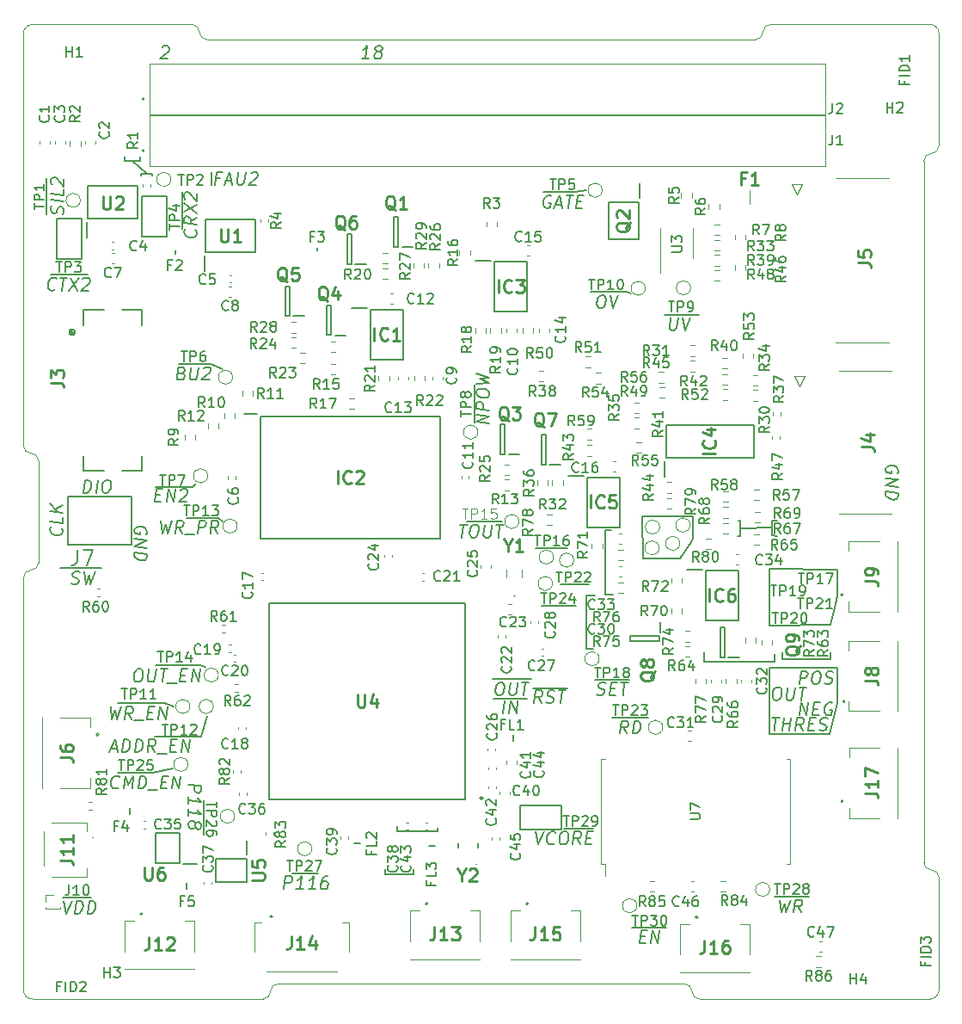
<source format=gbr>
%TF.GenerationSoftware,KiCad,Pcbnew,6.0.7-f9a2dced07~116~ubuntu20.04.1*%
%TF.CreationDate,2022-10-11T04:26:54+03:00*%
%TF.ProjectId,obc-adcs-board,6f62632d-6164-4637-932d-626f6172642e,rev?*%
%TF.SameCoordinates,PX3e2df80PY83e4a60*%
%TF.FileFunction,Legend,Top*%
%TF.FilePolarity,Positive*%
%FSLAX46Y46*%
G04 Gerber Fmt 4.6, Leading zero omitted, Abs format (unit mm)*
G04 Created by KiCad (PCBNEW 6.0.7-f9a2dced07~116~ubuntu20.04.1) date 2022-10-11 04:26:54*
%MOMM*%
%LPD*%
G01*
G04 APERTURE LIST*
%ADD10C,0.150000*%
%TA.AperFunction,Profile*%
%ADD11C,0.100000*%
%TD*%
%ADD12C,0.254000*%
%ADD13C,0.200000*%
%ADD14C,0.125000*%
%ADD15C,0.120000*%
%ADD16C,0.100000*%
%ADD17C,0.250000*%
%ADD18C,0.127000*%
G04 APERTURE END LIST*
D10*
X35700000Y12400000D02*
X38500000Y12400000D01*
X16750000Y50500000D02*
X13100000Y50500000D01*
X6400000Y71400000D02*
X2800000Y71400000D01*
X74100000Y10200000D02*
X77500000Y10200000D01*
X67100000Y33300000D02*
X67100000Y34200000D01*
X12900000Y22400000D02*
X9375000Y22400000D01*
X15400000Y62600000D02*
X18575000Y62600000D01*
X73850000Y45725000D02*
X74300000Y45700000D01*
X19700000Y62100000D02*
X18575000Y62600000D01*
X57400000Y46250000D02*
X57400000Y39900000D01*
X13065000Y25900000D02*
X17600000Y25900000D01*
X17100000Y50800000D02*
X16750000Y50500000D01*
X10850000Y82600000D02*
X12250000Y81300000D01*
X38500000Y12400000D02*
X38500000Y12900000D01*
X55800000Y40900000D02*
X53000000Y40900000D01*
X58000000Y46250000D02*
X57400000Y46250000D01*
X46400000Y29700000D02*
X49700000Y29700000D01*
X4000000Y10100000D02*
X6800000Y10100000D01*
X12900000Y22400000D02*
X14800000Y22800000D01*
X17400000Y33000000D02*
X13100000Y33000000D01*
X15700000Y75900000D02*
X15700000Y79500000D01*
X14000000Y29225000D02*
X9400000Y29225000D01*
X55975000Y69700000D02*
X59500000Y69700000D01*
X74800000Y34200000D02*
X74800000Y33600000D01*
X56350000Y39800000D02*
X55550000Y39800000D01*
X17900000Y16300000D02*
X17900000Y19700000D01*
X70700000Y46450000D02*
X73850000Y46475000D01*
X51325000Y79500000D02*
X54450000Y79500000D01*
X79600000Y33600000D02*
X79600000Y34200000D01*
X50300000Y30700000D02*
X53700000Y30700000D01*
X36900000Y16600000D02*
X40900000Y16600000D01*
X16125000Y47450000D02*
X19275000Y47450000D01*
X43800000Y47100000D02*
X47200000Y47100000D01*
X74800000Y33600000D02*
X79600000Y33600000D01*
X73850000Y45800000D02*
X73850000Y45750000D01*
X10100000Y83000000D02*
X10100000Y82600000D01*
X66050000Y45450000D02*
X65850000Y45100000D01*
X64800000Y43500000D01*
X61100000Y43500000D01*
X61048985Y47600495D01*
X65998985Y47650495D01*
X66050000Y45450000D01*
X10100000Y82600000D02*
X11600000Y82600000D01*
X40900000Y16600000D02*
X40900000Y17000000D01*
X60000000Y7100000D02*
X63450000Y7100000D01*
X14900000Y28900000D02*
X14000000Y29225000D01*
X11700000Y81100000D02*
X11700000Y81300000D01*
X70600000Y47200000D02*
X70700000Y47200000D01*
X73850000Y47225000D02*
X74350000Y47200000D01*
X57400000Y39900000D02*
X58200000Y39900000D01*
X73850000Y47150000D02*
X73850000Y45800000D01*
X55500000Y34600000D02*
X56250000Y34600000D01*
X63200000Y67400000D02*
X66600000Y67400000D01*
X54500000Y38800000D02*
X51100000Y38800000D01*
X59900000Y69500000D02*
X59500000Y69700000D01*
X53300000Y16900000D02*
X56200000Y16900000D01*
X74100000Y33300000D02*
X74100000Y34100000D01*
X70600000Y47200000D02*
X70500000Y47200000D01*
X55500000Y39800000D02*
X55500000Y34600000D01*
X54450000Y79500000D02*
X55500000Y79700000D01*
X11600000Y82600000D02*
X11600000Y83000000D01*
X70700000Y47200000D02*
X70700000Y45700000D01*
X56400000Y31500000D02*
X59800000Y31500000D01*
X70700000Y45700000D02*
X70400000Y45700000D01*
X26600000Y12500000D02*
X29100000Y12500000D01*
X67100000Y33300000D02*
X74100000Y33300000D01*
X17400000Y33000000D02*
X18000000Y32800000D01*
X80250000Y42400000D02*
X80250000Y39800000D01*
X80084735Y38949703D01*
X79593341Y36910190D01*
X73533266Y36871576D01*
X73532770Y42449429D01*
X80250000Y42400000D01*
X11700000Y81300000D02*
X12800000Y81300000D01*
X50500000Y44500000D02*
X53700000Y44500000D01*
X2400000Y77300000D02*
X2400000Y80900000D01*
X36900000Y17100000D02*
X36900000Y16600000D01*
X12800000Y81300000D02*
X12800000Y81100000D01*
X35700000Y12900000D02*
X35700000Y12400000D01*
X19275000Y47450000D02*
X19700000Y47100000D01*
X46300000Y31600000D02*
X50100000Y31600000D01*
X73850000Y47225000D02*
X73850000Y45725000D01*
X7800000Y42500000D02*
X3750000Y42500000D01*
X80300000Y29199429D02*
X79500000Y26200000D01*
X73581301Y26200000D01*
X73580805Y32699155D01*
X80300000Y32700000D01*
X80300000Y29199429D01*
X18600000Y80200000D02*
X18600000Y81500000D01*
X18200000Y28000000D02*
X17600000Y25900000D01*
X58100000Y27800000D02*
X61600000Y27800000D01*
X44500000Y60600000D02*
X44500000Y56800000D01*
D11*
X1600000Y43065000D02*
X1600000Y53065000D01*
X66685000Y120000D02*
X89370000Y120000D01*
X850000Y42315000D02*
G75*
G03*
X100000Y41565000I0J-750000D01*
G01*
X65935000Y870000D02*
G75*
G03*
X65185000Y1620000I-750000J0D01*
G01*
X72185000Y94510000D02*
G75*
G03*
X72935000Y95260000I0J750000D01*
G01*
X90270000Y12065000D02*
X90270000Y1020000D01*
X850000Y42315000D02*
G75*
G03*
X1600000Y43065000I0J750000D01*
G01*
X25185000Y1620000D02*
G75*
G03*
X24435000Y870000I0J-750000D01*
G01*
X18185000Y94510000D02*
X72185000Y94510000D01*
X100000Y41565000D02*
X100000Y1010000D01*
X73685000Y96010000D02*
G75*
G03*
X72935000Y95260000I0J-750000D01*
G01*
X1000000Y96010000D02*
G75*
G03*
X100000Y95110000I0J-900000D01*
G01*
X100000Y1010000D02*
G75*
G03*
X1000000Y110000I900000J0D01*
G01*
X88770000Y13565000D02*
X88770000Y82565000D01*
X90270000Y12065000D02*
G75*
G03*
X89520000Y12815000I-750000J0D01*
G01*
X89520000Y83315000D02*
G75*
G03*
X88770000Y82565000I0J-750000D01*
G01*
X88770000Y13565000D02*
G75*
G03*
X89520000Y12815000I750000J0D01*
G01*
X25185000Y1620000D02*
X65185000Y1620000D01*
X73685000Y96010000D02*
X89370000Y96010000D01*
X89520000Y83315000D02*
G75*
G03*
X90270000Y84065000I0J750000D01*
G01*
X89370000Y120000D02*
G75*
G03*
X90270000Y1020000I0J900000D01*
G01*
X1600000Y53065000D02*
G75*
G03*
X850000Y53815000I-750000J0D01*
G01*
X23685000Y120000D02*
G75*
G03*
X24435000Y870000I0J750000D01*
G01*
X90270000Y95110000D02*
G75*
G03*
X89370000Y96010000I-900000J0D01*
G01*
X17435000Y95260000D02*
G75*
G03*
X18185000Y94510000I750000J0D01*
G01*
X100000Y54565000D02*
G75*
G03*
X850000Y53815000I750000J0D01*
G01*
X1000000Y96010000D02*
X16685000Y96010000D01*
X90270000Y95110000D02*
X90270000Y84065000D01*
X100000Y95110000D02*
X100000Y54565000D01*
X17435000Y95260000D02*
G75*
G03*
X16685000Y96010000I-750000J0D01*
G01*
X23685000Y120000D02*
X1000000Y110000D01*
X65935000Y870000D02*
G75*
G03*
X66685000Y120000I750000J0D01*
G01*
D10*
X8680766Y28884524D02*
X8822135Y27634524D01*
X9171837Y28527381D01*
X9298325Y27634524D01*
X9752194Y28884524D01*
X10786421Y27634524D02*
X10444159Y28229762D01*
X10072135Y27634524D02*
X10228385Y28884524D01*
X10704575Y28884524D01*
X10816183Y28825000D01*
X10868266Y28765477D01*
X10912909Y28646429D01*
X10890587Y28467858D01*
X10816183Y28348810D01*
X10749218Y28289286D01*
X10622730Y28229762D01*
X10146540Y28229762D01*
X11009635Y27515477D02*
X11962016Y27515477D01*
X12356361Y28289286D02*
X12773028Y28289286D01*
X12869754Y27634524D02*
X12274516Y27634524D01*
X12430766Y28884524D01*
X13026004Y28884524D01*
X13405468Y27634524D02*
X13561718Y28884524D01*
X14119754Y27634524D01*
X14276004Y28884524D01*
X13651004Y47184524D02*
X13792373Y45934524D01*
X14142075Y46827381D01*
X14268563Y45934524D01*
X14722433Y47184524D01*
X15756659Y45934524D02*
X15414397Y46529762D01*
X15042373Y45934524D02*
X15198623Y47184524D01*
X15674813Y47184524D01*
X15786421Y47125000D01*
X15838504Y47065477D01*
X15883147Y46946429D01*
X15860825Y46767858D01*
X15786421Y46648810D01*
X15719456Y46589286D01*
X15592968Y46529762D01*
X15116778Y46529762D01*
X15979873Y45815477D02*
X16932254Y45815477D01*
X17244754Y45934524D02*
X17401004Y47184524D01*
X17877194Y47184524D01*
X17988802Y47125000D01*
X18040885Y47065477D01*
X18085528Y46946429D01*
X18063206Y46767858D01*
X17988802Y46648810D01*
X17921837Y46589286D01*
X17795349Y46529762D01*
X17319159Y46529762D01*
X19209040Y45934524D02*
X18866778Y46529762D01*
X18494754Y45934524D02*
X18651004Y47184524D01*
X19127194Y47184524D01*
X19238802Y47125000D01*
X19290885Y47065477D01*
X19335528Y46946429D01*
X19313206Y46767858D01*
X19238802Y46648810D01*
X19171837Y46589286D01*
X19045349Y46529762D01*
X18569159Y46529762D01*
X51097135Y29234524D02*
X50754873Y29829762D01*
X50382849Y29234524D02*
X50539099Y30484524D01*
X51015290Y30484524D01*
X51126897Y30425000D01*
X51178980Y30365477D01*
X51223623Y30246429D01*
X51201302Y30067858D01*
X51126897Y29948810D01*
X51059933Y29889286D01*
X50933444Y29829762D01*
X50457254Y29829762D01*
X51580766Y29294048D02*
X51751897Y29234524D01*
X52049516Y29234524D01*
X52176004Y29294048D01*
X52242968Y29353572D01*
X52317373Y29472620D01*
X52332254Y29591667D01*
X52287611Y29710715D01*
X52235528Y29770239D01*
X52123921Y29829762D01*
X51893266Y29889286D01*
X51781659Y29948810D01*
X51729575Y30008334D01*
X51684933Y30127381D01*
X51699813Y30246429D01*
X51774218Y30365477D01*
X51841183Y30425000D01*
X51967671Y30484524D01*
X52265290Y30484524D01*
X52436421Y30425000D01*
X52801004Y30484524D02*
X53515290Y30484524D01*
X53001897Y29234524D02*
X53158147Y30484524D01*
X76534040Y28034524D02*
X76690290Y29284524D01*
X77248325Y28034524D01*
X77404575Y29284524D01*
X77925409Y28689286D02*
X78342075Y28689286D01*
X78438802Y28034524D02*
X77843563Y28034524D01*
X77999813Y29284524D01*
X78595052Y29284524D01*
X79778087Y29225000D02*
X79666480Y29284524D01*
X79487909Y29284524D01*
X79301897Y29225000D01*
X79167968Y29105953D01*
X79093563Y28986905D01*
X79004278Y28748810D01*
X78981956Y28570239D01*
X79011718Y28332143D01*
X79056361Y28213096D01*
X79160528Y28094048D01*
X79331659Y28034524D01*
X79450706Y28034524D01*
X79636718Y28094048D01*
X79703683Y28153572D01*
X79755766Y28570239D01*
X79517671Y28570239D01*
X76504278Y31134524D02*
X76660528Y32384524D01*
X77136718Y32384524D01*
X77248325Y32325000D01*
X77300409Y32265477D01*
X77345052Y32146429D01*
X77322730Y31967858D01*
X77248325Y31848810D01*
X77181361Y31789286D01*
X77054873Y31729762D01*
X76578683Y31729762D01*
X78148623Y32384524D02*
X78386718Y32384524D01*
X78498325Y32325000D01*
X78602492Y32205953D01*
X78632254Y31967858D01*
X78580171Y31551191D01*
X78490885Y31313096D01*
X78356956Y31194048D01*
X78230468Y31134524D01*
X77992373Y31134524D01*
X77880766Y31194048D01*
X77776599Y31313096D01*
X77746837Y31551191D01*
X77798921Y31967858D01*
X77888206Y32205953D01*
X78022135Y32325000D01*
X78148623Y32384524D01*
X79011718Y31194048D02*
X79182849Y31134524D01*
X79480468Y31134524D01*
X79606956Y31194048D01*
X79673921Y31253572D01*
X79748325Y31372620D01*
X79763206Y31491667D01*
X79718563Y31610715D01*
X79666480Y31670239D01*
X79554873Y31729762D01*
X79324218Y31789286D01*
X79212611Y31848810D01*
X79160528Y31908334D01*
X79115885Y32027381D01*
X79130766Y32146429D01*
X79205171Y32265477D01*
X79272135Y32325000D01*
X79398623Y32384524D01*
X79696242Y32384524D01*
X79867373Y32325000D01*
X13765885Y93765477D02*
X13832849Y93825000D01*
X13959337Y93884524D01*
X14256956Y93884524D01*
X14368563Y93825000D01*
X14420647Y93765477D01*
X14465290Y93646429D01*
X14450409Y93527381D01*
X14368563Y93348810D01*
X13564992Y92634524D01*
X14338802Y92634524D01*
X15702790Y61689286D02*
X15873921Y61629762D01*
X15926004Y61570239D01*
X15970647Y61451191D01*
X15948325Y61272620D01*
X15873921Y61153572D01*
X15806956Y61094048D01*
X15680468Y61034524D01*
X15204278Y61034524D01*
X15360528Y62284524D01*
X15777194Y62284524D01*
X15888802Y62225000D01*
X15940885Y62165477D01*
X15985528Y62046429D01*
X15970647Y61927381D01*
X15896242Y61808334D01*
X15829278Y61748810D01*
X15702790Y61689286D01*
X15286123Y61689286D01*
X16610528Y62284524D02*
X16484040Y61272620D01*
X16528683Y61153572D01*
X16580766Y61094048D01*
X16692373Y61034524D01*
X16930468Y61034524D01*
X17056956Y61094048D01*
X17123921Y61153572D01*
X17198325Y61272620D01*
X17324813Y62284524D01*
X17845647Y62165477D02*
X17912611Y62225000D01*
X18039099Y62284524D01*
X18336718Y62284524D01*
X18448325Y62225000D01*
X18500409Y62165477D01*
X18545052Y62046429D01*
X18530171Y61927381D01*
X18448325Y61748810D01*
X17644754Y61034524D01*
X18418563Y61034524D01*
X9447730Y20953572D02*
X9380766Y20894048D01*
X9194754Y20834524D01*
X9075706Y20834524D01*
X8904575Y20894048D01*
X8800409Y21013096D01*
X8755766Y21132143D01*
X8726004Y21370239D01*
X8748325Y21548810D01*
X8837611Y21786905D01*
X8912016Y21905953D01*
X9045944Y22025000D01*
X9231956Y22084524D01*
X9351004Y22084524D01*
X9522135Y22025000D01*
X9574218Y21965477D01*
X9968563Y20834524D02*
X10124813Y22084524D01*
X10429873Y21191667D01*
X10958147Y22084524D01*
X10801897Y20834524D01*
X11397135Y20834524D02*
X11553385Y22084524D01*
X11851004Y22084524D01*
X12022135Y22025000D01*
X12126302Y21905953D01*
X12170944Y21786905D01*
X12200706Y21548810D01*
X12178385Y21370239D01*
X12089099Y21132143D01*
X12014694Y21013096D01*
X11880766Y20894048D01*
X11694754Y20834524D01*
X11397135Y20834524D01*
X12334635Y20715477D02*
X13287016Y20715477D01*
X13681361Y21489286D02*
X14098028Y21489286D01*
X14194754Y20834524D02*
X13599516Y20834524D01*
X13755766Y22084524D01*
X14351004Y22084524D01*
X14730468Y20834524D02*
X14886718Y22084524D01*
X15444754Y20834524D01*
X15601004Y22084524D01*
X74287909Y30784524D02*
X74526004Y30784524D01*
X74637611Y30725000D01*
X74741778Y30605953D01*
X74771540Y30367858D01*
X74719456Y29951191D01*
X74630171Y29713096D01*
X74496242Y29594048D01*
X74369754Y29534524D01*
X74131659Y29534524D01*
X74020052Y29594048D01*
X73915885Y29713096D01*
X73886123Y29951191D01*
X73938206Y30367858D01*
X74027492Y30605953D01*
X74161421Y30725000D01*
X74287909Y30784524D01*
X75359337Y30784524D02*
X75232849Y29772620D01*
X75277492Y29653572D01*
X75329575Y29594048D01*
X75441183Y29534524D01*
X75679278Y29534524D01*
X75805766Y29594048D01*
X75872730Y29653572D01*
X75947135Y29772620D01*
X76073623Y30784524D01*
X76490290Y30784524D02*
X77204575Y30784524D01*
X76691183Y29534524D02*
X76847433Y30784524D01*
X3216778Y69953572D02*
X3149813Y69894048D01*
X2963802Y69834524D01*
X2844754Y69834524D01*
X2673623Y69894048D01*
X2569456Y70013096D01*
X2524813Y70132143D01*
X2495052Y70370239D01*
X2517373Y70548810D01*
X2606659Y70786905D01*
X2681063Y70905953D01*
X2814992Y71025000D01*
X3001004Y71084524D01*
X3120052Y71084524D01*
X3291183Y71025000D01*
X3343266Y70965477D01*
X3715290Y71084524D02*
X4429575Y71084524D01*
X3916183Y69834524D02*
X4072433Y71084524D01*
X4727194Y71084524D02*
X5404278Y69834524D01*
X5560528Y71084524D02*
X4570944Y69834524D01*
X5962313Y70965477D02*
X6029278Y71025000D01*
X6155766Y71084524D01*
X6453385Y71084524D01*
X6564992Y71025000D01*
X6617075Y70965477D01*
X6661718Y70846429D01*
X6646837Y70727381D01*
X6564992Y70548810D01*
X5761421Y69834524D01*
X6535230Y69834524D01*
X63845052Y67184524D02*
X63718563Y66172620D01*
X63763206Y66053572D01*
X63815290Y65994048D01*
X63926897Y65934524D01*
X64164992Y65934524D01*
X64291480Y65994048D01*
X64358444Y66053572D01*
X64432849Y66172620D01*
X64559337Y67184524D01*
X64976004Y67184524D02*
X65236421Y65934524D01*
X65809337Y67184524D01*
X12225000Y45821913D02*
X12284523Y45933520D01*
X12284523Y46112091D01*
X12225000Y46298103D01*
X12105952Y46432032D01*
X11986904Y46506437D01*
X11748809Y46595722D01*
X11570238Y46618044D01*
X11332142Y46588282D01*
X11213095Y46543639D01*
X11094047Y46439472D01*
X11034523Y46268341D01*
X11034523Y46149294D01*
X11094047Y45963282D01*
X11153571Y45896317D01*
X11570238Y45844234D01*
X11570238Y46082329D01*
X11034523Y45375484D02*
X12284523Y45219234D01*
X11034523Y44661198D01*
X12284523Y44504948D01*
X11034523Y44065960D02*
X12284523Y43909710D01*
X12284523Y43612091D01*
X12225000Y43440960D01*
X12105952Y43336794D01*
X11986904Y43292151D01*
X11748809Y43262389D01*
X11570238Y43284710D01*
X11332142Y43373996D01*
X11213095Y43448401D01*
X11094047Y43582329D01*
X11034523Y43768341D01*
X11034523Y44065960D01*
X13145647Y49689286D02*
X13562313Y49689286D01*
X13659040Y49034524D02*
X13063802Y49034524D01*
X13220052Y50284524D01*
X13815290Y50284524D01*
X14194754Y49034524D02*
X14351004Y50284524D01*
X14909040Y49034524D01*
X15065290Y50284524D01*
X15586123Y50165477D02*
X15653087Y50225000D01*
X15779575Y50284524D01*
X16077194Y50284524D01*
X16188802Y50225000D01*
X16240885Y50165477D01*
X16285528Y50046429D01*
X16270647Y49927381D01*
X16188802Y49748810D01*
X15385230Y49034524D01*
X16159040Y49034524D01*
X52080468Y79125000D02*
X51968861Y79184524D01*
X51790290Y79184524D01*
X51604278Y79125000D01*
X51470349Y79005953D01*
X51395944Y78886905D01*
X51306659Y78648810D01*
X51284337Y78470239D01*
X51314099Y78232143D01*
X51358742Y78113096D01*
X51462909Y77994048D01*
X51634040Y77934524D01*
X51753087Y77934524D01*
X51939099Y77994048D01*
X52006063Y78053572D01*
X52058147Y78470239D01*
X51820052Y78470239D01*
X52512016Y78291667D02*
X53107254Y78291667D01*
X52348325Y77934524D02*
X52921242Y79184524D01*
X53181659Y77934524D01*
X53576004Y79184524D02*
X54290290Y79184524D01*
X53776897Y77934524D02*
X53933147Y79184524D01*
X54632552Y78589286D02*
X55049218Y78589286D01*
X55145944Y77934524D02*
X54550706Y77934524D01*
X54706956Y79184524D01*
X55302194Y79184524D01*
X25768563Y10934524D02*
X25924813Y12184524D01*
X26401004Y12184524D01*
X26512611Y12125000D01*
X26564694Y12065477D01*
X26609337Y11946429D01*
X26587016Y11767858D01*
X26512611Y11648810D01*
X26445647Y11589286D01*
X26319159Y11529762D01*
X25842968Y11529762D01*
X27673325Y10934524D02*
X26959040Y10934524D01*
X27316183Y10934524D02*
X27472433Y12184524D01*
X27331063Y12005953D01*
X27197135Y11886905D01*
X27070647Y11827381D01*
X28863802Y10934524D02*
X28149516Y10934524D01*
X28506659Y10934524D02*
X28662909Y12184524D01*
X28521540Y12005953D01*
X28387611Y11886905D01*
X28261123Y11827381D01*
X30091480Y12184524D02*
X29853385Y12184524D01*
X29726897Y12125000D01*
X29659933Y12065477D01*
X29518563Y11886905D01*
X29429278Y11648810D01*
X29369754Y11172620D01*
X29414397Y11053572D01*
X29466480Y10994048D01*
X29578087Y10934524D01*
X29816183Y10934524D01*
X29942671Y10994048D01*
X30009635Y11053572D01*
X30084040Y11172620D01*
X30121242Y11470239D01*
X30076599Y11589286D01*
X30024516Y11648810D01*
X29912909Y11708334D01*
X29674813Y11708334D01*
X29548325Y11648810D01*
X29481361Y11589286D01*
X29406956Y11470239D01*
X17046428Y75767969D02*
X17105952Y75701005D01*
X17165476Y75514993D01*
X17165476Y75395945D01*
X17105952Y75224814D01*
X16986904Y75120648D01*
X16867857Y75076005D01*
X16629761Y75046243D01*
X16451190Y75068564D01*
X16213095Y75157850D01*
X16094047Y75232255D01*
X15975000Y75366184D01*
X15915476Y75552195D01*
X15915476Y75671243D01*
X15975000Y75842374D01*
X16034523Y75894457D01*
X17165476Y77003088D02*
X16570238Y76660826D01*
X17165476Y76288803D02*
X15915476Y76445053D01*
X15915476Y76921243D01*
X15975000Y77032850D01*
X16034523Y77084934D01*
X16153571Y77129576D01*
X16332142Y77107255D01*
X16451190Y77032850D01*
X16510714Y76965886D01*
X16570238Y76839398D01*
X16570238Y76363207D01*
X15915476Y77576005D02*
X17165476Y78253088D01*
X15915476Y78409338D02*
X17165476Y77419755D01*
X16034523Y78811124D02*
X15975000Y78878088D01*
X15915476Y79004576D01*
X15915476Y79302195D01*
X15975000Y79413803D01*
X16034523Y79465886D01*
X16153571Y79510529D01*
X16272619Y79495648D01*
X16451190Y79413803D01*
X17165476Y78610231D01*
X17165476Y79384041D01*
X8727254Y24761667D02*
X9322492Y24761667D01*
X8563563Y24404524D02*
X9136480Y25654524D01*
X9396897Y24404524D01*
X9813563Y24404524D02*
X9969813Y25654524D01*
X10267433Y25654524D01*
X10438563Y25595000D01*
X10542730Y25475953D01*
X10587373Y25356905D01*
X10617135Y25118810D01*
X10594813Y24940239D01*
X10505528Y24702143D01*
X10431123Y24583096D01*
X10297194Y24464048D01*
X10111183Y24404524D01*
X9813563Y24404524D01*
X11063563Y24404524D02*
X11219813Y25654524D01*
X11517433Y25654524D01*
X11688563Y25595000D01*
X11792730Y25475953D01*
X11837373Y25356905D01*
X11867135Y25118810D01*
X11844813Y24940239D01*
X11755528Y24702143D01*
X11681123Y24583096D01*
X11547194Y24464048D01*
X11361183Y24404524D01*
X11063563Y24404524D01*
X13027849Y24404524D02*
X12685587Y24999762D01*
X12313563Y24404524D02*
X12469813Y25654524D01*
X12946004Y25654524D01*
X13057611Y25595000D01*
X13109694Y25535477D01*
X13154337Y25416429D01*
X13132016Y25237858D01*
X13057611Y25118810D01*
X12990647Y25059286D01*
X12864159Y24999762D01*
X12387968Y24999762D01*
X13251063Y24285477D02*
X14203444Y24285477D01*
X14597790Y25059286D02*
X15014456Y25059286D01*
X15111183Y24404524D02*
X14515944Y24404524D01*
X14672194Y25654524D01*
X15267433Y25654524D01*
X15646897Y24404524D02*
X15803147Y25654524D01*
X16361183Y24404524D01*
X16517433Y25654524D01*
X4005952Y77333148D02*
X4065476Y77504279D01*
X4065476Y77801898D01*
X4005952Y77928386D01*
X3946428Y77995350D01*
X3827380Y78069755D01*
X3708333Y78084636D01*
X3589285Y78039993D01*
X3529761Y77987910D01*
X3470238Y77876303D01*
X3410714Y77645648D01*
X3351190Y77534041D01*
X3291666Y77481957D01*
X3172619Y77437314D01*
X3053571Y77452195D01*
X2934523Y77526600D01*
X2875000Y77593564D01*
X2815476Y77720053D01*
X2815476Y78017672D01*
X2875000Y78188803D01*
X4065476Y78575707D02*
X2815476Y78731957D01*
X4065476Y79766184D02*
X4065476Y79170945D01*
X2815476Y79327195D01*
X2934523Y80264695D02*
X2875000Y80331660D01*
X2815476Y80458148D01*
X2815476Y80755767D01*
X2875000Y80867374D01*
X2934523Y80919457D01*
X3053571Y80964100D01*
X3172619Y80949219D01*
X3351190Y80867374D01*
X4065476Y80063803D01*
X4065476Y80837612D01*
X16334523Y21231437D02*
X17584523Y21075187D01*
X17584523Y20598996D01*
X17525000Y20487389D01*
X17465476Y20435306D01*
X17346428Y20390663D01*
X17167857Y20412984D01*
X17048809Y20487389D01*
X16989285Y20554353D01*
X16929761Y20680841D01*
X16929761Y21157032D01*
X16334523Y19326675D02*
X16334523Y20040960D01*
X16334523Y19683817D02*
X17584523Y19527567D01*
X17405952Y19668937D01*
X17286904Y19802865D01*
X17227380Y19929353D01*
X16334523Y18136198D02*
X16334523Y18850484D01*
X16334523Y18493341D02*
X17584523Y18337091D01*
X17405952Y18478460D01*
X17286904Y18612389D01*
X17227380Y18738877D01*
X17048809Y17332627D02*
X17108333Y17444234D01*
X17167857Y17496317D01*
X17286904Y17540960D01*
X17346428Y17533520D01*
X17465476Y17459115D01*
X17525000Y17392151D01*
X17584523Y17265663D01*
X17584523Y17027567D01*
X17525000Y16915960D01*
X17465476Y16863877D01*
X17346428Y16819234D01*
X17286904Y16826675D01*
X17167857Y16901079D01*
X17108333Y16968044D01*
X17048809Y17094532D01*
X17048809Y17332627D01*
X16989285Y17459115D01*
X16929761Y17526079D01*
X16810714Y17600484D01*
X16572619Y17630246D01*
X16453571Y17585603D01*
X16394047Y17533520D01*
X16334523Y17421913D01*
X16334523Y17183817D01*
X16394047Y17057329D01*
X16453571Y16990365D01*
X16572619Y16915960D01*
X16810714Y16886198D01*
X16929761Y16930841D01*
X16989285Y16982925D01*
X17048809Y17094532D01*
X4817671Y40994048D02*
X4988802Y40934524D01*
X5286421Y40934524D01*
X5412909Y40994048D01*
X5479873Y41053572D01*
X5554278Y41172620D01*
X5569159Y41291667D01*
X5524516Y41410715D01*
X5472433Y41470239D01*
X5360825Y41529762D01*
X5130171Y41589286D01*
X5018563Y41648810D01*
X4966480Y41708334D01*
X4921837Y41827381D01*
X4936718Y41946429D01*
X5011123Y42065477D01*
X5078087Y42125000D01*
X5204575Y42184524D01*
X5502194Y42184524D01*
X5673325Y42125000D01*
X6097433Y42184524D02*
X6238802Y40934524D01*
X6588504Y41827381D01*
X6714992Y40934524D01*
X7168861Y42184524D01*
X56983147Y69384524D02*
X57221242Y69384524D01*
X57332849Y69325000D01*
X57437016Y69205953D01*
X57466778Y68967858D01*
X57414694Y68551191D01*
X57325409Y68313096D01*
X57191480Y68194048D01*
X57064992Y68134524D01*
X56826897Y68134524D01*
X56715290Y68194048D01*
X56611123Y68313096D01*
X56581361Y68551191D01*
X56633444Y68967858D01*
X56722730Y69205953D01*
X56856659Y69325000D01*
X56983147Y69384524D01*
X57876004Y69384524D02*
X58136421Y68134524D01*
X58709337Y69384524D01*
X56590290Y30094048D02*
X56761421Y30034524D01*
X57059040Y30034524D01*
X57185528Y30094048D01*
X57252492Y30153572D01*
X57326897Y30272620D01*
X57341778Y30391667D01*
X57297135Y30510715D01*
X57245052Y30570239D01*
X57133444Y30629762D01*
X56902790Y30689286D01*
X56791183Y30748810D01*
X56739099Y30808334D01*
X56694456Y30927381D01*
X56709337Y31046429D01*
X56783742Y31165477D01*
X56850706Y31225000D01*
X56977194Y31284524D01*
X57274813Y31284524D01*
X57445944Y31225000D01*
X57914694Y30689286D02*
X58331361Y30689286D01*
X58428087Y30034524D02*
X57832849Y30034524D01*
X57989099Y31284524D01*
X58584337Y31284524D01*
X58941480Y31284524D02*
X59655766Y31284524D01*
X59142373Y30034524D02*
X59298623Y31284524D01*
X19456361Y80889286D02*
X19039694Y80889286D01*
X18957849Y80234524D02*
X19114099Y81484524D01*
X19709337Y81484524D01*
X20014397Y80591667D02*
X20609635Y80591667D01*
X19850706Y80234524D02*
X20423623Y81484524D01*
X20684040Y80234524D01*
X21256956Y81484524D02*
X21130468Y80472620D01*
X21175111Y80353572D01*
X21227194Y80294048D01*
X21338802Y80234524D01*
X21576897Y80234524D01*
X21703385Y80294048D01*
X21770349Y80353572D01*
X21844754Y80472620D01*
X21971242Y81484524D01*
X22492075Y81365477D02*
X22559040Y81425000D01*
X22685528Y81484524D01*
X22983147Y81484524D01*
X23094754Y81425000D01*
X23146837Y81365477D01*
X23191480Y81246429D01*
X23176599Y81127381D01*
X23094754Y80948810D01*
X22291183Y80234524D01*
X23064992Y80234524D01*
X46987909Y31284524D02*
X47226004Y31284524D01*
X47337611Y31225000D01*
X47441778Y31105953D01*
X47471540Y30867858D01*
X47419456Y30451191D01*
X47330171Y30213096D01*
X47196242Y30094048D01*
X47069754Y30034524D01*
X46831659Y30034524D01*
X46720052Y30094048D01*
X46615885Y30213096D01*
X46586123Y30451191D01*
X46638206Y30867858D01*
X46727492Y31105953D01*
X46861421Y31225000D01*
X46987909Y31284524D01*
X48059337Y31284524D02*
X47932849Y30272620D01*
X47977492Y30153572D01*
X48029575Y30094048D01*
X48141183Y30034524D01*
X48379278Y30034524D01*
X48505766Y30094048D01*
X48572730Y30153572D01*
X48647135Y30272620D01*
X48773623Y31284524D01*
X49190290Y31284524D02*
X49904575Y31284524D01*
X49391183Y30034524D02*
X49547433Y31284524D01*
X6001897Y49934524D02*
X6158147Y51184524D01*
X6455766Y51184524D01*
X6626897Y51125000D01*
X6731063Y51005953D01*
X6775706Y50886905D01*
X6805468Y50648810D01*
X6783147Y50470239D01*
X6693861Y50232143D01*
X6619456Y50113096D01*
X6485528Y49994048D01*
X6299516Y49934524D01*
X6001897Y49934524D01*
X7251897Y49934524D02*
X7408147Y51184524D01*
X8241480Y51184524D02*
X8479575Y51184524D01*
X8591183Y51125000D01*
X8695349Y51005953D01*
X8725111Y50767858D01*
X8673028Y50351191D01*
X8583742Y50113096D01*
X8449813Y49994048D01*
X8323325Y49934524D01*
X8085230Y49934524D01*
X7973623Y49994048D01*
X7869456Y50113096D01*
X7839694Y50351191D01*
X7891778Y50767858D01*
X7981063Y51005953D01*
X8114992Y51125000D01*
X8241480Y51184524D01*
X74577194Y9884524D02*
X74718563Y8634524D01*
X75068266Y9527381D01*
X75194754Y8634524D01*
X75648623Y9884524D01*
X76682849Y8634524D02*
X76340587Y9229762D01*
X75968563Y8634524D02*
X76124813Y9884524D01*
X76601004Y9884524D01*
X76712611Y9825000D01*
X76764694Y9765477D01*
X76809337Y9646429D01*
X76787016Y9467858D01*
X76712611Y9348810D01*
X76645647Y9289286D01*
X76519159Y9229762D01*
X76042968Y9229762D01*
X86225000Y51821913D02*
X86284523Y51933520D01*
X86284523Y52112091D01*
X86225000Y52298103D01*
X86105952Y52432032D01*
X85986904Y52506437D01*
X85748809Y52595722D01*
X85570238Y52618044D01*
X85332142Y52588282D01*
X85213095Y52543639D01*
X85094047Y52439472D01*
X85034523Y52268341D01*
X85034523Y52149294D01*
X85094047Y51963282D01*
X85153571Y51896317D01*
X85570238Y51844234D01*
X85570238Y52082329D01*
X85034523Y51375484D02*
X86284523Y51219234D01*
X85034523Y50661198D01*
X86284523Y50504948D01*
X85034523Y50065960D02*
X86284523Y49909710D01*
X86284523Y49612091D01*
X86225000Y49440960D01*
X86105952Y49336794D01*
X85986904Y49292151D01*
X85748809Y49262389D01*
X85570238Y49284710D01*
X85332142Y49373996D01*
X85213095Y49448401D01*
X85094047Y49582329D01*
X85034523Y49768341D01*
X85034523Y50065960D01*
X34143563Y92634524D02*
X33429278Y92634524D01*
X33786421Y92634524D02*
X33942671Y93884524D01*
X33801302Y93705953D01*
X33667373Y93586905D01*
X33540885Y93527381D01*
X34947135Y93348810D02*
X34835528Y93408334D01*
X34783444Y93467858D01*
X34738802Y93586905D01*
X34746242Y93646429D01*
X34820647Y93765477D01*
X34887611Y93825000D01*
X35014099Y93884524D01*
X35252194Y93884524D01*
X35363802Y93825000D01*
X35415885Y93765477D01*
X35460528Y93646429D01*
X35453087Y93586905D01*
X35378683Y93467858D01*
X35311718Y93408334D01*
X35185230Y93348810D01*
X34947135Y93348810D01*
X34820647Y93289286D01*
X34753683Y93229762D01*
X34679278Y93110715D01*
X34649516Y92872620D01*
X34694159Y92753572D01*
X34746242Y92694048D01*
X34857849Y92634524D01*
X35095944Y92634524D01*
X35222433Y92694048D01*
X35289397Y92753572D01*
X35363802Y92872620D01*
X35393563Y93110715D01*
X35348921Y93229762D01*
X35296837Y93289286D01*
X35185230Y93348810D01*
X50551004Y16584524D02*
X50811421Y15334524D01*
X51384337Y16584524D01*
X52373921Y15453572D02*
X52306956Y15394048D01*
X52120944Y15334524D01*
X52001897Y15334524D01*
X51830766Y15394048D01*
X51726599Y15513096D01*
X51681956Y15632143D01*
X51652194Y15870239D01*
X51674516Y16048810D01*
X51763802Y16286905D01*
X51838206Y16405953D01*
X51972135Y16525000D01*
X52158147Y16584524D01*
X52277194Y16584524D01*
X52448325Y16525000D01*
X52500409Y16465477D01*
X53289099Y16584524D02*
X53527194Y16584524D01*
X53638802Y16525000D01*
X53742968Y16405953D01*
X53772730Y16167858D01*
X53720647Y15751191D01*
X53631361Y15513096D01*
X53497433Y15394048D01*
X53370944Y15334524D01*
X53132849Y15334524D01*
X53021242Y15394048D01*
X52917075Y15513096D01*
X52887313Y15751191D01*
X52939397Y16167858D01*
X53028683Y16405953D01*
X53162611Y16525000D01*
X53289099Y16584524D01*
X54918563Y15334524D02*
X54576302Y15929762D01*
X54204278Y15334524D02*
X54360528Y16584524D01*
X54836718Y16584524D01*
X54948325Y16525000D01*
X55000409Y16465477D01*
X55045052Y16346429D01*
X55022730Y16167858D01*
X54948325Y16048810D01*
X54881361Y15989286D01*
X54754873Y15929762D01*
X54278683Y15929762D01*
X55536123Y15989286D02*
X55952790Y15989286D01*
X56049516Y15334524D02*
X55454278Y15334524D01*
X55610528Y16584524D01*
X56205766Y16584524D01*
X45965476Y56730469D02*
X44715476Y56886719D01*
X45965476Y57444755D01*
X44715476Y57601005D01*
X45965476Y58039993D02*
X44715476Y58196243D01*
X44715476Y58672434D01*
X44775000Y58784041D01*
X44834523Y58836124D01*
X44953571Y58880767D01*
X45132142Y58858445D01*
X45251190Y58784041D01*
X45310714Y58717076D01*
X45370238Y58590588D01*
X45370238Y58114398D01*
X44715476Y59684338D02*
X44715476Y59922434D01*
X44775000Y60034041D01*
X44894047Y60138207D01*
X45132142Y60167969D01*
X45548809Y60115886D01*
X45786904Y60026600D01*
X45905952Y59892672D01*
X45965476Y59766184D01*
X45965476Y59528088D01*
X45905952Y59416481D01*
X45786904Y59312314D01*
X45548809Y59282553D01*
X45132142Y59334636D01*
X44894047Y59423922D01*
X44775000Y59557850D01*
X44715476Y59684338D01*
X44715476Y60636719D02*
X45965476Y60778088D01*
X45072619Y61127791D01*
X45965476Y61254279D01*
X44715476Y61708148D01*
X11391480Y32584524D02*
X11629575Y32584524D01*
X11741183Y32525000D01*
X11845349Y32405953D01*
X11875111Y32167858D01*
X11823028Y31751191D01*
X11733742Y31513096D01*
X11599813Y31394048D01*
X11473325Y31334524D01*
X11235230Y31334524D01*
X11123623Y31394048D01*
X11019456Y31513096D01*
X10989694Y31751191D01*
X11041778Y32167858D01*
X11131063Y32405953D01*
X11264992Y32525000D01*
X11391480Y32584524D01*
X12462909Y32584524D02*
X12336421Y31572620D01*
X12381063Y31453572D01*
X12433147Y31394048D01*
X12544754Y31334524D01*
X12782849Y31334524D01*
X12909337Y31394048D01*
X12976302Y31453572D01*
X13050706Y31572620D01*
X13177194Y32584524D01*
X13593861Y32584524D02*
X14308147Y32584524D01*
X13794754Y31334524D02*
X13951004Y32584524D01*
X14256063Y31215477D02*
X15208444Y31215477D01*
X15602790Y31989286D02*
X16019456Y31989286D01*
X16116183Y31334524D02*
X15520944Y31334524D01*
X15677194Y32584524D01*
X16272433Y32584524D01*
X16651897Y31334524D02*
X16808147Y32584524D01*
X17366183Y31334524D01*
X17522433Y32584524D01*
X43095052Y46784524D02*
X43809337Y46784524D01*
X43295944Y45534524D02*
X43452194Y46784524D01*
X44464099Y46784524D02*
X44702194Y46784524D01*
X44813802Y46725000D01*
X44917968Y46605953D01*
X44947730Y46367858D01*
X44895647Y45951191D01*
X44806361Y45713096D01*
X44672433Y45594048D01*
X44545944Y45534524D01*
X44307849Y45534524D01*
X44196242Y45594048D01*
X44092075Y45713096D01*
X44062313Y45951191D01*
X44114397Y46367858D01*
X44203683Y46605953D01*
X44337611Y46725000D01*
X44464099Y46784524D01*
X45535528Y46784524D02*
X45409040Y45772620D01*
X45453683Y45653572D01*
X45505766Y45594048D01*
X45617373Y45534524D01*
X45855468Y45534524D01*
X45981956Y45594048D01*
X46048921Y45653572D01*
X46123325Y45772620D01*
X46249813Y46784524D01*
X46666480Y46784524D02*
X47380766Y46784524D01*
X46867373Y45534524D02*
X47023623Y46784524D01*
X47326897Y28234524D02*
X47483147Y29484524D01*
X47922135Y28234524D02*
X48078385Y29484524D01*
X48636421Y28234524D01*
X48792671Y29484524D01*
X73840290Y27784524D02*
X74554575Y27784524D01*
X74041183Y26534524D02*
X74197433Y27784524D01*
X74814992Y26534524D02*
X74971242Y27784524D01*
X74896837Y27189286D02*
X75611123Y27189286D01*
X75529278Y26534524D02*
X75685528Y27784524D01*
X76838802Y26534524D02*
X76496540Y27129762D01*
X76124516Y26534524D02*
X76280766Y27784524D01*
X76756956Y27784524D01*
X76868563Y27725000D01*
X76920647Y27665477D01*
X76965290Y27546429D01*
X76942968Y27367858D01*
X76868563Y27248810D01*
X76801599Y27189286D01*
X76675111Y27129762D01*
X76198921Y27129762D01*
X77456361Y27189286D02*
X77873028Y27189286D01*
X77969754Y26534524D02*
X77374516Y26534524D01*
X77530766Y27784524D01*
X78126004Y27784524D01*
X78453385Y26594048D02*
X78624516Y26534524D01*
X78922135Y26534524D01*
X79048623Y26594048D01*
X79115587Y26653572D01*
X79189992Y26772620D01*
X79204873Y26891667D01*
X79160230Y27010715D01*
X79108147Y27070239D01*
X78996540Y27129762D01*
X78765885Y27189286D01*
X78654278Y27248810D01*
X78602194Y27308334D01*
X78557552Y27427381D01*
X78572433Y27546429D01*
X78646837Y27665477D01*
X78713802Y27725000D01*
X78840290Y27784524D01*
X79137909Y27784524D01*
X79309040Y27725000D01*
X59543563Y26234524D02*
X59201302Y26829762D01*
X58829278Y26234524D02*
X58985528Y27484524D01*
X59461718Y27484524D01*
X59573325Y27425000D01*
X59625409Y27365477D01*
X59670052Y27246429D01*
X59647730Y27067858D01*
X59573325Y26948810D01*
X59506361Y26889286D01*
X59379873Y26829762D01*
X58903683Y26829762D01*
X60079278Y26234524D02*
X60235528Y27484524D01*
X60533147Y27484524D01*
X60704278Y27425000D01*
X60808444Y27305953D01*
X60853087Y27186905D01*
X60882849Y26948810D01*
X60860528Y26770239D01*
X60771242Y26532143D01*
X60696837Y26413096D01*
X60562909Y26294048D01*
X60376897Y26234524D01*
X60079278Y26234524D01*
X60840885Y6289286D02*
X61257552Y6289286D01*
X61354278Y5634524D02*
X60759040Y5634524D01*
X60915290Y6884524D01*
X61510528Y6884524D01*
X61889992Y5634524D02*
X62046242Y6884524D01*
X62604278Y5634524D01*
X62760528Y6884524D01*
X3846428Y46452493D02*
X3905952Y46385529D01*
X3965476Y46199517D01*
X3965476Y46080469D01*
X3905952Y45909338D01*
X3786904Y45805172D01*
X3667857Y45760529D01*
X3429761Y45730767D01*
X3251190Y45753088D01*
X3013095Y45842374D01*
X2894047Y45916779D01*
X2775000Y46050707D01*
X2715476Y46236719D01*
X2715476Y46355767D01*
X2775000Y46526898D01*
X2834523Y46578981D01*
X3965476Y47568564D02*
X3965476Y46973326D01*
X2715476Y47129576D01*
X3965476Y47985231D02*
X2715476Y48141481D01*
X3965476Y48699517D02*
X3251190Y48253088D01*
X2715476Y48855767D02*
X3429761Y48052195D01*
X4071242Y9784524D02*
X4331659Y8534524D01*
X4904575Y9784524D01*
X5164992Y8534524D02*
X5321242Y9784524D01*
X5618861Y9784524D01*
X5789992Y9725000D01*
X5894159Y9605953D01*
X5938802Y9486905D01*
X5968563Y9248810D01*
X5946242Y9070239D01*
X5856956Y8832143D01*
X5782552Y8713096D01*
X5648623Y8594048D01*
X5462611Y8534524D01*
X5164992Y8534524D01*
X6414992Y8534524D02*
X6571242Y9784524D01*
X6868861Y9784524D01*
X7039992Y9725000D01*
X7144159Y9605953D01*
X7188802Y9486905D01*
X7218563Y9248810D01*
X7196242Y9070239D01*
X7106956Y8832143D01*
X7032552Y8713096D01*
X6898623Y8594048D01*
X6712611Y8534524D01*
X6414992Y8534524D01*
%TO.C,TP25*%
X9461904Y23647620D02*
X10033333Y23647620D01*
X9747619Y22647620D02*
X9747619Y23647620D01*
X10366666Y22647620D02*
X10366666Y23647620D01*
X10747619Y23647620D01*
X10842857Y23600000D01*
X10890476Y23552381D01*
X10938095Y23457143D01*
X10938095Y23314286D01*
X10890476Y23219048D01*
X10842857Y23171429D01*
X10747619Y23123810D01*
X10366666Y23123810D01*
X11319047Y23552381D02*
X11366666Y23600000D01*
X11461904Y23647620D01*
X11700000Y23647620D01*
X11795238Y23600000D01*
X11842857Y23552381D01*
X11890476Y23457143D01*
X11890476Y23361905D01*
X11842857Y23219048D01*
X11271428Y22647620D01*
X11890476Y22647620D01*
X12795238Y23647620D02*
X12319047Y23647620D01*
X12271428Y23171429D01*
X12319047Y23219048D01*
X12414285Y23266667D01*
X12652380Y23266667D01*
X12747619Y23219048D01*
X12795238Y23171429D01*
X12842857Y23076191D01*
X12842857Y22838096D01*
X12795238Y22742858D01*
X12747619Y22695239D01*
X12652380Y22647620D01*
X12414285Y22647620D01*
X12319047Y22695239D01*
X12271428Y22742858D01*
D12*
%TO.C,J11*%
X3704523Y13771905D02*
X4611666Y13771905D01*
X4793095Y13711429D01*
X4914047Y13590477D01*
X4974523Y13409048D01*
X4974523Y13288096D01*
X4974523Y15041905D02*
X4974523Y14316191D01*
X4974523Y14679048D02*
X3704523Y14679048D01*
X3885952Y14558096D01*
X4006904Y14437143D01*
X4067380Y14316191D01*
X4974523Y16251429D02*
X4974523Y15525715D01*
X4974523Y15888572D02*
X3704523Y15888572D01*
X3885952Y15767620D01*
X4006904Y15646667D01*
X4067380Y15525715D01*
%TO.C,J13*%
X40571904Y7195477D02*
X40571904Y6288334D01*
X40511428Y6106905D01*
X40390476Y5985953D01*
X40209047Y5925477D01*
X40088095Y5925477D01*
X41841904Y5925477D02*
X41116190Y5925477D01*
X41479047Y5925477D02*
X41479047Y7195477D01*
X41358095Y7014048D01*
X41237142Y6893096D01*
X41116190Y6832620D01*
X42265238Y7195477D02*
X43051428Y7195477D01*
X42628095Y6711667D01*
X42809523Y6711667D01*
X42930476Y6651191D01*
X42990952Y6590715D01*
X43051428Y6469762D01*
X43051428Y6167381D01*
X42990952Y6046429D01*
X42930476Y5985953D01*
X42809523Y5925477D01*
X42446666Y5925477D01*
X42325714Y5985953D01*
X42265238Y6046429D01*
D10*
%TO.C,U7*%
X65752380Y17824875D02*
X66561904Y17824875D01*
X66657142Y17872494D01*
X66704761Y17920113D01*
X66752380Y18015351D01*
X66752380Y18205827D01*
X66704761Y18301065D01*
X66657142Y18348684D01*
X66561904Y18396303D01*
X65752380Y18396303D01*
X65752380Y18777256D02*
X65752380Y19443922D01*
X66752380Y19015351D01*
D12*
%TO.C,U2*%
X7932380Y79095477D02*
X7932380Y78067381D01*
X7992857Y77946429D01*
X8053333Y77885953D01*
X8174285Y77825477D01*
X8416190Y77825477D01*
X8537142Y77885953D01*
X8597619Y77946429D01*
X8658095Y78067381D01*
X8658095Y79095477D01*
X9202380Y78974524D02*
X9262857Y79035000D01*
X9383809Y79095477D01*
X9686190Y79095477D01*
X9807142Y79035000D01*
X9867619Y78974524D01*
X9928095Y78853572D01*
X9928095Y78732620D01*
X9867619Y78551191D01*
X9141904Y77825477D01*
X9928095Y77825477D01*
D10*
%TO.C,R58*%
X68457142Y50247620D02*
X68123809Y50723810D01*
X67885714Y50247620D02*
X67885714Y51247620D01*
X68266666Y51247620D01*
X68361904Y51200000D01*
X68409523Y51152381D01*
X68457142Y51057143D01*
X68457142Y50914286D01*
X68409523Y50819048D01*
X68361904Y50771429D01*
X68266666Y50723810D01*
X67885714Y50723810D01*
X69361904Y51247620D02*
X68885714Y51247620D01*
X68838095Y50771429D01*
X68885714Y50819048D01*
X68980952Y50866667D01*
X69219047Y50866667D01*
X69314285Y50819048D01*
X69361904Y50771429D01*
X69409523Y50676191D01*
X69409523Y50438096D01*
X69361904Y50342858D01*
X69314285Y50295239D01*
X69219047Y50247620D01*
X68980952Y50247620D01*
X68885714Y50295239D01*
X68838095Y50342858D01*
X69980952Y50819048D02*
X69885714Y50866667D01*
X69838095Y50914286D01*
X69790476Y51009524D01*
X69790476Y51057143D01*
X69838095Y51152381D01*
X69885714Y51200000D01*
X69980952Y51247620D01*
X70171428Y51247620D01*
X70266666Y51200000D01*
X70314285Y51152381D01*
X70361904Y51057143D01*
X70361904Y51009524D01*
X70314285Y50914286D01*
X70266666Y50866667D01*
X70171428Y50819048D01*
X69980952Y50819048D01*
X69885714Y50771429D01*
X69838095Y50723810D01*
X69790476Y50628572D01*
X69790476Y50438096D01*
X69838095Y50342858D01*
X69885714Y50295239D01*
X69980952Y50247620D01*
X70171428Y50247620D01*
X70266666Y50295239D01*
X70314285Y50342858D01*
X70361904Y50438096D01*
X70361904Y50628572D01*
X70314285Y50723810D01*
X70266666Y50771429D01*
X70171428Y50819048D01*
%TO.C,H2*%
X85138095Y87347620D02*
X85138095Y88347620D01*
X85138095Y87871429D02*
X85709523Y87871429D01*
X85709523Y87347620D02*
X85709523Y88347620D01*
X86138095Y88252381D02*
X86185714Y88300000D01*
X86280952Y88347620D01*
X86519047Y88347620D01*
X86614285Y88300000D01*
X86661904Y88252381D01*
X86709523Y88157143D01*
X86709523Y88061905D01*
X86661904Y87919048D01*
X86090476Y87347620D01*
X86709523Y87347620D01*
%TO.C,R13*%
X46857142Y48847620D02*
X46523809Y49323810D01*
X46285714Y48847620D02*
X46285714Y49847620D01*
X46666666Y49847620D01*
X46761904Y49800000D01*
X46809523Y49752381D01*
X46857142Y49657143D01*
X46857142Y49514286D01*
X46809523Y49419048D01*
X46761904Y49371429D01*
X46666666Y49323810D01*
X46285714Y49323810D01*
X47809523Y48847620D02*
X47238095Y48847620D01*
X47523809Y48847620D02*
X47523809Y49847620D01*
X47428571Y49704762D01*
X47333333Y49609524D01*
X47238095Y49561905D01*
X48142857Y49847620D02*
X48761904Y49847620D01*
X48428571Y49466667D01*
X48571428Y49466667D01*
X48666666Y49419048D01*
X48714285Y49371429D01*
X48761904Y49276191D01*
X48761904Y49038096D01*
X48714285Y48942858D01*
X48666666Y48895239D01*
X48571428Y48847620D01*
X48285714Y48847620D01*
X48190476Y48895239D01*
X48142857Y48942858D01*
%TO.C,F3*%
X28666666Y75171429D02*
X28333333Y75171429D01*
X28333333Y74647620D02*
X28333333Y75647620D01*
X28809523Y75647620D01*
X29095238Y75647620D02*
X29714285Y75647620D01*
X29380952Y75266667D01*
X29523809Y75266667D01*
X29619047Y75219048D01*
X29666666Y75171429D01*
X29714285Y75076191D01*
X29714285Y74838096D01*
X29666666Y74742858D01*
X29619047Y74695239D01*
X29523809Y74647620D01*
X29238095Y74647620D01*
X29142857Y74695239D01*
X29095238Y74742858D01*
%TO.C,H3*%
X8038095Y2247620D02*
X8038095Y3247620D01*
X8038095Y2771429D02*
X8609523Y2771429D01*
X8609523Y2247620D02*
X8609523Y3247620D01*
X8990476Y3247620D02*
X9609523Y3247620D01*
X9276190Y2866667D01*
X9419047Y2866667D01*
X9514285Y2819048D01*
X9561904Y2771429D01*
X9609523Y2676191D01*
X9609523Y2438096D01*
X9561904Y2342858D01*
X9514285Y2295239D01*
X9419047Y2247620D01*
X9133333Y2247620D01*
X9038095Y2295239D01*
X8990476Y2342858D01*
D12*
%TO.C,Q3*%
X47879047Y57004524D02*
X47758095Y57065000D01*
X47637142Y57185953D01*
X47455714Y57367381D01*
X47334761Y57427858D01*
X47213809Y57427858D01*
X47274285Y57125477D02*
X47153333Y57185953D01*
X47032380Y57306905D01*
X46971904Y57548810D01*
X46971904Y57972143D01*
X47032380Y58214048D01*
X47153333Y58335000D01*
X47274285Y58395477D01*
X47516190Y58395477D01*
X47637142Y58335000D01*
X47758095Y58214048D01*
X47818571Y57972143D01*
X47818571Y57548810D01*
X47758095Y57306905D01*
X47637142Y57185953D01*
X47516190Y57125477D01*
X47274285Y57125477D01*
X48241904Y58395477D02*
X49028095Y58395477D01*
X48604761Y57911667D01*
X48786190Y57911667D01*
X48907142Y57851191D01*
X48967619Y57790715D01*
X49028095Y57669762D01*
X49028095Y57367381D01*
X48967619Y57246429D01*
X48907142Y57185953D01*
X48786190Y57125477D01*
X48423333Y57125477D01*
X48302380Y57185953D01*
X48241904Y57246429D01*
D10*
%TO.C,TP24*%
X51061904Y40047620D02*
X51633333Y40047620D01*
X51347619Y39047620D02*
X51347619Y40047620D01*
X51966666Y39047620D02*
X51966666Y40047620D01*
X52347619Y40047620D01*
X52442857Y40000000D01*
X52490476Y39952381D01*
X52538095Y39857143D01*
X52538095Y39714286D01*
X52490476Y39619048D01*
X52442857Y39571429D01*
X52347619Y39523810D01*
X51966666Y39523810D01*
X52919047Y39952381D02*
X52966666Y40000000D01*
X53061904Y40047620D01*
X53300000Y40047620D01*
X53395238Y40000000D01*
X53442857Y39952381D01*
X53490476Y39857143D01*
X53490476Y39761905D01*
X53442857Y39619048D01*
X52871428Y39047620D01*
X53490476Y39047620D01*
X54347619Y39714286D02*
X54347619Y39047620D01*
X54109523Y40095239D02*
X53871428Y39380953D01*
X54490476Y39380953D01*
D13*
%TO.C,R23*%
X24982142Y61272620D02*
X24648809Y61748810D01*
X24410714Y61272620D02*
X24410714Y62272620D01*
X24791666Y62272620D01*
X24886904Y62225000D01*
X24934523Y62177381D01*
X24982142Y62082143D01*
X24982142Y61939286D01*
X24934523Y61844048D01*
X24886904Y61796429D01*
X24791666Y61748810D01*
X24410714Y61748810D01*
X25363095Y62177381D02*
X25410714Y62225000D01*
X25505952Y62272620D01*
X25744047Y62272620D01*
X25839285Y62225000D01*
X25886904Y62177381D01*
X25934523Y62082143D01*
X25934523Y61986905D01*
X25886904Y61844048D01*
X25315476Y61272620D01*
X25934523Y61272620D01*
X26267857Y62272620D02*
X26886904Y62272620D01*
X26553571Y61891667D01*
X26696428Y61891667D01*
X26791666Y61844048D01*
X26839285Y61796429D01*
X26886904Y61701191D01*
X26886904Y61463096D01*
X26839285Y61367858D01*
X26791666Y61320239D01*
X26696428Y61272620D01*
X26410714Y61272620D01*
X26315476Y61320239D01*
X26267857Y61367858D01*
D10*
%TO.C,R80*%
X66607142Y43147620D02*
X66273809Y43623810D01*
X66035714Y43147620D02*
X66035714Y44147620D01*
X66416666Y44147620D01*
X66511904Y44100000D01*
X66559523Y44052381D01*
X66607142Y43957143D01*
X66607142Y43814286D01*
X66559523Y43719048D01*
X66511904Y43671429D01*
X66416666Y43623810D01*
X66035714Y43623810D01*
X67178571Y43719048D02*
X67083333Y43766667D01*
X67035714Y43814286D01*
X66988095Y43909524D01*
X66988095Y43957143D01*
X67035714Y44052381D01*
X67083333Y44100000D01*
X67178571Y44147620D01*
X67369047Y44147620D01*
X67464285Y44100000D01*
X67511904Y44052381D01*
X67559523Y43957143D01*
X67559523Y43909524D01*
X67511904Y43814286D01*
X67464285Y43766667D01*
X67369047Y43719048D01*
X67178571Y43719048D01*
X67083333Y43671429D01*
X67035714Y43623810D01*
X66988095Y43528572D01*
X66988095Y43338096D01*
X67035714Y43242858D01*
X67083333Y43195239D01*
X67178571Y43147620D01*
X67369047Y43147620D01*
X67464285Y43195239D01*
X67511904Y43242858D01*
X67559523Y43338096D01*
X67559523Y43528572D01*
X67511904Y43623810D01*
X67464285Y43671429D01*
X67369047Y43719048D01*
X68178571Y44147620D02*
X68273809Y44147620D01*
X68369047Y44100000D01*
X68416666Y44052381D01*
X68464285Y43957143D01*
X68511904Y43766667D01*
X68511904Y43528572D01*
X68464285Y43338096D01*
X68416666Y43242858D01*
X68369047Y43195239D01*
X68273809Y43147620D01*
X68178571Y43147620D01*
X68083333Y43195239D01*
X68035714Y43242858D01*
X67988095Y43338096D01*
X67940476Y43528572D01*
X67940476Y43766667D01*
X67988095Y43957143D01*
X68035714Y44052381D01*
X68083333Y44100000D01*
X68178571Y44147620D01*
%TO.C,C38*%
X36857142Y13257143D02*
X36904761Y13209524D01*
X36952380Y13066667D01*
X36952380Y12971429D01*
X36904761Y12828572D01*
X36809523Y12733334D01*
X36714285Y12685715D01*
X36523809Y12638096D01*
X36380952Y12638096D01*
X36190476Y12685715D01*
X36095238Y12733334D01*
X36000000Y12828572D01*
X35952380Y12971429D01*
X35952380Y13066667D01*
X36000000Y13209524D01*
X36047619Y13257143D01*
X35952380Y13590477D02*
X35952380Y14209524D01*
X36333333Y13876191D01*
X36333333Y14019048D01*
X36380952Y14114286D01*
X36428571Y14161905D01*
X36523809Y14209524D01*
X36761904Y14209524D01*
X36857142Y14161905D01*
X36904761Y14114286D01*
X36952380Y14019048D01*
X36952380Y13733334D01*
X36904761Y13638096D01*
X36857142Y13590477D01*
X36380952Y14780953D02*
X36333333Y14685715D01*
X36285714Y14638096D01*
X36190476Y14590477D01*
X36142857Y14590477D01*
X36047619Y14638096D01*
X36000000Y14685715D01*
X35952380Y14780953D01*
X35952380Y14971429D01*
X36000000Y15066667D01*
X36047619Y15114286D01*
X36142857Y15161905D01*
X36190476Y15161905D01*
X36285714Y15114286D01*
X36333333Y15066667D01*
X36380952Y14971429D01*
X36380952Y14780953D01*
X36428571Y14685715D01*
X36476190Y14638096D01*
X36571428Y14590477D01*
X36761904Y14590477D01*
X36857142Y14638096D01*
X36904761Y14685715D01*
X36952380Y14780953D01*
X36952380Y14971429D01*
X36904761Y15066667D01*
X36857142Y15114286D01*
X36761904Y15161905D01*
X36571428Y15161905D01*
X36476190Y15114286D01*
X36428571Y15066667D01*
X36380952Y14971429D01*
D12*
%TO.C,J5*%
X82304523Y72576667D02*
X83211666Y72576667D01*
X83393095Y72516191D01*
X83514047Y72395239D01*
X83574523Y72213810D01*
X83574523Y72092858D01*
X82304523Y73786191D02*
X82304523Y73181429D01*
X82909285Y73120953D01*
X82848809Y73181429D01*
X82788333Y73302381D01*
X82788333Y73604762D01*
X82848809Y73725715D01*
X82909285Y73786191D01*
X83030238Y73846667D01*
X83332619Y73846667D01*
X83453571Y73786191D01*
X83514047Y73725715D01*
X83574523Y73604762D01*
X83574523Y73302381D01*
X83514047Y73181429D01*
X83453571Y73120953D01*
D10*
%TO.C,F4*%
X9366666Y17171429D02*
X9033333Y17171429D01*
X9033333Y16647620D02*
X9033333Y17647620D01*
X9509523Y17647620D01*
X10319047Y17314286D02*
X10319047Y16647620D01*
X10080952Y17695239D02*
X9842857Y16980953D01*
X10461904Y16980953D01*
%TO.C,R5*%
X64652380Y79033334D02*
X64176190Y78700000D01*
X64652380Y78461905D02*
X63652380Y78461905D01*
X63652380Y78842858D01*
X63700000Y78938096D01*
X63747619Y78985715D01*
X63842857Y79033334D01*
X63985714Y79033334D01*
X64080952Y78985715D01*
X64128571Y78938096D01*
X64176190Y78842858D01*
X64176190Y78461905D01*
X63652380Y79938096D02*
X63652380Y79461905D01*
X64128571Y79414286D01*
X64080952Y79461905D01*
X64033333Y79557143D01*
X64033333Y79795239D01*
X64080952Y79890477D01*
X64128571Y79938096D01*
X64223809Y79985715D01*
X64461904Y79985715D01*
X64557142Y79938096D01*
X64604761Y79890477D01*
X64652380Y79795239D01*
X64652380Y79557143D01*
X64604761Y79461905D01*
X64557142Y79414286D01*
%TO.C,TP12*%
X13761904Y27147620D02*
X14333333Y27147620D01*
X14047619Y26147620D02*
X14047619Y27147620D01*
X14666666Y26147620D02*
X14666666Y27147620D01*
X15047619Y27147620D01*
X15142857Y27100000D01*
X15190476Y27052381D01*
X15238095Y26957143D01*
X15238095Y26814286D01*
X15190476Y26719048D01*
X15142857Y26671429D01*
X15047619Y26623810D01*
X14666666Y26623810D01*
X16190476Y26147620D02*
X15619047Y26147620D01*
X15904761Y26147620D02*
X15904761Y27147620D01*
X15809523Y27004762D01*
X15714285Y26909524D01*
X15619047Y26861905D01*
X16571428Y27052381D02*
X16619047Y27100000D01*
X16714285Y27147620D01*
X16952380Y27147620D01*
X17047619Y27100000D01*
X17095238Y27052381D01*
X17142857Y26957143D01*
X17142857Y26861905D01*
X17095238Y26719048D01*
X16523809Y26147620D01*
X17142857Y26147620D01*
%TO.C,F5*%
X15866666Y9771429D02*
X15533333Y9771429D01*
X15533333Y9247620D02*
X15533333Y10247620D01*
X16009523Y10247620D01*
X16866666Y10247620D02*
X16390476Y10247620D01*
X16342857Y9771429D01*
X16390476Y9819048D01*
X16485714Y9866667D01*
X16723809Y9866667D01*
X16819047Y9819048D01*
X16866666Y9771429D01*
X16914285Y9676191D01*
X16914285Y9438096D01*
X16866666Y9342858D01*
X16819047Y9295239D01*
X16723809Y9247620D01*
X16485714Y9247620D01*
X16390476Y9295239D01*
X16342857Y9342858D01*
%TO.C,R50*%
X50282142Y63197620D02*
X49948809Y63673810D01*
X49710714Y63197620D02*
X49710714Y64197620D01*
X50091666Y64197620D01*
X50186904Y64150000D01*
X50234523Y64102381D01*
X50282142Y64007143D01*
X50282142Y63864286D01*
X50234523Y63769048D01*
X50186904Y63721429D01*
X50091666Y63673810D01*
X49710714Y63673810D01*
X51186904Y64197620D02*
X50710714Y64197620D01*
X50663095Y63721429D01*
X50710714Y63769048D01*
X50805952Y63816667D01*
X51044047Y63816667D01*
X51139285Y63769048D01*
X51186904Y63721429D01*
X51234523Y63626191D01*
X51234523Y63388096D01*
X51186904Y63292858D01*
X51139285Y63245239D01*
X51044047Y63197620D01*
X50805952Y63197620D01*
X50710714Y63245239D01*
X50663095Y63292858D01*
X51853571Y64197620D02*
X51948809Y64197620D01*
X52044047Y64150000D01*
X52091666Y64102381D01*
X52139285Y64007143D01*
X52186904Y63816667D01*
X52186904Y63578572D01*
X52139285Y63388096D01*
X52091666Y63292858D01*
X52044047Y63245239D01*
X51948809Y63197620D01*
X51853571Y63197620D01*
X51758333Y63245239D01*
X51710714Y63292858D01*
X51663095Y63388096D01*
X51615476Y63578572D01*
X51615476Y63816667D01*
X51663095Y64007143D01*
X51710714Y64102381D01*
X51758333Y64150000D01*
X51853571Y64197620D01*
%TO.C,C39*%
X30857142Y14957143D02*
X30904761Y14909524D01*
X30952380Y14766667D01*
X30952380Y14671429D01*
X30904761Y14528572D01*
X30809523Y14433334D01*
X30714285Y14385715D01*
X30523809Y14338096D01*
X30380952Y14338096D01*
X30190476Y14385715D01*
X30095238Y14433334D01*
X30000000Y14528572D01*
X29952380Y14671429D01*
X29952380Y14766667D01*
X30000000Y14909524D01*
X30047619Y14957143D01*
X29952380Y15290477D02*
X29952380Y15909524D01*
X30333333Y15576191D01*
X30333333Y15719048D01*
X30380952Y15814286D01*
X30428571Y15861905D01*
X30523809Y15909524D01*
X30761904Y15909524D01*
X30857142Y15861905D01*
X30904761Y15814286D01*
X30952380Y15719048D01*
X30952380Y15433334D01*
X30904761Y15338096D01*
X30857142Y15290477D01*
X30952380Y16385715D02*
X30952380Y16576191D01*
X30904761Y16671429D01*
X30857142Y16719048D01*
X30714285Y16814286D01*
X30523809Y16861905D01*
X30142857Y16861905D01*
X30047619Y16814286D01*
X30000000Y16766667D01*
X29952380Y16671429D01*
X29952380Y16480953D01*
X30000000Y16385715D01*
X30047619Y16338096D01*
X30142857Y16290477D01*
X30380952Y16290477D01*
X30476190Y16338096D01*
X30523809Y16385715D01*
X30571428Y16480953D01*
X30571428Y16671429D01*
X30523809Y16766667D01*
X30476190Y16814286D01*
X30380952Y16861905D01*
%TO.C,C2*%
X8457142Y85433334D02*
X8504761Y85385715D01*
X8552380Y85242858D01*
X8552380Y85147620D01*
X8504761Y85004762D01*
X8409523Y84909524D01*
X8314285Y84861905D01*
X8123809Y84814286D01*
X7980952Y84814286D01*
X7790476Y84861905D01*
X7695238Y84909524D01*
X7600000Y85004762D01*
X7552380Y85147620D01*
X7552380Y85242858D01*
X7600000Y85385715D01*
X7647619Y85433334D01*
X7647619Y85814286D02*
X7600000Y85861905D01*
X7552380Y85957143D01*
X7552380Y86195239D01*
X7600000Y86290477D01*
X7647619Y86338096D01*
X7742857Y86385715D01*
X7838095Y86385715D01*
X7980952Y86338096D01*
X8552380Y85766667D01*
X8552380Y86385715D01*
D12*
%TO.C,U4*%
X32997622Y30094517D02*
X32997622Y29066421D01*
X33058099Y28945469D01*
X33118575Y28884993D01*
X33239527Y28824517D01*
X33481432Y28824517D01*
X33602384Y28884993D01*
X33662861Y28945469D01*
X33723337Y29066421D01*
X33723337Y30094517D01*
X34872384Y29671183D02*
X34872384Y28824517D01*
X34570003Y30154993D02*
X34267622Y29247850D01*
X35053813Y29247850D01*
D10*
%TO.C,F2*%
X14666666Y72371429D02*
X14333333Y72371429D01*
X14333333Y71847620D02*
X14333333Y72847620D01*
X14809523Y72847620D01*
X15142857Y72752381D02*
X15190476Y72800000D01*
X15285714Y72847620D01*
X15523809Y72847620D01*
X15619047Y72800000D01*
X15666666Y72752381D01*
X15714285Y72657143D01*
X15714285Y72561905D01*
X15666666Y72419048D01*
X15095238Y71847620D01*
X15714285Y71847620D01*
%TO.C,R22*%
X39457142Y58547620D02*
X39123809Y59023810D01*
X38885714Y58547620D02*
X38885714Y59547620D01*
X39266666Y59547620D01*
X39361904Y59500000D01*
X39409523Y59452381D01*
X39457142Y59357143D01*
X39457142Y59214286D01*
X39409523Y59119048D01*
X39361904Y59071429D01*
X39266666Y59023810D01*
X38885714Y59023810D01*
X39838095Y59452381D02*
X39885714Y59500000D01*
X39980952Y59547620D01*
X40219047Y59547620D01*
X40314285Y59500000D01*
X40361904Y59452381D01*
X40409523Y59357143D01*
X40409523Y59261905D01*
X40361904Y59119048D01*
X39790476Y58547620D01*
X40409523Y58547620D01*
X40790476Y59452381D02*
X40838095Y59500000D01*
X40933333Y59547620D01*
X41171428Y59547620D01*
X41266666Y59500000D01*
X41314285Y59452381D01*
X41361904Y59357143D01*
X41361904Y59261905D01*
X41314285Y59119048D01*
X40742857Y58547620D01*
X41361904Y58547620D01*
D12*
%TO.C,U6*%
X12032380Y13095477D02*
X12032380Y12067381D01*
X12092857Y11946429D01*
X12153333Y11885953D01*
X12274285Y11825477D01*
X12516190Y11825477D01*
X12637142Y11885953D01*
X12697619Y11946429D01*
X12758095Y12067381D01*
X12758095Y13095477D01*
X13907142Y13095477D02*
X13665238Y13095477D01*
X13544285Y13035000D01*
X13483809Y12974524D01*
X13362857Y12793096D01*
X13302380Y12551191D01*
X13302380Y12067381D01*
X13362857Y11946429D01*
X13423333Y11885953D01*
X13544285Y11825477D01*
X13786190Y11825477D01*
X13907142Y11885953D01*
X13967619Y11946429D01*
X14028095Y12067381D01*
X14028095Y12369762D01*
X13967619Y12490715D01*
X13907142Y12551191D01*
X13786190Y12611667D01*
X13544285Y12611667D01*
X13423333Y12551191D01*
X13362857Y12490715D01*
X13302380Y12369762D01*
D10*
%TO.C,R45*%
X61757142Y62247620D02*
X61423809Y62723810D01*
X61185714Y62247620D02*
X61185714Y63247620D01*
X61566666Y63247620D01*
X61661904Y63200000D01*
X61709523Y63152381D01*
X61757142Y63057143D01*
X61757142Y62914286D01*
X61709523Y62819048D01*
X61661904Y62771429D01*
X61566666Y62723810D01*
X61185714Y62723810D01*
X62614285Y62914286D02*
X62614285Y62247620D01*
X62376190Y63295239D02*
X62138095Y62580953D01*
X62757142Y62580953D01*
X63614285Y63247620D02*
X63138095Y63247620D01*
X63090476Y62771429D01*
X63138095Y62819048D01*
X63233333Y62866667D01*
X63471428Y62866667D01*
X63566666Y62819048D01*
X63614285Y62771429D01*
X63661904Y62676191D01*
X63661904Y62438096D01*
X63614285Y62342858D01*
X63566666Y62295239D01*
X63471428Y62247620D01*
X63233333Y62247620D01*
X63138095Y62295239D01*
X63090476Y62342858D01*
%TO.C,R61*%
X19157142Y37317620D02*
X18823809Y37793810D01*
X18585714Y37317620D02*
X18585714Y38317620D01*
X18966666Y38317620D01*
X19061904Y38270000D01*
X19109523Y38222381D01*
X19157142Y38127143D01*
X19157142Y37984286D01*
X19109523Y37889048D01*
X19061904Y37841429D01*
X18966666Y37793810D01*
X18585714Y37793810D01*
X20014285Y38317620D02*
X19823809Y38317620D01*
X19728571Y38270000D01*
X19680952Y38222381D01*
X19585714Y38079524D01*
X19538095Y37889048D01*
X19538095Y37508096D01*
X19585714Y37412858D01*
X19633333Y37365239D01*
X19728571Y37317620D01*
X19919047Y37317620D01*
X20014285Y37365239D01*
X20061904Y37412858D01*
X20109523Y37508096D01*
X20109523Y37746191D01*
X20061904Y37841429D01*
X20014285Y37889048D01*
X19919047Y37936667D01*
X19728571Y37936667D01*
X19633333Y37889048D01*
X19585714Y37841429D01*
X19538095Y37746191D01*
X21061904Y37317620D02*
X20490476Y37317620D01*
X20776190Y37317620D02*
X20776190Y38317620D01*
X20680952Y38174762D01*
X20585714Y38079524D01*
X20490476Y38031905D01*
%TO.C,TP2*%
X15338095Y81247620D02*
X15909523Y81247620D01*
X15623809Y80247620D02*
X15623809Y81247620D01*
X16242857Y80247620D02*
X16242857Y81247620D01*
X16623809Y81247620D01*
X16719047Y81200000D01*
X16766666Y81152381D01*
X16814285Y81057143D01*
X16814285Y80914286D01*
X16766666Y80819048D01*
X16719047Y80771429D01*
X16623809Y80723810D01*
X16242857Y80723810D01*
X17195238Y81152381D02*
X17242857Y81200000D01*
X17338095Y81247620D01*
X17576190Y81247620D01*
X17671428Y81200000D01*
X17719047Y81152381D01*
X17766666Y81057143D01*
X17766666Y80961905D01*
X17719047Y80819048D01*
X17147619Y80247620D01*
X17766666Y80247620D01*
%TO.C,R60*%
X6557142Y38247620D02*
X6223809Y38723810D01*
X5985714Y38247620D02*
X5985714Y39247620D01*
X6366666Y39247620D01*
X6461904Y39200000D01*
X6509523Y39152381D01*
X6557142Y39057143D01*
X6557142Y38914286D01*
X6509523Y38819048D01*
X6461904Y38771429D01*
X6366666Y38723810D01*
X5985714Y38723810D01*
X7414285Y39247620D02*
X7223809Y39247620D01*
X7128571Y39200000D01*
X7080952Y39152381D01*
X6985714Y39009524D01*
X6938095Y38819048D01*
X6938095Y38438096D01*
X6985714Y38342858D01*
X7033333Y38295239D01*
X7128571Y38247620D01*
X7319047Y38247620D01*
X7414285Y38295239D01*
X7461904Y38342858D01*
X7509523Y38438096D01*
X7509523Y38676191D01*
X7461904Y38771429D01*
X7414285Y38819048D01*
X7319047Y38866667D01*
X7128571Y38866667D01*
X7033333Y38819048D01*
X6985714Y38771429D01*
X6938095Y38676191D01*
X8128571Y39247620D02*
X8223809Y39247620D01*
X8319047Y39200000D01*
X8366666Y39152381D01*
X8414285Y39057143D01*
X8461904Y38866667D01*
X8461904Y38628572D01*
X8414285Y38438096D01*
X8366666Y38342858D01*
X8319047Y38295239D01*
X8223809Y38247620D01*
X8128571Y38247620D01*
X8033333Y38295239D01*
X7985714Y38342858D01*
X7938095Y38438096D01*
X7890476Y38628572D01*
X7890476Y38866667D01*
X7938095Y39057143D01*
X7985714Y39152381D01*
X8033333Y39200000D01*
X8128571Y39247620D01*
%TO.C,C34*%
X72857142Y42942858D02*
X72809523Y42895239D01*
X72666666Y42847620D01*
X72571428Y42847620D01*
X72428571Y42895239D01*
X72333333Y42990477D01*
X72285714Y43085715D01*
X72238095Y43276191D01*
X72238095Y43419048D01*
X72285714Y43609524D01*
X72333333Y43704762D01*
X72428571Y43800000D01*
X72571428Y43847620D01*
X72666666Y43847620D01*
X72809523Y43800000D01*
X72857142Y43752381D01*
X73190476Y43847620D02*
X73809523Y43847620D01*
X73476190Y43466667D01*
X73619047Y43466667D01*
X73714285Y43419048D01*
X73761904Y43371429D01*
X73809523Y43276191D01*
X73809523Y43038096D01*
X73761904Y42942858D01*
X73714285Y42895239D01*
X73619047Y42847620D01*
X73333333Y42847620D01*
X73238095Y42895239D01*
X73190476Y42942858D01*
X74666666Y43514286D02*
X74666666Y42847620D01*
X74428571Y43895239D02*
X74190476Y43180953D01*
X74809523Y43180953D01*
D12*
%TO.C,Y2*%
X43245238Y12280239D02*
X43245238Y11675477D01*
X42821904Y12945477D02*
X43245238Y12280239D01*
X43668571Y12945477D01*
X44031428Y12824524D02*
X44091904Y12885000D01*
X44212857Y12945477D01*
X44515238Y12945477D01*
X44636190Y12885000D01*
X44696666Y12824524D01*
X44757142Y12703572D01*
X44757142Y12582620D01*
X44696666Y12401191D01*
X43970952Y11675477D01*
X44757142Y11675477D01*
D10*
%TO.C,C4*%
X11233333Y73842858D02*
X11185714Y73795239D01*
X11042857Y73747620D01*
X10947619Y73747620D01*
X10804761Y73795239D01*
X10709523Y73890477D01*
X10661904Y73985715D01*
X10614285Y74176191D01*
X10614285Y74319048D01*
X10661904Y74509524D01*
X10709523Y74604762D01*
X10804761Y74700000D01*
X10947619Y74747620D01*
X11042857Y74747620D01*
X11185714Y74700000D01*
X11233333Y74652381D01*
X12090476Y74414286D02*
X12090476Y73747620D01*
X11852380Y74795239D02*
X11614285Y74080953D01*
X12233333Y74080953D01*
%TO.C,R26*%
X41152380Y74457143D02*
X40676190Y74123810D01*
X41152380Y73885715D02*
X40152380Y73885715D01*
X40152380Y74266667D01*
X40200000Y74361905D01*
X40247619Y74409524D01*
X40342857Y74457143D01*
X40485714Y74457143D01*
X40580952Y74409524D01*
X40628571Y74361905D01*
X40676190Y74266667D01*
X40676190Y73885715D01*
X40247619Y74838096D02*
X40200000Y74885715D01*
X40152380Y74980953D01*
X40152380Y75219048D01*
X40200000Y75314286D01*
X40247619Y75361905D01*
X40342857Y75409524D01*
X40438095Y75409524D01*
X40580952Y75361905D01*
X41152380Y74790477D01*
X41152380Y75409524D01*
X40152380Y76266667D02*
X40152380Y76076191D01*
X40200000Y75980953D01*
X40247619Y75933334D01*
X40390476Y75838096D01*
X40580952Y75790477D01*
X40961904Y75790477D01*
X41057142Y75838096D01*
X41104761Y75885715D01*
X41152380Y75980953D01*
X41152380Y76171429D01*
X41104761Y76266667D01*
X41057142Y76314286D01*
X40961904Y76361905D01*
X40723809Y76361905D01*
X40628571Y76314286D01*
X40580952Y76266667D01*
X40533333Y76171429D01*
X40533333Y75980953D01*
X40580952Y75885715D01*
X40628571Y75838096D01*
X40723809Y75790477D01*
%TO.C,R43*%
X54252380Y53757143D02*
X53776190Y53423810D01*
X54252380Y53185715D02*
X53252380Y53185715D01*
X53252380Y53566667D01*
X53300000Y53661905D01*
X53347619Y53709524D01*
X53442857Y53757143D01*
X53585714Y53757143D01*
X53680952Y53709524D01*
X53728571Y53661905D01*
X53776190Y53566667D01*
X53776190Y53185715D01*
X53585714Y54614286D02*
X54252380Y54614286D01*
X53204761Y54376191D02*
X53919047Y54138096D01*
X53919047Y54757143D01*
X53252380Y55042858D02*
X53252380Y55661905D01*
X53633333Y55328572D01*
X53633333Y55471429D01*
X53680952Y55566667D01*
X53728571Y55614286D01*
X53823809Y55661905D01*
X54061904Y55661905D01*
X54157142Y55614286D01*
X54204761Y55566667D01*
X54252380Y55471429D01*
X54252380Y55185715D01*
X54204761Y55090477D01*
X54157142Y55042858D01*
%TO.C,H4*%
X81538095Y1647620D02*
X81538095Y2647620D01*
X81538095Y2171429D02*
X82109523Y2171429D01*
X82109523Y1647620D02*
X82109523Y2647620D01*
X83014285Y2314286D02*
X83014285Y1647620D01*
X82776190Y2695239D02*
X82538095Y1980953D01*
X83157142Y1980953D01*
D12*
%TO.C,IC6*%
X67660238Y39225477D02*
X67660238Y40495477D01*
X68990714Y39346429D02*
X68930238Y39285953D01*
X68748809Y39225477D01*
X68627857Y39225477D01*
X68446428Y39285953D01*
X68325476Y39406905D01*
X68265000Y39527858D01*
X68204523Y39769762D01*
X68204523Y39951191D01*
X68265000Y40193096D01*
X68325476Y40314048D01*
X68446428Y40435000D01*
X68627857Y40495477D01*
X68748809Y40495477D01*
X68930238Y40435000D01*
X68990714Y40374524D01*
X70079285Y40495477D02*
X69837380Y40495477D01*
X69716428Y40435000D01*
X69655952Y40374524D01*
X69535000Y40193096D01*
X69474523Y39951191D01*
X69474523Y39467381D01*
X69535000Y39346429D01*
X69595476Y39285953D01*
X69716428Y39225477D01*
X69958333Y39225477D01*
X70079285Y39285953D01*
X70139761Y39346429D01*
X70200238Y39467381D01*
X70200238Y39769762D01*
X70139761Y39890715D01*
X70079285Y39951191D01*
X69958333Y40011667D01*
X69716428Y40011667D01*
X69595476Y39951191D01*
X69535000Y39890715D01*
X69474523Y39769762D01*
D10*
%TO.C,TP11*%
X9761904Y30647620D02*
X10333333Y30647620D01*
X10047619Y29647620D02*
X10047619Y30647620D01*
X10666666Y29647620D02*
X10666666Y30647620D01*
X11047619Y30647620D01*
X11142857Y30600000D01*
X11190476Y30552381D01*
X11238095Y30457143D01*
X11238095Y30314286D01*
X11190476Y30219048D01*
X11142857Y30171429D01*
X11047619Y30123810D01*
X10666666Y30123810D01*
X12190476Y29647620D02*
X11619047Y29647620D01*
X11904761Y29647620D02*
X11904761Y30647620D01*
X11809523Y30504762D01*
X11714285Y30409524D01*
X11619047Y30361905D01*
X13142857Y29647620D02*
X12571428Y29647620D01*
X12857142Y29647620D02*
X12857142Y30647620D01*
X12761904Y30504762D01*
X12666666Y30409524D01*
X12571428Y30361905D01*
%TO.C,C13*%
X36357142Y57942858D02*
X36309523Y57895239D01*
X36166666Y57847620D01*
X36071428Y57847620D01*
X35928571Y57895239D01*
X35833333Y57990477D01*
X35785714Y58085715D01*
X35738095Y58276191D01*
X35738095Y58419048D01*
X35785714Y58609524D01*
X35833333Y58704762D01*
X35928571Y58800000D01*
X36071428Y58847620D01*
X36166666Y58847620D01*
X36309523Y58800000D01*
X36357142Y58752381D01*
X37309523Y57847620D02*
X36738095Y57847620D01*
X37023809Y57847620D02*
X37023809Y58847620D01*
X36928571Y58704762D01*
X36833333Y58609524D01*
X36738095Y58561905D01*
X37642857Y58847620D02*
X38261904Y58847620D01*
X37928571Y58466667D01*
X38071428Y58466667D01*
X38166666Y58419048D01*
X38214285Y58371429D01*
X38261904Y58276191D01*
X38261904Y58038096D01*
X38214285Y57942858D01*
X38166666Y57895239D01*
X38071428Y57847620D01*
X37785714Y57847620D01*
X37690476Y57895239D01*
X37642857Y57942858D01*
D12*
%TO.C,Q4*%
X30079047Y68804524D02*
X29958095Y68865000D01*
X29837142Y68985953D01*
X29655714Y69167381D01*
X29534761Y69227858D01*
X29413809Y69227858D01*
X29474285Y68925477D02*
X29353333Y68985953D01*
X29232380Y69106905D01*
X29171904Y69348810D01*
X29171904Y69772143D01*
X29232380Y70014048D01*
X29353333Y70135000D01*
X29474285Y70195477D01*
X29716190Y70195477D01*
X29837142Y70135000D01*
X29958095Y70014048D01*
X30018571Y69772143D01*
X30018571Y69348810D01*
X29958095Y69106905D01*
X29837142Y68985953D01*
X29716190Y68925477D01*
X29474285Y68925477D01*
X31107142Y69772143D02*
X31107142Y68925477D01*
X30804761Y70255953D02*
X30502380Y69348810D01*
X31288571Y69348810D01*
D10*
%TO.C,R9*%
X15352380Y55233334D02*
X14876190Y54900000D01*
X15352380Y54661905D02*
X14352380Y54661905D01*
X14352380Y55042858D01*
X14400000Y55138096D01*
X14447619Y55185715D01*
X14542857Y55233334D01*
X14685714Y55233334D01*
X14780952Y55185715D01*
X14828571Y55138096D01*
X14876190Y55042858D01*
X14876190Y54661905D01*
X15352380Y55709524D02*
X15352380Y55900000D01*
X15304761Y55995239D01*
X15257142Y56042858D01*
X15114285Y56138096D01*
X14923809Y56185715D01*
X14542857Y56185715D01*
X14447619Y56138096D01*
X14400000Y56090477D01*
X14352380Y55995239D01*
X14352380Y55804762D01*
X14400000Y55709524D01*
X14447619Y55661905D01*
X14542857Y55614286D01*
X14780952Y55614286D01*
X14876190Y55661905D01*
X14923809Y55709524D01*
X14971428Y55804762D01*
X14971428Y55995239D01*
X14923809Y56090477D01*
X14876190Y56138096D01*
X14780952Y56185715D01*
%TO.C,R47*%
X74852380Y51857143D02*
X74376190Y51523810D01*
X74852380Y51285715D02*
X73852380Y51285715D01*
X73852380Y51666667D01*
X73900000Y51761905D01*
X73947619Y51809524D01*
X74042857Y51857143D01*
X74185714Y51857143D01*
X74280952Y51809524D01*
X74328571Y51761905D01*
X74376190Y51666667D01*
X74376190Y51285715D01*
X74185714Y52714286D02*
X74852380Y52714286D01*
X73804761Y52476191D02*
X74519047Y52238096D01*
X74519047Y52857143D01*
X73852380Y53142858D02*
X73852380Y53809524D01*
X74852380Y53380953D01*
%TO.C,R77*%
X67298420Y27951364D02*
X66822230Y27618031D01*
X67298420Y27379936D02*
X66298420Y27379936D01*
X66298420Y27760888D01*
X66346040Y27856126D01*
X66393659Y27903745D01*
X66488897Y27951364D01*
X66631754Y27951364D01*
X66726992Y27903745D01*
X66774611Y27856126D01*
X66822230Y27760888D01*
X66822230Y27379936D01*
X66298420Y28284698D02*
X66298420Y28951364D01*
X67298420Y28522793D01*
X66298420Y29237079D02*
X66298420Y29903745D01*
X67298420Y29475174D01*
%TO.C,R49*%
X59557142Y59447620D02*
X59223809Y59923810D01*
X58985714Y59447620D02*
X58985714Y60447620D01*
X59366666Y60447620D01*
X59461904Y60400000D01*
X59509523Y60352381D01*
X59557142Y60257143D01*
X59557142Y60114286D01*
X59509523Y60019048D01*
X59461904Y59971429D01*
X59366666Y59923810D01*
X58985714Y59923810D01*
X60414285Y60114286D02*
X60414285Y59447620D01*
X60176190Y60495239D02*
X59938095Y59780953D01*
X60557142Y59780953D01*
X60985714Y59447620D02*
X61176190Y59447620D01*
X61271428Y59495239D01*
X61319047Y59542858D01*
X61414285Y59685715D01*
X61461904Y59876191D01*
X61461904Y60257143D01*
X61414285Y60352381D01*
X61366666Y60400000D01*
X61271428Y60447620D01*
X61080952Y60447620D01*
X60985714Y60400000D01*
X60938095Y60352381D01*
X60890476Y60257143D01*
X60890476Y60019048D01*
X60938095Y59923810D01*
X60985714Y59876191D01*
X61080952Y59828572D01*
X61271428Y59828572D01*
X61366666Y59876191D01*
X61414285Y59923810D01*
X61461904Y60019048D01*
%TO.C,C18*%
X20257142Y24842858D02*
X20209523Y24795239D01*
X20066666Y24747620D01*
X19971428Y24747620D01*
X19828571Y24795239D01*
X19733333Y24890477D01*
X19685714Y24985715D01*
X19638095Y25176191D01*
X19638095Y25319048D01*
X19685714Y25509524D01*
X19733333Y25604762D01*
X19828571Y25700000D01*
X19971428Y25747620D01*
X20066666Y25747620D01*
X20209523Y25700000D01*
X20257142Y25652381D01*
X21209523Y24747620D02*
X20638095Y24747620D01*
X20923809Y24747620D02*
X20923809Y25747620D01*
X20828571Y25604762D01*
X20733333Y25509524D01*
X20638095Y25461905D01*
X21780952Y25319048D02*
X21685714Y25366667D01*
X21638095Y25414286D01*
X21590476Y25509524D01*
X21590476Y25557143D01*
X21638095Y25652381D01*
X21685714Y25700000D01*
X21780952Y25747620D01*
X21971428Y25747620D01*
X22066666Y25700000D01*
X22114285Y25652381D01*
X22161904Y25557143D01*
X22161904Y25509524D01*
X22114285Y25414286D01*
X22066666Y25366667D01*
X21971428Y25319048D01*
X21780952Y25319048D01*
X21685714Y25271429D01*
X21638095Y25223810D01*
X21590476Y25128572D01*
X21590476Y24938096D01*
X21638095Y24842858D01*
X21685714Y24795239D01*
X21780952Y24747620D01*
X21971428Y24747620D01*
X22066666Y24795239D01*
X22114285Y24842858D01*
X22161904Y24938096D01*
X22161904Y25128572D01*
X22114285Y25223810D01*
X22066666Y25271429D01*
X21971428Y25319048D01*
%TO.C,C26*%
X46657142Y26257143D02*
X46704761Y26209524D01*
X46752380Y26066667D01*
X46752380Y25971429D01*
X46704761Y25828572D01*
X46609523Y25733334D01*
X46514285Y25685715D01*
X46323809Y25638096D01*
X46180952Y25638096D01*
X45990476Y25685715D01*
X45895238Y25733334D01*
X45800000Y25828572D01*
X45752380Y25971429D01*
X45752380Y26066667D01*
X45800000Y26209524D01*
X45847619Y26257143D01*
X45847619Y26638096D02*
X45800000Y26685715D01*
X45752380Y26780953D01*
X45752380Y27019048D01*
X45800000Y27114286D01*
X45847619Y27161905D01*
X45942857Y27209524D01*
X46038095Y27209524D01*
X46180952Y27161905D01*
X46752380Y26590477D01*
X46752380Y27209524D01*
X45752380Y28066667D02*
X45752380Y27876191D01*
X45800000Y27780953D01*
X45847619Y27733334D01*
X45990476Y27638096D01*
X46180952Y27590477D01*
X46561904Y27590477D01*
X46657142Y27638096D01*
X46704761Y27685715D01*
X46752380Y27780953D01*
X46752380Y27971429D01*
X46704761Y28066667D01*
X46657142Y28114286D01*
X46561904Y28161905D01*
X46323809Y28161905D01*
X46228571Y28114286D01*
X46180952Y28066667D01*
X46133333Y27971429D01*
X46133333Y27780953D01*
X46180952Y27685715D01*
X46228571Y27638096D01*
X46323809Y27590477D01*
%TO.C,R29*%
X39752380Y74557143D02*
X39276190Y74223810D01*
X39752380Y73985715D02*
X38752380Y73985715D01*
X38752380Y74366667D01*
X38800000Y74461905D01*
X38847619Y74509524D01*
X38942857Y74557143D01*
X39085714Y74557143D01*
X39180952Y74509524D01*
X39228571Y74461905D01*
X39276190Y74366667D01*
X39276190Y73985715D01*
X38847619Y74938096D02*
X38800000Y74985715D01*
X38752380Y75080953D01*
X38752380Y75319048D01*
X38800000Y75414286D01*
X38847619Y75461905D01*
X38942857Y75509524D01*
X39038095Y75509524D01*
X39180952Y75461905D01*
X39752380Y74890477D01*
X39752380Y75509524D01*
X39752380Y75985715D02*
X39752380Y76176191D01*
X39704761Y76271429D01*
X39657142Y76319048D01*
X39514285Y76414286D01*
X39323809Y76461905D01*
X38942857Y76461905D01*
X38847619Y76414286D01*
X38800000Y76366667D01*
X38752380Y76271429D01*
X38752380Y76080953D01*
X38800000Y75985715D01*
X38847619Y75938096D01*
X38942857Y75890477D01*
X39180952Y75890477D01*
X39276190Y75938096D01*
X39323809Y75985715D01*
X39371428Y76080953D01*
X39371428Y76271429D01*
X39323809Y76366667D01*
X39276190Y76414286D01*
X39180952Y76461905D01*
%TO.C,C1*%
X2557142Y87033334D02*
X2604761Y86985715D01*
X2652380Y86842858D01*
X2652380Y86747620D01*
X2604761Y86604762D01*
X2509523Y86509524D01*
X2414285Y86461905D01*
X2223809Y86414286D01*
X2080952Y86414286D01*
X1890476Y86461905D01*
X1795238Y86509524D01*
X1700000Y86604762D01*
X1652380Y86747620D01*
X1652380Y86842858D01*
X1700000Y86985715D01*
X1747619Y87033334D01*
X2652380Y87985715D02*
X2652380Y87414286D01*
X2652380Y87700000D02*
X1652380Y87700000D01*
X1795238Y87604762D01*
X1890476Y87509524D01*
X1938095Y87414286D01*
%TO.C,R51*%
X55057142Y63777620D02*
X54723809Y64253810D01*
X54485714Y63777620D02*
X54485714Y64777620D01*
X54866666Y64777620D01*
X54961904Y64730000D01*
X55009523Y64682381D01*
X55057142Y64587143D01*
X55057142Y64444286D01*
X55009523Y64349048D01*
X54961904Y64301429D01*
X54866666Y64253810D01*
X54485714Y64253810D01*
X55961904Y64777620D02*
X55485714Y64777620D01*
X55438095Y64301429D01*
X55485714Y64349048D01*
X55580952Y64396667D01*
X55819047Y64396667D01*
X55914285Y64349048D01*
X55961904Y64301429D01*
X56009523Y64206191D01*
X56009523Y63968096D01*
X55961904Y63872858D01*
X55914285Y63825239D01*
X55819047Y63777620D01*
X55580952Y63777620D01*
X55485714Y63825239D01*
X55438095Y63872858D01*
X56961904Y63777620D02*
X56390476Y63777620D01*
X56676190Y63777620D02*
X56676190Y64777620D01*
X56580952Y64634762D01*
X56485714Y64539524D01*
X56390476Y64491905D01*
%TO.C,FL2*%
X34328571Y14661905D02*
X34328571Y14328572D01*
X34852380Y14328572D02*
X33852380Y14328572D01*
X33852380Y14804762D01*
X34852380Y15661905D02*
X34852380Y15185715D01*
X33852380Y15185715D01*
X33947619Y15947620D02*
X33900000Y15995239D01*
X33852380Y16090477D01*
X33852380Y16328572D01*
X33900000Y16423810D01*
X33947619Y16471429D01*
X34042857Y16519048D01*
X34138095Y16519048D01*
X34280952Y16471429D01*
X34852380Y15900000D01*
X34852380Y16519048D01*
%TO.C,TP21*%
X76361904Y39547620D02*
X76933333Y39547620D01*
X76647619Y38547620D02*
X76647619Y39547620D01*
X77266666Y38547620D02*
X77266666Y39547620D01*
X77647619Y39547620D01*
X77742857Y39500000D01*
X77790476Y39452381D01*
X77838095Y39357143D01*
X77838095Y39214286D01*
X77790476Y39119048D01*
X77742857Y39071429D01*
X77647619Y39023810D01*
X77266666Y39023810D01*
X78219047Y39452381D02*
X78266666Y39500000D01*
X78361904Y39547620D01*
X78600000Y39547620D01*
X78695238Y39500000D01*
X78742857Y39452381D01*
X78790476Y39357143D01*
X78790476Y39261905D01*
X78742857Y39119048D01*
X78171428Y38547620D01*
X78790476Y38547620D01*
X79742857Y38547620D02*
X79171428Y38547620D01*
X79457142Y38547620D02*
X79457142Y39547620D01*
X79361904Y39404762D01*
X79266666Y39309524D01*
X79171428Y39261905D01*
%TO.C,R52*%
X65557142Y59147620D02*
X65223809Y59623810D01*
X64985714Y59147620D02*
X64985714Y60147620D01*
X65366666Y60147620D01*
X65461904Y60100000D01*
X65509523Y60052381D01*
X65557142Y59957143D01*
X65557142Y59814286D01*
X65509523Y59719048D01*
X65461904Y59671429D01*
X65366666Y59623810D01*
X64985714Y59623810D01*
X66461904Y60147620D02*
X65985714Y60147620D01*
X65938095Y59671429D01*
X65985714Y59719048D01*
X66080952Y59766667D01*
X66319047Y59766667D01*
X66414285Y59719048D01*
X66461904Y59671429D01*
X66509523Y59576191D01*
X66509523Y59338096D01*
X66461904Y59242858D01*
X66414285Y59195239D01*
X66319047Y59147620D01*
X66080952Y59147620D01*
X65985714Y59195239D01*
X65938095Y59242858D01*
X66890476Y60052381D02*
X66938095Y60100000D01*
X67033333Y60147620D01*
X67271428Y60147620D01*
X67366666Y60100000D01*
X67414285Y60052381D01*
X67461904Y59957143D01*
X67461904Y59861905D01*
X67414285Y59719048D01*
X66842857Y59147620D01*
X67461904Y59147620D01*
%TO.C,R72*%
X61657142Y40247620D02*
X61323809Y40723810D01*
X61085714Y40247620D02*
X61085714Y41247620D01*
X61466666Y41247620D01*
X61561904Y41200000D01*
X61609523Y41152381D01*
X61657142Y41057143D01*
X61657142Y40914286D01*
X61609523Y40819048D01*
X61561904Y40771429D01*
X61466666Y40723810D01*
X61085714Y40723810D01*
X61990476Y41247620D02*
X62657142Y41247620D01*
X62228571Y40247620D01*
X62990476Y41152381D02*
X63038095Y41200000D01*
X63133333Y41247620D01*
X63371428Y41247620D01*
X63466666Y41200000D01*
X63514285Y41152381D01*
X63561904Y41057143D01*
X63561904Y40961905D01*
X63514285Y40819048D01*
X62942857Y40247620D01*
X63561904Y40247620D01*
%TO.C,R3*%
X46033333Y77947620D02*
X45700000Y78423810D01*
X45461904Y77947620D02*
X45461904Y78947620D01*
X45842857Y78947620D01*
X45938095Y78900000D01*
X45985714Y78852381D01*
X46033333Y78757143D01*
X46033333Y78614286D01*
X45985714Y78519048D01*
X45938095Y78471429D01*
X45842857Y78423810D01*
X45461904Y78423810D01*
X46366666Y78947620D02*
X46985714Y78947620D01*
X46652380Y78566667D01*
X46795238Y78566667D01*
X46890476Y78519048D01*
X46938095Y78471429D01*
X46985714Y78376191D01*
X46985714Y78138096D01*
X46938095Y78042858D01*
X46890476Y77995239D01*
X46795238Y77947620D01*
X46509523Y77947620D01*
X46414285Y77995239D01*
X46366666Y78042858D01*
%TO.C,TP19*%
X73713869Y40797894D02*
X74285298Y40797894D01*
X73999584Y39797894D02*
X73999584Y40797894D01*
X74618631Y39797894D02*
X74618631Y40797894D01*
X74999584Y40797894D01*
X75094822Y40750274D01*
X75142441Y40702655D01*
X75190060Y40607417D01*
X75190060Y40464560D01*
X75142441Y40369322D01*
X75094822Y40321703D01*
X74999584Y40274084D01*
X74618631Y40274084D01*
X76142441Y39797894D02*
X75571012Y39797894D01*
X75856726Y39797894D02*
X75856726Y40797894D01*
X75761488Y40655036D01*
X75666250Y40559798D01*
X75571012Y40512179D01*
X76618631Y39797894D02*
X76809107Y39797894D01*
X76904345Y39845513D01*
X76951965Y39893132D01*
X77047203Y40035989D01*
X77094822Y40226465D01*
X77094822Y40607417D01*
X77047203Y40702655D01*
X76999584Y40750274D01*
X76904345Y40797894D01*
X76713869Y40797894D01*
X76618631Y40750274D01*
X76571012Y40702655D01*
X76523393Y40607417D01*
X76523393Y40369322D01*
X76571012Y40274084D01*
X76618631Y40226465D01*
X76713869Y40178846D01*
X76904345Y40178846D01*
X76999584Y40226465D01*
X77047203Y40274084D01*
X77094822Y40369322D01*
%TO.C,R16*%
X42877380Y72907143D02*
X42401190Y72573810D01*
X42877380Y72335715D02*
X41877380Y72335715D01*
X41877380Y72716667D01*
X41925000Y72811905D01*
X41972619Y72859524D01*
X42067857Y72907143D01*
X42210714Y72907143D01*
X42305952Y72859524D01*
X42353571Y72811905D01*
X42401190Y72716667D01*
X42401190Y72335715D01*
X42877380Y73859524D02*
X42877380Y73288096D01*
X42877380Y73573810D02*
X41877380Y73573810D01*
X42020238Y73478572D01*
X42115476Y73383334D01*
X42163095Y73288096D01*
X41877380Y74716667D02*
X41877380Y74526191D01*
X41925000Y74430953D01*
X41972619Y74383334D01*
X42115476Y74288096D01*
X42305952Y74240477D01*
X42686904Y74240477D01*
X42782142Y74288096D01*
X42829761Y74335715D01*
X42877380Y74430953D01*
X42877380Y74621429D01*
X42829761Y74716667D01*
X42782142Y74764286D01*
X42686904Y74811905D01*
X42448809Y74811905D01*
X42353571Y74764286D01*
X42305952Y74716667D01*
X42258333Y74621429D01*
X42258333Y74430953D01*
X42305952Y74335715D01*
X42353571Y74288096D01*
X42448809Y74240477D01*
%TO.C,C42*%
X46557142Y17857143D02*
X46604761Y17809524D01*
X46652380Y17666667D01*
X46652380Y17571429D01*
X46604761Y17428572D01*
X46509523Y17333334D01*
X46414285Y17285715D01*
X46223809Y17238096D01*
X46080952Y17238096D01*
X45890476Y17285715D01*
X45795238Y17333334D01*
X45700000Y17428572D01*
X45652380Y17571429D01*
X45652380Y17666667D01*
X45700000Y17809524D01*
X45747619Y17857143D01*
X45985714Y18714286D02*
X46652380Y18714286D01*
X45604761Y18476191D02*
X46319047Y18238096D01*
X46319047Y18857143D01*
X45747619Y19190477D02*
X45700000Y19238096D01*
X45652380Y19333334D01*
X45652380Y19571429D01*
X45700000Y19666667D01*
X45747619Y19714286D01*
X45842857Y19761905D01*
X45938095Y19761905D01*
X46080952Y19714286D01*
X46652380Y19142858D01*
X46652380Y19761905D01*
%TO.C,R41*%
X63052380Y56057143D02*
X62576190Y55723810D01*
X63052380Y55485715D02*
X62052380Y55485715D01*
X62052380Y55866667D01*
X62100000Y55961905D01*
X62147619Y56009524D01*
X62242857Y56057143D01*
X62385714Y56057143D01*
X62480952Y56009524D01*
X62528571Y55961905D01*
X62576190Y55866667D01*
X62576190Y55485715D01*
X62385714Y56914286D02*
X63052380Y56914286D01*
X62004761Y56676191D02*
X62719047Y56438096D01*
X62719047Y57057143D01*
X63052380Y57961905D02*
X63052380Y57390477D01*
X63052380Y57676191D02*
X62052380Y57676191D01*
X62195238Y57580953D01*
X62290476Y57485715D01*
X62338095Y57390477D01*
%TO.C,R6*%
X67252380Y77933334D02*
X66776190Y77600000D01*
X67252380Y77361905D02*
X66252380Y77361905D01*
X66252380Y77742858D01*
X66300000Y77838096D01*
X66347619Y77885715D01*
X66442857Y77933334D01*
X66585714Y77933334D01*
X66680952Y77885715D01*
X66728571Y77838096D01*
X66776190Y77742858D01*
X66776190Y77361905D01*
X66252380Y78790477D02*
X66252380Y78600000D01*
X66300000Y78504762D01*
X66347619Y78457143D01*
X66490476Y78361905D01*
X66680952Y78314286D01*
X67061904Y78314286D01*
X67157142Y78361905D01*
X67204761Y78409524D01*
X67252380Y78504762D01*
X67252380Y78695239D01*
X67204761Y78790477D01*
X67157142Y78838096D01*
X67061904Y78885715D01*
X66823809Y78885715D01*
X66728571Y78838096D01*
X66680952Y78790477D01*
X66633333Y78695239D01*
X66633333Y78504762D01*
X66680952Y78409524D01*
X66728571Y78361905D01*
X66823809Y78314286D01*
%TO.C,C43*%
X38157142Y13257143D02*
X38204761Y13209524D01*
X38252380Y13066667D01*
X38252380Y12971429D01*
X38204761Y12828572D01*
X38109523Y12733334D01*
X38014285Y12685715D01*
X37823809Y12638096D01*
X37680952Y12638096D01*
X37490476Y12685715D01*
X37395238Y12733334D01*
X37300000Y12828572D01*
X37252380Y12971429D01*
X37252380Y13066667D01*
X37300000Y13209524D01*
X37347619Y13257143D01*
X37585714Y14114286D02*
X38252380Y14114286D01*
X37204761Y13876191D02*
X37919047Y13638096D01*
X37919047Y14257143D01*
X37252380Y14542858D02*
X37252380Y15161905D01*
X37633333Y14828572D01*
X37633333Y14971429D01*
X37680952Y15066667D01*
X37728571Y15114286D01*
X37823809Y15161905D01*
X38061904Y15161905D01*
X38157142Y15114286D01*
X38204761Y15066667D01*
X38252380Y14971429D01*
X38252380Y14685715D01*
X38204761Y14590477D01*
X38157142Y14542858D01*
D12*
%TO.C,J15*%
X50471904Y7195477D02*
X50471904Y6288334D01*
X50411428Y6106905D01*
X50290476Y5985953D01*
X50109047Y5925477D01*
X49988095Y5925477D01*
X51741904Y5925477D02*
X51016190Y5925477D01*
X51379047Y5925477D02*
X51379047Y7195477D01*
X51258095Y7014048D01*
X51137142Y6893096D01*
X51016190Y6832620D01*
X52890952Y7195477D02*
X52286190Y7195477D01*
X52225714Y6590715D01*
X52286190Y6651191D01*
X52407142Y6711667D01*
X52709523Y6711667D01*
X52830476Y6651191D01*
X52890952Y6590715D01*
X52951428Y6469762D01*
X52951428Y6167381D01*
X52890952Y6046429D01*
X52830476Y5985953D01*
X52709523Y5925477D01*
X52407142Y5925477D01*
X52286190Y5985953D01*
X52225714Y6046429D01*
D10*
%TO.C,R36*%
X50352380Y50257143D02*
X49876190Y49923810D01*
X50352380Y49685715D02*
X49352380Y49685715D01*
X49352380Y50066667D01*
X49400000Y50161905D01*
X49447619Y50209524D01*
X49542857Y50257143D01*
X49685714Y50257143D01*
X49780952Y50209524D01*
X49828571Y50161905D01*
X49876190Y50066667D01*
X49876190Y49685715D01*
X49352380Y50590477D02*
X49352380Y51209524D01*
X49733333Y50876191D01*
X49733333Y51019048D01*
X49780952Y51114286D01*
X49828571Y51161905D01*
X49923809Y51209524D01*
X50161904Y51209524D01*
X50257142Y51161905D01*
X50304761Y51114286D01*
X50352380Y51019048D01*
X50352380Y50733334D01*
X50304761Y50638096D01*
X50257142Y50590477D01*
X49352380Y52066667D02*
X49352380Y51876191D01*
X49400000Y51780953D01*
X49447619Y51733334D01*
X49590476Y51638096D01*
X49780952Y51590477D01*
X50161904Y51590477D01*
X50257142Y51638096D01*
X50304761Y51685715D01*
X50352380Y51780953D01*
X50352380Y51971429D01*
X50304761Y52066667D01*
X50257142Y52114286D01*
X50161904Y52161905D01*
X49923809Y52161905D01*
X49828571Y52114286D01*
X49780952Y52066667D01*
X49733333Y51971429D01*
X49733333Y51780953D01*
X49780952Y51685715D01*
X49828571Y51638096D01*
X49923809Y51590477D01*
%TO.C,R54*%
X55757142Y59347620D02*
X55423809Y59823810D01*
X55185714Y59347620D02*
X55185714Y60347620D01*
X55566666Y60347620D01*
X55661904Y60300000D01*
X55709523Y60252381D01*
X55757142Y60157143D01*
X55757142Y60014286D01*
X55709523Y59919048D01*
X55661904Y59871429D01*
X55566666Y59823810D01*
X55185714Y59823810D01*
X56661904Y60347620D02*
X56185714Y60347620D01*
X56138095Y59871429D01*
X56185714Y59919048D01*
X56280952Y59966667D01*
X56519047Y59966667D01*
X56614285Y59919048D01*
X56661904Y59871429D01*
X56709523Y59776191D01*
X56709523Y59538096D01*
X56661904Y59442858D01*
X56614285Y59395239D01*
X56519047Y59347620D01*
X56280952Y59347620D01*
X56185714Y59395239D01*
X56138095Y59442858D01*
X57566666Y60014286D02*
X57566666Y59347620D01*
X57328571Y60395239D02*
X57090476Y59680953D01*
X57709523Y59680953D01*
%TO.C,R71*%
X55652380Y44157143D02*
X55176190Y43823810D01*
X55652380Y43585715D02*
X54652380Y43585715D01*
X54652380Y43966667D01*
X54700000Y44061905D01*
X54747619Y44109524D01*
X54842857Y44157143D01*
X54985714Y44157143D01*
X55080952Y44109524D01*
X55128571Y44061905D01*
X55176190Y43966667D01*
X55176190Y43585715D01*
X54652380Y44490477D02*
X54652380Y45157143D01*
X55652380Y44728572D01*
X55652380Y46061905D02*
X55652380Y45490477D01*
X55652380Y45776191D02*
X54652380Y45776191D01*
X54795238Y45680953D01*
X54890476Y45585715D01*
X54938095Y45490477D01*
%TO.C,R83*%
X25922380Y15657143D02*
X25446190Y15323810D01*
X25922380Y15085715D02*
X24922380Y15085715D01*
X24922380Y15466667D01*
X24970000Y15561905D01*
X25017619Y15609524D01*
X25112857Y15657143D01*
X25255714Y15657143D01*
X25350952Y15609524D01*
X25398571Y15561905D01*
X25446190Y15466667D01*
X25446190Y15085715D01*
X25350952Y16228572D02*
X25303333Y16133334D01*
X25255714Y16085715D01*
X25160476Y16038096D01*
X25112857Y16038096D01*
X25017619Y16085715D01*
X24970000Y16133334D01*
X24922380Y16228572D01*
X24922380Y16419048D01*
X24970000Y16514286D01*
X25017619Y16561905D01*
X25112857Y16609524D01*
X25160476Y16609524D01*
X25255714Y16561905D01*
X25303333Y16514286D01*
X25350952Y16419048D01*
X25350952Y16228572D01*
X25398571Y16133334D01*
X25446190Y16085715D01*
X25541428Y16038096D01*
X25731904Y16038096D01*
X25827142Y16085715D01*
X25874761Y16133334D01*
X25922380Y16228572D01*
X25922380Y16419048D01*
X25874761Y16514286D01*
X25827142Y16561905D01*
X25731904Y16609524D01*
X25541428Y16609524D01*
X25446190Y16561905D01*
X25398571Y16514286D01*
X25350952Y16419048D01*
X24922380Y16942858D02*
X24922380Y17561905D01*
X25303333Y17228572D01*
X25303333Y17371429D01*
X25350952Y17466667D01*
X25398571Y17514286D01*
X25493809Y17561905D01*
X25731904Y17561905D01*
X25827142Y17514286D01*
X25874761Y17466667D01*
X25922380Y17371429D01*
X25922380Y17085715D01*
X25874761Y16990477D01*
X25827142Y16942858D01*
D13*
%TO.C,R11*%
X23757142Y59247620D02*
X23423809Y59723810D01*
X23185714Y59247620D02*
X23185714Y60247620D01*
X23566666Y60247620D01*
X23661904Y60200000D01*
X23709523Y60152381D01*
X23757142Y60057143D01*
X23757142Y59914286D01*
X23709523Y59819048D01*
X23661904Y59771429D01*
X23566666Y59723810D01*
X23185714Y59723810D01*
X24709523Y59247620D02*
X24138095Y59247620D01*
X24423809Y59247620D02*
X24423809Y60247620D01*
X24328571Y60104762D01*
X24233333Y60009524D01*
X24138095Y59961905D01*
X25661904Y59247620D02*
X25090476Y59247620D01*
X25376190Y59247620D02*
X25376190Y60247620D01*
X25280952Y60104762D01*
X25185714Y60009524D01*
X25090476Y59961905D01*
D10*
%TO.C,TP7*%
X13538095Y51697620D02*
X14109523Y51697620D01*
X13823809Y50697620D02*
X13823809Y51697620D01*
X14442857Y50697620D02*
X14442857Y51697620D01*
X14823809Y51697620D01*
X14919047Y51650000D01*
X14966666Y51602381D01*
X15014285Y51507143D01*
X15014285Y51364286D01*
X14966666Y51269048D01*
X14919047Y51221429D01*
X14823809Y51173810D01*
X14442857Y51173810D01*
X15347619Y51697620D02*
X16014285Y51697620D01*
X15585714Y50697620D01*
%TO.C,R56*%
X59557142Y60847620D02*
X59223809Y61323810D01*
X58985714Y60847620D02*
X58985714Y61847620D01*
X59366666Y61847620D01*
X59461904Y61800000D01*
X59509523Y61752381D01*
X59557142Y61657143D01*
X59557142Y61514286D01*
X59509523Y61419048D01*
X59461904Y61371429D01*
X59366666Y61323810D01*
X58985714Y61323810D01*
X60461904Y61847620D02*
X59985714Y61847620D01*
X59938095Y61371429D01*
X59985714Y61419048D01*
X60080952Y61466667D01*
X60319047Y61466667D01*
X60414285Y61419048D01*
X60461904Y61371429D01*
X60509523Y61276191D01*
X60509523Y61038096D01*
X60461904Y60942858D01*
X60414285Y60895239D01*
X60319047Y60847620D01*
X60080952Y60847620D01*
X59985714Y60895239D01*
X59938095Y60942858D01*
X61366666Y61847620D02*
X61176190Y61847620D01*
X61080952Y61800000D01*
X61033333Y61752381D01*
X60938095Y61609524D01*
X60890476Y61419048D01*
X60890476Y61038096D01*
X60938095Y60942858D01*
X60985714Y60895239D01*
X61080952Y60847620D01*
X61271428Y60847620D01*
X61366666Y60895239D01*
X61414285Y60942858D01*
X61461904Y61038096D01*
X61461904Y61276191D01*
X61414285Y61371429D01*
X61366666Y61419048D01*
X61271428Y61466667D01*
X61080952Y61466667D01*
X60985714Y61419048D01*
X60938095Y61371429D01*
X60890476Y61276191D01*
D12*
%TO.C,U5*%
X22604523Y11832381D02*
X23632619Y11832381D01*
X23753571Y11892858D01*
X23814047Y11953334D01*
X23874523Y12074286D01*
X23874523Y12316191D01*
X23814047Y12437143D01*
X23753571Y12497620D01*
X23632619Y12558096D01*
X22604523Y12558096D01*
X22604523Y13767620D02*
X22604523Y13162858D01*
X23209285Y13102381D01*
X23148809Y13162858D01*
X23088333Y13283810D01*
X23088333Y13586191D01*
X23148809Y13707143D01*
X23209285Y13767620D01*
X23330238Y13828096D01*
X23632619Y13828096D01*
X23753571Y13767620D01*
X23814047Y13707143D01*
X23874523Y13586191D01*
X23874523Y13283810D01*
X23814047Y13162858D01*
X23753571Y13102381D01*
D10*
%TO.C,R20*%
X32357142Y70947620D02*
X32023809Y71423810D01*
X31785714Y70947620D02*
X31785714Y71947620D01*
X32166666Y71947620D01*
X32261904Y71900000D01*
X32309523Y71852381D01*
X32357142Y71757143D01*
X32357142Y71614286D01*
X32309523Y71519048D01*
X32261904Y71471429D01*
X32166666Y71423810D01*
X31785714Y71423810D01*
X32738095Y71852381D02*
X32785714Y71900000D01*
X32880952Y71947620D01*
X33119047Y71947620D01*
X33214285Y71900000D01*
X33261904Y71852381D01*
X33309523Y71757143D01*
X33309523Y71661905D01*
X33261904Y71519048D01*
X32690476Y70947620D01*
X33309523Y70947620D01*
X33928571Y71947620D02*
X34023809Y71947620D01*
X34119047Y71900000D01*
X34166666Y71852381D01*
X34214285Y71757143D01*
X34261904Y71566667D01*
X34261904Y71328572D01*
X34214285Y71138096D01*
X34166666Y71042858D01*
X34119047Y70995239D01*
X34023809Y70947620D01*
X33928571Y70947620D01*
X33833333Y70995239D01*
X33785714Y71042858D01*
X33738095Y71138096D01*
X33690476Y71328572D01*
X33690476Y71566667D01*
X33738095Y71757143D01*
X33785714Y71852381D01*
X33833333Y71900000D01*
X33928571Y71947620D01*
D12*
%TO.C,IC4*%
X68274523Y53760239D02*
X67004523Y53760239D01*
X68153571Y55090715D02*
X68214047Y55030239D01*
X68274523Y54848810D01*
X68274523Y54727858D01*
X68214047Y54546429D01*
X68093095Y54425477D01*
X67972142Y54365000D01*
X67730238Y54304524D01*
X67548809Y54304524D01*
X67306904Y54365000D01*
X67185952Y54425477D01*
X67065000Y54546429D01*
X67004523Y54727858D01*
X67004523Y54848810D01*
X67065000Y55030239D01*
X67125476Y55090715D01*
X67427857Y56179286D02*
X68274523Y56179286D01*
X66944047Y55876905D02*
X67851190Y55574524D01*
X67851190Y56360715D01*
D10*
%TO.C,R2*%
X5652380Y87033334D02*
X5176190Y86700000D01*
X5652380Y86461905D02*
X4652380Y86461905D01*
X4652380Y86842858D01*
X4700000Y86938096D01*
X4747619Y86985715D01*
X4842857Y87033334D01*
X4985714Y87033334D01*
X5080952Y86985715D01*
X5128571Y86938096D01*
X5176190Y86842858D01*
X5176190Y86461905D01*
X4747619Y87414286D02*
X4700000Y87461905D01*
X4652380Y87557143D01*
X4652380Y87795239D01*
X4700000Y87890477D01*
X4747619Y87938096D01*
X4842857Y87985715D01*
X4938095Y87985715D01*
X5080952Y87938096D01*
X5652380Y87366667D01*
X5652380Y87985715D01*
%TO.C,R69*%
X74657142Y47447620D02*
X74323809Y47923810D01*
X74085714Y47447620D02*
X74085714Y48447620D01*
X74466666Y48447620D01*
X74561904Y48400000D01*
X74609523Y48352381D01*
X74657142Y48257143D01*
X74657142Y48114286D01*
X74609523Y48019048D01*
X74561904Y47971429D01*
X74466666Y47923810D01*
X74085714Y47923810D01*
X75514285Y48447620D02*
X75323809Y48447620D01*
X75228571Y48400000D01*
X75180952Y48352381D01*
X75085714Y48209524D01*
X75038095Y48019048D01*
X75038095Y47638096D01*
X75085714Y47542858D01*
X75133333Y47495239D01*
X75228571Y47447620D01*
X75419047Y47447620D01*
X75514285Y47495239D01*
X75561904Y47542858D01*
X75609523Y47638096D01*
X75609523Y47876191D01*
X75561904Y47971429D01*
X75514285Y48019048D01*
X75419047Y48066667D01*
X75228571Y48066667D01*
X75133333Y48019048D01*
X75085714Y47971429D01*
X75038095Y47876191D01*
X76085714Y47447620D02*
X76276190Y47447620D01*
X76371428Y47495239D01*
X76419047Y47542858D01*
X76514285Y47685715D01*
X76561904Y47876191D01*
X76561904Y48257143D01*
X76514285Y48352381D01*
X76466666Y48400000D01*
X76371428Y48447620D01*
X76180952Y48447620D01*
X76085714Y48400000D01*
X76038095Y48352381D01*
X75990476Y48257143D01*
X75990476Y48019048D01*
X76038095Y47923810D01*
X76085714Y47876191D01*
X76180952Y47828572D01*
X76371428Y47828572D01*
X76466666Y47876191D01*
X76514285Y47923810D01*
X76561904Y48019048D01*
%TO.C,R62*%
X20507142Y28997620D02*
X20173809Y29473810D01*
X19935714Y28997620D02*
X19935714Y29997620D01*
X20316666Y29997620D01*
X20411904Y29950000D01*
X20459523Y29902381D01*
X20507142Y29807143D01*
X20507142Y29664286D01*
X20459523Y29569048D01*
X20411904Y29521429D01*
X20316666Y29473810D01*
X19935714Y29473810D01*
X21364285Y29997620D02*
X21173809Y29997620D01*
X21078571Y29950000D01*
X21030952Y29902381D01*
X20935714Y29759524D01*
X20888095Y29569048D01*
X20888095Y29188096D01*
X20935714Y29092858D01*
X20983333Y29045239D01*
X21078571Y28997620D01*
X21269047Y28997620D01*
X21364285Y29045239D01*
X21411904Y29092858D01*
X21459523Y29188096D01*
X21459523Y29426191D01*
X21411904Y29521429D01*
X21364285Y29569048D01*
X21269047Y29616667D01*
X21078571Y29616667D01*
X20983333Y29569048D01*
X20935714Y29521429D01*
X20888095Y29426191D01*
X21840476Y29902381D02*
X21888095Y29950000D01*
X21983333Y29997620D01*
X22221428Y29997620D01*
X22316666Y29950000D01*
X22364285Y29902381D01*
X22411904Y29807143D01*
X22411904Y29711905D01*
X22364285Y29569048D01*
X21792857Y28997620D01*
X22411904Y28997620D01*
%TO.C,TP18*%
X56361904Y32747620D02*
X56933333Y32747620D01*
X56647619Y31747620D02*
X56647619Y32747620D01*
X57266666Y31747620D02*
X57266666Y32747620D01*
X57647619Y32747620D01*
X57742857Y32700000D01*
X57790476Y32652381D01*
X57838095Y32557143D01*
X57838095Y32414286D01*
X57790476Y32319048D01*
X57742857Y32271429D01*
X57647619Y32223810D01*
X57266666Y32223810D01*
X58790476Y31747620D02*
X58219047Y31747620D01*
X58504761Y31747620D02*
X58504761Y32747620D01*
X58409523Y32604762D01*
X58314285Y32509524D01*
X58219047Y32461905D01*
X59361904Y32319048D02*
X59266666Y32366667D01*
X59219047Y32414286D01*
X59171428Y32509524D01*
X59171428Y32557143D01*
X59219047Y32652381D01*
X59266666Y32700000D01*
X59361904Y32747620D01*
X59552380Y32747620D01*
X59647619Y32700000D01*
X59695238Y32652381D01*
X59742857Y32557143D01*
X59742857Y32509524D01*
X59695238Y32414286D01*
X59647619Y32366667D01*
X59552380Y32319048D01*
X59361904Y32319048D01*
X59266666Y32271429D01*
X59219047Y32223810D01*
X59171428Y32128572D01*
X59171428Y31938096D01*
X59219047Y31842858D01*
X59266666Y31795239D01*
X59361904Y31747620D01*
X59552380Y31747620D01*
X59647619Y31795239D01*
X59695238Y31842858D01*
X59742857Y31938096D01*
X59742857Y32128572D01*
X59695238Y32223810D01*
X59647619Y32271429D01*
X59552380Y32319048D01*
D12*
%TO.C,Q5*%
X26079047Y70704524D02*
X25958095Y70765000D01*
X25837142Y70885953D01*
X25655714Y71067381D01*
X25534761Y71127858D01*
X25413809Y71127858D01*
X25474285Y70825477D02*
X25353333Y70885953D01*
X25232380Y71006905D01*
X25171904Y71248810D01*
X25171904Y71672143D01*
X25232380Y71914048D01*
X25353333Y72035000D01*
X25474285Y72095477D01*
X25716190Y72095477D01*
X25837142Y72035000D01*
X25958095Y71914048D01*
X26018571Y71672143D01*
X26018571Y71248810D01*
X25958095Y71006905D01*
X25837142Y70885953D01*
X25716190Y70825477D01*
X25474285Y70825477D01*
X27167619Y72095477D02*
X26562857Y72095477D01*
X26502380Y71490715D01*
X26562857Y71551191D01*
X26683809Y71611667D01*
X26986190Y71611667D01*
X27107142Y71551191D01*
X27167619Y71490715D01*
X27228095Y71369762D01*
X27228095Y71067381D01*
X27167619Y70946429D01*
X27107142Y70885953D01*
X26986190Y70825477D01*
X26683809Y70825477D01*
X26562857Y70885953D01*
X26502380Y70946429D01*
D10*
%TO.C,J7*%
X5400000Y44321429D02*
X5400000Y43250000D01*
X5328571Y43035715D01*
X5185714Y42892858D01*
X4971428Y42821429D01*
X4828571Y42821429D01*
X5971428Y44321429D02*
X6971428Y44321429D01*
X6328571Y42821429D01*
%TO.C,R84*%
X69457142Y9347620D02*
X69123809Y9823810D01*
X68885714Y9347620D02*
X68885714Y10347620D01*
X69266666Y10347620D01*
X69361904Y10300000D01*
X69409523Y10252381D01*
X69457142Y10157143D01*
X69457142Y10014286D01*
X69409523Y9919048D01*
X69361904Y9871429D01*
X69266666Y9823810D01*
X68885714Y9823810D01*
X70028571Y9919048D02*
X69933333Y9966667D01*
X69885714Y10014286D01*
X69838095Y10109524D01*
X69838095Y10157143D01*
X69885714Y10252381D01*
X69933333Y10300000D01*
X70028571Y10347620D01*
X70219047Y10347620D01*
X70314285Y10300000D01*
X70361904Y10252381D01*
X70409523Y10157143D01*
X70409523Y10109524D01*
X70361904Y10014286D01*
X70314285Y9966667D01*
X70219047Y9919048D01*
X70028571Y9919048D01*
X69933333Y9871429D01*
X69885714Y9823810D01*
X69838095Y9728572D01*
X69838095Y9538096D01*
X69885714Y9442858D01*
X69933333Y9395239D01*
X70028571Y9347620D01*
X70219047Y9347620D01*
X70314285Y9395239D01*
X70361904Y9442858D01*
X70409523Y9538096D01*
X70409523Y9728572D01*
X70361904Y9823810D01*
X70314285Y9871429D01*
X70219047Y9919048D01*
X71266666Y10014286D02*
X71266666Y9347620D01*
X71028571Y10395239D02*
X70790476Y9680953D01*
X71409523Y9680953D01*
%TO.C,R70*%
X61557142Y37847620D02*
X61223809Y38323810D01*
X60985714Y37847620D02*
X60985714Y38847620D01*
X61366666Y38847620D01*
X61461904Y38800000D01*
X61509523Y38752381D01*
X61557142Y38657143D01*
X61557142Y38514286D01*
X61509523Y38419048D01*
X61461904Y38371429D01*
X61366666Y38323810D01*
X60985714Y38323810D01*
X61890476Y38847620D02*
X62557142Y38847620D01*
X62128571Y37847620D01*
X63128571Y38847620D02*
X63223809Y38847620D01*
X63319047Y38800000D01*
X63366666Y38752381D01*
X63414285Y38657143D01*
X63461904Y38466667D01*
X63461904Y38228572D01*
X63414285Y38038096D01*
X63366666Y37942858D01*
X63319047Y37895239D01*
X63223809Y37847620D01*
X63128571Y37847620D01*
X63033333Y37895239D01*
X62985714Y37942858D01*
X62938095Y38038096D01*
X62890476Y38228572D01*
X62890476Y38466667D01*
X62938095Y38657143D01*
X62985714Y38752381D01*
X63033333Y38800000D01*
X63128571Y38847620D01*
%TO.C,H1*%
X4338095Y92847620D02*
X4338095Y93847620D01*
X4338095Y93371429D02*
X4909523Y93371429D01*
X4909523Y92847620D02*
X4909523Y93847620D01*
X5909523Y92847620D02*
X5338095Y92847620D01*
X5623809Y92847620D02*
X5623809Y93847620D01*
X5528571Y93704762D01*
X5433333Y93609524D01*
X5338095Y93561905D01*
%TO.C,C23*%
X47657142Y36842858D02*
X47609523Y36795239D01*
X47466666Y36747620D01*
X47371428Y36747620D01*
X47228571Y36795239D01*
X47133333Y36890477D01*
X47085714Y36985715D01*
X47038095Y37176191D01*
X47038095Y37319048D01*
X47085714Y37509524D01*
X47133333Y37604762D01*
X47228571Y37700000D01*
X47371428Y37747620D01*
X47466666Y37747620D01*
X47609523Y37700000D01*
X47657142Y37652381D01*
X48038095Y37652381D02*
X48085714Y37700000D01*
X48180952Y37747620D01*
X48419047Y37747620D01*
X48514285Y37700000D01*
X48561904Y37652381D01*
X48609523Y37557143D01*
X48609523Y37461905D01*
X48561904Y37319048D01*
X47990476Y36747620D01*
X48609523Y36747620D01*
X48942857Y37747620D02*
X49561904Y37747620D01*
X49228571Y37366667D01*
X49371428Y37366667D01*
X49466666Y37319048D01*
X49514285Y37271429D01*
X49561904Y37176191D01*
X49561904Y36938096D01*
X49514285Y36842858D01*
X49466666Y36795239D01*
X49371428Y36747620D01*
X49085714Y36747620D01*
X48990476Y36795239D01*
X48942857Y36842858D01*
%TO.C,R17*%
X28957142Y58247620D02*
X28623809Y58723810D01*
X28385714Y58247620D02*
X28385714Y59247620D01*
X28766666Y59247620D01*
X28861904Y59200000D01*
X28909523Y59152381D01*
X28957142Y59057143D01*
X28957142Y58914286D01*
X28909523Y58819048D01*
X28861904Y58771429D01*
X28766666Y58723810D01*
X28385714Y58723810D01*
X29909523Y58247620D02*
X29338095Y58247620D01*
X29623809Y58247620D02*
X29623809Y59247620D01*
X29528571Y59104762D01*
X29433333Y59009524D01*
X29338095Y58961905D01*
X30242857Y59247620D02*
X30909523Y59247620D01*
X30480952Y58247620D01*
D12*
%TO.C,Q1*%
X36729047Y77754524D02*
X36608095Y77815000D01*
X36487142Y77935953D01*
X36305714Y78117381D01*
X36184761Y78177858D01*
X36063809Y78177858D01*
X36124285Y77875477D02*
X36003333Y77935953D01*
X35882380Y78056905D01*
X35821904Y78298810D01*
X35821904Y78722143D01*
X35882380Y78964048D01*
X36003333Y79085000D01*
X36124285Y79145477D01*
X36366190Y79145477D01*
X36487142Y79085000D01*
X36608095Y78964048D01*
X36668571Y78722143D01*
X36668571Y78298810D01*
X36608095Y78056905D01*
X36487142Y77935953D01*
X36366190Y77875477D01*
X36124285Y77875477D01*
X37878095Y77875477D02*
X37152380Y77875477D01*
X37515238Y77875477D02*
X37515238Y79145477D01*
X37394285Y78964048D01*
X37273333Y78843096D01*
X37152380Y78782620D01*
D10*
%TO.C,R31*%
X61757142Y63447620D02*
X61423809Y63923810D01*
X61185714Y63447620D02*
X61185714Y64447620D01*
X61566666Y64447620D01*
X61661904Y64400000D01*
X61709523Y64352381D01*
X61757142Y64257143D01*
X61757142Y64114286D01*
X61709523Y64019048D01*
X61661904Y63971429D01*
X61566666Y63923810D01*
X61185714Y63923810D01*
X62090476Y64447620D02*
X62709523Y64447620D01*
X62376190Y64066667D01*
X62519047Y64066667D01*
X62614285Y64019048D01*
X62661904Y63971429D01*
X62709523Y63876191D01*
X62709523Y63638096D01*
X62661904Y63542858D01*
X62614285Y63495239D01*
X62519047Y63447620D01*
X62233333Y63447620D01*
X62138095Y63495239D01*
X62090476Y63542858D01*
X63661904Y63447620D02*
X63090476Y63447620D01*
X63376190Y63447620D02*
X63376190Y64447620D01*
X63280952Y64304762D01*
X63185714Y64209524D01*
X63090476Y64161905D01*
D12*
%TO.C,Y1*%
X47795238Y44730239D02*
X47795238Y44125477D01*
X47371904Y45395477D02*
X47795238Y44730239D01*
X48218571Y45395477D01*
X49307142Y44125477D02*
X48581428Y44125477D01*
X48944285Y44125477D02*
X48944285Y45395477D01*
X48823333Y45214048D01*
X48702380Y45093096D01*
X48581428Y45032620D01*
D10*
%TO.C,R4*%
X25452380Y76533334D02*
X24976190Y76200000D01*
X25452380Y75961905D02*
X24452380Y75961905D01*
X24452380Y76342858D01*
X24500000Y76438096D01*
X24547619Y76485715D01*
X24642857Y76533334D01*
X24785714Y76533334D01*
X24880952Y76485715D01*
X24928571Y76438096D01*
X24976190Y76342858D01*
X24976190Y75961905D01*
X24785714Y77390477D02*
X25452380Y77390477D01*
X24404761Y77152381D02*
X25119047Y76914286D01*
X25119047Y77533334D01*
%TO.C,R82*%
X20382380Y21857143D02*
X19906190Y21523810D01*
X20382380Y21285715D02*
X19382380Y21285715D01*
X19382380Y21666667D01*
X19430000Y21761905D01*
X19477619Y21809524D01*
X19572857Y21857143D01*
X19715714Y21857143D01*
X19810952Y21809524D01*
X19858571Y21761905D01*
X19906190Y21666667D01*
X19906190Y21285715D01*
X19810952Y22428572D02*
X19763333Y22333334D01*
X19715714Y22285715D01*
X19620476Y22238096D01*
X19572857Y22238096D01*
X19477619Y22285715D01*
X19430000Y22333334D01*
X19382380Y22428572D01*
X19382380Y22619048D01*
X19430000Y22714286D01*
X19477619Y22761905D01*
X19572857Y22809524D01*
X19620476Y22809524D01*
X19715714Y22761905D01*
X19763333Y22714286D01*
X19810952Y22619048D01*
X19810952Y22428572D01*
X19858571Y22333334D01*
X19906190Y22285715D01*
X20001428Y22238096D01*
X20191904Y22238096D01*
X20287142Y22285715D01*
X20334761Y22333334D01*
X20382380Y22428572D01*
X20382380Y22619048D01*
X20334761Y22714286D01*
X20287142Y22761905D01*
X20191904Y22809524D01*
X20001428Y22809524D01*
X19906190Y22761905D01*
X19858571Y22714286D01*
X19810952Y22619048D01*
X19477619Y23190477D02*
X19430000Y23238096D01*
X19382380Y23333334D01*
X19382380Y23571429D01*
X19430000Y23666667D01*
X19477619Y23714286D01*
X19572857Y23761905D01*
X19668095Y23761905D01*
X19810952Y23714286D01*
X20382380Y23142858D01*
X20382380Y23761905D01*
D12*
%TO.C,Q9*%
X76595476Y34879048D02*
X76535000Y34758096D01*
X76414047Y34637143D01*
X76232619Y34455715D01*
X76172142Y34334762D01*
X76172142Y34213810D01*
X76474523Y34274286D02*
X76414047Y34153334D01*
X76293095Y34032381D01*
X76051190Y33971905D01*
X75627857Y33971905D01*
X75385952Y34032381D01*
X75265000Y34153334D01*
X75204523Y34274286D01*
X75204523Y34516191D01*
X75265000Y34637143D01*
X75385952Y34758096D01*
X75627857Y34818572D01*
X76051190Y34818572D01*
X76293095Y34758096D01*
X76414047Y34637143D01*
X76474523Y34516191D01*
X76474523Y34274286D01*
X76474523Y35423334D02*
X76474523Y35665239D01*
X76414047Y35786191D01*
X76353571Y35846667D01*
X76172142Y35967620D01*
X75930238Y36028096D01*
X75446428Y36028096D01*
X75325476Y35967620D01*
X75265000Y35907143D01*
X75204523Y35786191D01*
X75204523Y35544286D01*
X75265000Y35423334D01*
X75325476Y35362858D01*
X75446428Y35302381D01*
X75748809Y35302381D01*
X75869761Y35362858D01*
X75930238Y35423334D01*
X75990714Y35544286D01*
X75990714Y35786191D01*
X75930238Y35907143D01*
X75869761Y35967620D01*
X75748809Y36028096D01*
%TO.C,J14*%
X26471904Y6295477D02*
X26471904Y5388334D01*
X26411428Y5206905D01*
X26290476Y5085953D01*
X26109047Y5025477D01*
X25988095Y5025477D01*
X27741904Y5025477D02*
X27016190Y5025477D01*
X27379047Y5025477D02*
X27379047Y6295477D01*
X27258095Y6114048D01*
X27137142Y5993096D01*
X27016190Y5932620D01*
X28830476Y5872143D02*
X28830476Y5025477D01*
X28528095Y6355953D02*
X28225714Y5448810D01*
X29011904Y5448810D01*
D13*
%TO.C,C20*%
X20257142Y32042858D02*
X20209523Y31995239D01*
X20066666Y31947620D01*
X19971428Y31947620D01*
X19828571Y31995239D01*
X19733333Y32090477D01*
X19685714Y32185715D01*
X19638095Y32376191D01*
X19638095Y32519048D01*
X19685714Y32709524D01*
X19733333Y32804762D01*
X19828571Y32900000D01*
X19971428Y32947620D01*
X20066666Y32947620D01*
X20209523Y32900000D01*
X20257142Y32852381D01*
X20638095Y32852381D02*
X20685714Y32900000D01*
X20780952Y32947620D01*
X21019047Y32947620D01*
X21114285Y32900000D01*
X21161904Y32852381D01*
X21209523Y32757143D01*
X21209523Y32661905D01*
X21161904Y32519048D01*
X20590476Y31947620D01*
X21209523Y31947620D01*
X21828571Y32947620D02*
X21923809Y32947620D01*
X22019047Y32900000D01*
X22066666Y32852381D01*
X22114285Y32757143D01*
X22161904Y32566667D01*
X22161904Y32328572D01*
X22114285Y32138096D01*
X22066666Y32042858D01*
X22019047Y31995239D01*
X21923809Y31947620D01*
X21828571Y31947620D01*
X21733333Y31995239D01*
X21685714Y32042858D01*
X21638095Y32138096D01*
X21590476Y32328572D01*
X21590476Y32566667D01*
X21638095Y32757143D01*
X21685714Y32852381D01*
X21733333Y32900000D01*
X21828571Y32947620D01*
D10*
%TO.C,FID3*%
X88928571Y3728572D02*
X88928571Y3395239D01*
X89452380Y3395239D02*
X88452380Y3395239D01*
X88452380Y3871429D01*
X89452380Y4252381D02*
X88452380Y4252381D01*
X89452380Y4728572D02*
X88452380Y4728572D01*
X88452380Y4966667D01*
X88500000Y5109524D01*
X88595238Y5204762D01*
X88690476Y5252381D01*
X88880952Y5300000D01*
X89023809Y5300000D01*
X89214285Y5252381D01*
X89309523Y5204762D01*
X89404761Y5109524D01*
X89452380Y4966667D01*
X89452380Y4728572D01*
X88452380Y5633334D02*
X88452380Y6252381D01*
X88833333Y5919048D01*
X88833333Y6061905D01*
X88880952Y6157143D01*
X88928571Y6204762D01*
X89023809Y6252381D01*
X89261904Y6252381D01*
X89357142Y6204762D01*
X89404761Y6157143D01*
X89452380Y6061905D01*
X89452380Y5776191D01*
X89404761Y5680953D01*
X89357142Y5633334D01*
%TO.C,TP13*%
X15911904Y48677620D02*
X16483333Y48677620D01*
X16197619Y47677620D02*
X16197619Y48677620D01*
X16816666Y47677620D02*
X16816666Y48677620D01*
X17197619Y48677620D01*
X17292857Y48630000D01*
X17340476Y48582381D01*
X17388095Y48487143D01*
X17388095Y48344286D01*
X17340476Y48249048D01*
X17292857Y48201429D01*
X17197619Y48153810D01*
X16816666Y48153810D01*
X18340476Y47677620D02*
X17769047Y47677620D01*
X18054761Y47677620D02*
X18054761Y48677620D01*
X17959523Y48534762D01*
X17864285Y48439524D01*
X17769047Y48391905D01*
X18673809Y48677620D02*
X19292857Y48677620D01*
X18959523Y48296667D01*
X19102380Y48296667D01*
X19197619Y48249048D01*
X19245238Y48201429D01*
X19292857Y48106191D01*
X19292857Y47868096D01*
X19245238Y47772858D01*
X19197619Y47725239D01*
X19102380Y47677620D01*
X18816666Y47677620D01*
X18721428Y47725239D01*
X18673809Y47772858D01*
%TO.C,C10*%
X48657142Y62182143D02*
X48704761Y62134524D01*
X48752380Y61991667D01*
X48752380Y61896429D01*
X48704761Y61753572D01*
X48609523Y61658334D01*
X48514285Y61610715D01*
X48323809Y61563096D01*
X48180952Y61563096D01*
X47990476Y61610715D01*
X47895238Y61658334D01*
X47800000Y61753572D01*
X47752380Y61896429D01*
X47752380Y61991667D01*
X47800000Y62134524D01*
X47847619Y62182143D01*
X48752380Y63134524D02*
X48752380Y62563096D01*
X48752380Y62848810D02*
X47752380Y62848810D01*
X47895238Y62753572D01*
X47990476Y62658334D01*
X48038095Y62563096D01*
X47752380Y63753572D02*
X47752380Y63848810D01*
X47800000Y63944048D01*
X47847619Y63991667D01*
X47942857Y64039286D01*
X48133333Y64086905D01*
X48371428Y64086905D01*
X48561904Y64039286D01*
X48657142Y63991667D01*
X48704761Y63944048D01*
X48752380Y63848810D01*
X48752380Y63753572D01*
X48704761Y63658334D01*
X48657142Y63610715D01*
X48561904Y63563096D01*
X48371428Y63515477D01*
X48133333Y63515477D01*
X47942857Y63563096D01*
X47847619Y63610715D01*
X47800000Y63658334D01*
X47752380Y63753572D01*
%TO.C,TP26*%
X19147619Y19538096D02*
X19147619Y18966667D01*
X18147619Y19252381D02*
X19147619Y19252381D01*
X18147619Y18633334D02*
X19147619Y18633334D01*
X19147619Y18252381D01*
X19100000Y18157143D01*
X19052380Y18109524D01*
X18957142Y18061905D01*
X18814285Y18061905D01*
X18719047Y18109524D01*
X18671428Y18157143D01*
X18623809Y18252381D01*
X18623809Y18633334D01*
X19052380Y17680953D02*
X19100000Y17633334D01*
X19147619Y17538096D01*
X19147619Y17300000D01*
X19100000Y17204762D01*
X19052380Y17157143D01*
X18957142Y17109524D01*
X18861904Y17109524D01*
X18719047Y17157143D01*
X18147619Y17728572D01*
X18147619Y17109524D01*
X19147619Y16252381D02*
X19147619Y16442858D01*
X19100000Y16538096D01*
X19052380Y16585715D01*
X18909523Y16680953D01*
X18719047Y16728572D01*
X18338095Y16728572D01*
X18242857Y16680953D01*
X18195238Y16633334D01*
X18147619Y16538096D01*
X18147619Y16347620D01*
X18195238Y16252381D01*
X18242857Y16204762D01*
X18338095Y16157143D01*
X18576190Y16157143D01*
X18671428Y16204762D01*
X18719047Y16252381D01*
X18766666Y16347620D01*
X18766666Y16538096D01*
X18719047Y16633334D01*
X18671428Y16680953D01*
X18576190Y16728572D01*
%TO.C,R34*%
X73552380Y62557143D02*
X73076190Y62223810D01*
X73552380Y61985715D02*
X72552380Y61985715D01*
X72552380Y62366667D01*
X72600000Y62461905D01*
X72647619Y62509524D01*
X72742857Y62557143D01*
X72885714Y62557143D01*
X72980952Y62509524D01*
X73028571Y62461905D01*
X73076190Y62366667D01*
X73076190Y61985715D01*
X72552380Y62890477D02*
X72552380Y63509524D01*
X72933333Y63176191D01*
X72933333Y63319048D01*
X72980952Y63414286D01*
X73028571Y63461905D01*
X73123809Y63509524D01*
X73361904Y63509524D01*
X73457142Y63461905D01*
X73504761Y63414286D01*
X73552380Y63319048D01*
X73552380Y63033334D01*
X73504761Y62938096D01*
X73457142Y62890477D01*
X72885714Y64366667D02*
X73552380Y64366667D01*
X72504761Y64128572D02*
X73219047Y63890477D01*
X73219047Y64509524D01*
%TO.C,C31*%
X64157142Y26942858D02*
X64109523Y26895239D01*
X63966666Y26847620D01*
X63871428Y26847620D01*
X63728571Y26895239D01*
X63633333Y26990477D01*
X63585714Y27085715D01*
X63538095Y27276191D01*
X63538095Y27419048D01*
X63585714Y27609524D01*
X63633333Y27704762D01*
X63728571Y27800000D01*
X63871428Y27847620D01*
X63966666Y27847620D01*
X64109523Y27800000D01*
X64157142Y27752381D01*
X64490476Y27847620D02*
X65109523Y27847620D01*
X64776190Y27466667D01*
X64919047Y27466667D01*
X65014285Y27419048D01*
X65061904Y27371429D01*
X65109523Y27276191D01*
X65109523Y27038096D01*
X65061904Y26942858D01*
X65014285Y26895239D01*
X64919047Y26847620D01*
X64633333Y26847620D01*
X64538095Y26895239D01*
X64490476Y26942858D01*
X66061904Y26847620D02*
X65490476Y26847620D01*
X65776190Y26847620D02*
X65776190Y27847620D01*
X65680952Y27704762D01*
X65585714Y27609524D01*
X65490476Y27561905D01*
%TO.C,FID1*%
X86828571Y90428572D02*
X86828571Y90095239D01*
X87352380Y90095239D02*
X86352380Y90095239D01*
X86352380Y90571429D01*
X87352380Y90952381D02*
X86352380Y90952381D01*
X87352380Y91428572D02*
X86352380Y91428572D01*
X86352380Y91666667D01*
X86400000Y91809524D01*
X86495238Y91904762D01*
X86590476Y91952381D01*
X86780952Y92000000D01*
X86923809Y92000000D01*
X87114285Y91952381D01*
X87209523Y91904762D01*
X87304761Y91809524D01*
X87352380Y91666667D01*
X87352380Y91428572D01*
X87352380Y92952381D02*
X87352380Y92380953D01*
X87352380Y92666667D02*
X86352380Y92666667D01*
X86495238Y92571429D01*
X86590476Y92476191D01*
X86638095Y92380953D01*
%TO.C,C32*%
X73206182Y30757143D02*
X73253801Y30709524D01*
X73301420Y30566667D01*
X73301420Y30471429D01*
X73253801Y30328572D01*
X73158563Y30233334D01*
X73063325Y30185715D01*
X72872849Y30138096D01*
X72729992Y30138096D01*
X72539516Y30185715D01*
X72444278Y30233334D01*
X72349040Y30328572D01*
X72301420Y30471429D01*
X72301420Y30566667D01*
X72349040Y30709524D01*
X72396659Y30757143D01*
X72301420Y31090477D02*
X72301420Y31709524D01*
X72682373Y31376191D01*
X72682373Y31519048D01*
X72729992Y31614286D01*
X72777611Y31661905D01*
X72872849Y31709524D01*
X73110944Y31709524D01*
X73206182Y31661905D01*
X73253801Y31614286D01*
X73301420Y31519048D01*
X73301420Y31233334D01*
X73253801Y31138096D01*
X73206182Y31090477D01*
X72396659Y32090477D02*
X72349040Y32138096D01*
X72301420Y32233334D01*
X72301420Y32471429D01*
X72349040Y32566667D01*
X72396659Y32614286D01*
X72491897Y32661905D01*
X72587135Y32661905D01*
X72729992Y32614286D01*
X73301420Y32042858D01*
X73301420Y32661905D01*
%TO.C,R73*%
X77952380Y34457143D02*
X77476190Y34123810D01*
X77952380Y33885715D02*
X76952380Y33885715D01*
X76952380Y34266667D01*
X77000000Y34361905D01*
X77047619Y34409524D01*
X77142857Y34457143D01*
X77285714Y34457143D01*
X77380952Y34409524D01*
X77428571Y34361905D01*
X77476190Y34266667D01*
X77476190Y33885715D01*
X76952380Y34790477D02*
X76952380Y35457143D01*
X77952380Y35028572D01*
X76952380Y35742858D02*
X76952380Y36361905D01*
X77333333Y36028572D01*
X77333333Y36171429D01*
X77380952Y36266667D01*
X77428571Y36314286D01*
X77523809Y36361905D01*
X77761904Y36361905D01*
X77857142Y36314286D01*
X77904761Y36266667D01*
X77952380Y36171429D01*
X77952380Y35885715D01*
X77904761Y35790477D01*
X77857142Y35742858D01*
%TO.C,R27*%
X38152380Y71557143D02*
X37676190Y71223810D01*
X38152380Y70985715D02*
X37152380Y70985715D01*
X37152380Y71366667D01*
X37200000Y71461905D01*
X37247619Y71509524D01*
X37342857Y71557143D01*
X37485714Y71557143D01*
X37580952Y71509524D01*
X37628571Y71461905D01*
X37676190Y71366667D01*
X37676190Y70985715D01*
X37247619Y71938096D02*
X37200000Y71985715D01*
X37152380Y72080953D01*
X37152380Y72319048D01*
X37200000Y72414286D01*
X37247619Y72461905D01*
X37342857Y72509524D01*
X37438095Y72509524D01*
X37580952Y72461905D01*
X38152380Y71890477D01*
X38152380Y72509524D01*
X37152380Y72842858D02*
X37152380Y73509524D01*
X38152380Y73080953D01*
%TO.C,TP6*%
X15638095Y63847620D02*
X16209523Y63847620D01*
X15923809Y62847620D02*
X15923809Y63847620D01*
X16542857Y62847620D02*
X16542857Y63847620D01*
X16923809Y63847620D01*
X17019047Y63800000D01*
X17066666Y63752381D01*
X17114285Y63657143D01*
X17114285Y63514286D01*
X17066666Y63419048D01*
X17019047Y63371429D01*
X16923809Y63323810D01*
X16542857Y63323810D01*
X17971428Y63847620D02*
X17780952Y63847620D01*
X17685714Y63800000D01*
X17638095Y63752381D01*
X17542857Y63609524D01*
X17495238Y63419048D01*
X17495238Y63038096D01*
X17542857Y62942858D01*
X17590476Y62895239D01*
X17685714Y62847620D01*
X17876190Y62847620D01*
X17971428Y62895239D01*
X18019047Y62942858D01*
X18066666Y63038096D01*
X18066666Y63276191D01*
X18019047Y63371429D01*
X17971428Y63419048D01*
X17876190Y63466667D01*
X17685714Y63466667D01*
X17590476Y63419048D01*
X17542857Y63371429D01*
X17495238Y63276191D01*
%TO.C,TP20*%
X73863869Y38097894D02*
X74435298Y38097894D01*
X74149584Y37097894D02*
X74149584Y38097894D01*
X74768631Y37097894D02*
X74768631Y38097894D01*
X75149584Y38097894D01*
X75244822Y38050274D01*
X75292441Y38002655D01*
X75340060Y37907417D01*
X75340060Y37764560D01*
X75292441Y37669322D01*
X75244822Y37621703D01*
X75149584Y37574084D01*
X74768631Y37574084D01*
X75721012Y38002655D02*
X75768631Y38050274D01*
X75863869Y38097894D01*
X76101965Y38097894D01*
X76197203Y38050274D01*
X76244822Y38002655D01*
X76292441Y37907417D01*
X76292441Y37812179D01*
X76244822Y37669322D01*
X75673393Y37097894D01*
X76292441Y37097894D01*
X76911488Y38097894D02*
X77006726Y38097894D01*
X77101965Y38050274D01*
X77149584Y38002655D01*
X77197203Y37907417D01*
X77244822Y37716941D01*
X77244822Y37478846D01*
X77197203Y37288370D01*
X77149584Y37193132D01*
X77101965Y37145513D01*
X77006726Y37097894D01*
X76911488Y37097894D01*
X76816250Y37145513D01*
X76768631Y37193132D01*
X76721012Y37288370D01*
X76673393Y37478846D01*
X76673393Y37716941D01*
X76721012Y37907417D01*
X76768631Y38002655D01*
X76816250Y38050274D01*
X76911488Y38097894D01*
%TO.C,R30*%
X73552380Y56457143D02*
X73076190Y56123810D01*
X73552380Y55885715D02*
X72552380Y55885715D01*
X72552380Y56266667D01*
X72600000Y56361905D01*
X72647619Y56409524D01*
X72742857Y56457143D01*
X72885714Y56457143D01*
X72980952Y56409524D01*
X73028571Y56361905D01*
X73076190Y56266667D01*
X73076190Y55885715D01*
X72552380Y56790477D02*
X72552380Y57409524D01*
X72933333Y57076191D01*
X72933333Y57219048D01*
X72980952Y57314286D01*
X73028571Y57361905D01*
X73123809Y57409524D01*
X73361904Y57409524D01*
X73457142Y57361905D01*
X73504761Y57314286D01*
X73552380Y57219048D01*
X73552380Y56933334D01*
X73504761Y56838096D01*
X73457142Y56790477D01*
X72552380Y58028572D02*
X72552380Y58123810D01*
X72600000Y58219048D01*
X72647619Y58266667D01*
X72742857Y58314286D01*
X72933333Y58361905D01*
X73171428Y58361905D01*
X73361904Y58314286D01*
X73457142Y58266667D01*
X73504761Y58219048D01*
X73552380Y58123810D01*
X73552380Y58028572D01*
X73504761Y57933334D01*
X73457142Y57885715D01*
X73361904Y57838096D01*
X73171428Y57790477D01*
X72933333Y57790477D01*
X72742857Y57838096D01*
X72647619Y57885715D01*
X72600000Y57933334D01*
X72552380Y58028572D01*
D14*
%TO.C,TP15*%
X43311904Y48387620D02*
X43883333Y48387620D01*
X43597619Y47387620D02*
X43597619Y48387620D01*
X44216666Y47387620D02*
X44216666Y48387620D01*
X44597619Y48387620D01*
X44692857Y48340000D01*
X44740476Y48292381D01*
X44788095Y48197143D01*
X44788095Y48054286D01*
X44740476Y47959048D01*
X44692857Y47911429D01*
X44597619Y47863810D01*
X44216666Y47863810D01*
X45740476Y47387620D02*
X45169047Y47387620D01*
X45454761Y47387620D02*
X45454761Y48387620D01*
X45359523Y48244762D01*
X45264285Y48149524D01*
X45169047Y48101905D01*
X46645238Y48387620D02*
X46169047Y48387620D01*
X46121428Y47911429D01*
X46169047Y47959048D01*
X46264285Y48006667D01*
X46502380Y48006667D01*
X46597619Y47959048D01*
X46645238Y47911429D01*
X46692857Y47816191D01*
X46692857Y47578096D01*
X46645238Y47482858D01*
X46597619Y47435239D01*
X46502380Y47387620D01*
X46264285Y47387620D01*
X46169047Y47435239D01*
X46121428Y47482858D01*
D10*
%TO.C,R74*%
X64101420Y34657143D02*
X63625230Y34323810D01*
X64101420Y34085715D02*
X63101420Y34085715D01*
X63101420Y34466667D01*
X63149040Y34561905D01*
X63196659Y34609524D01*
X63291897Y34657143D01*
X63434754Y34657143D01*
X63529992Y34609524D01*
X63577611Y34561905D01*
X63625230Y34466667D01*
X63625230Y34085715D01*
X63101420Y34990477D02*
X63101420Y35657143D01*
X64101420Y35228572D01*
X63434754Y36466667D02*
X64101420Y36466667D01*
X63053801Y36228572D02*
X63768087Y35990477D01*
X63768087Y36609524D01*
%TO.C,C17*%
X22557142Y40157143D02*
X22604761Y40109524D01*
X22652380Y39966667D01*
X22652380Y39871429D01*
X22604761Y39728572D01*
X22509523Y39633334D01*
X22414285Y39585715D01*
X22223809Y39538096D01*
X22080952Y39538096D01*
X21890476Y39585715D01*
X21795238Y39633334D01*
X21700000Y39728572D01*
X21652380Y39871429D01*
X21652380Y39966667D01*
X21700000Y40109524D01*
X21747619Y40157143D01*
X22652380Y41109524D02*
X22652380Y40538096D01*
X22652380Y40823810D02*
X21652380Y40823810D01*
X21795238Y40728572D01*
X21890476Y40633334D01*
X21938095Y40538096D01*
X21652380Y41442858D02*
X21652380Y42109524D01*
X22652380Y41680953D01*
%TO.C,TP3*%
X3337946Y72647684D02*
X3909442Y72647684D01*
X3623694Y71647566D02*
X3623694Y72647684D01*
X4242815Y71647566D02*
X4242815Y72647684D01*
X4623812Y72647684D01*
X4719061Y72600059D01*
X4766686Y72552435D01*
X4814311Y72457185D01*
X4814311Y72314311D01*
X4766686Y72219062D01*
X4719061Y72171437D01*
X4623812Y72123813D01*
X4242815Y72123813D01*
X5147683Y72647684D02*
X5766804Y72647684D01*
X5433431Y72266687D01*
X5576305Y72266687D01*
X5671555Y72219062D01*
X5719179Y72171437D01*
X5766804Y72076188D01*
X5766804Y71838065D01*
X5719179Y71742815D01*
X5671555Y71695191D01*
X5576305Y71647566D01*
X5290557Y71647566D01*
X5195308Y71695191D01*
X5147683Y71742815D01*
%TO.C,TP5*%
X51963095Y80797620D02*
X52534523Y80797620D01*
X52248809Y79797620D02*
X52248809Y80797620D01*
X52867857Y79797620D02*
X52867857Y80797620D01*
X53248809Y80797620D01*
X53344047Y80750000D01*
X53391666Y80702381D01*
X53439285Y80607143D01*
X53439285Y80464286D01*
X53391666Y80369048D01*
X53344047Y80321429D01*
X53248809Y80273810D01*
X52867857Y80273810D01*
X54344047Y80797620D02*
X53867857Y80797620D01*
X53820238Y80321429D01*
X53867857Y80369048D01*
X53963095Y80416667D01*
X54201190Y80416667D01*
X54296428Y80369048D01*
X54344047Y80321429D01*
X54391666Y80226191D01*
X54391666Y79988096D01*
X54344047Y79892858D01*
X54296428Y79845239D01*
X54201190Y79797620D01*
X53963095Y79797620D01*
X53867857Y79845239D01*
X53820238Y79892858D01*
%TO.C,R64*%
X64257142Y32447620D02*
X63923809Y32923810D01*
X63685714Y32447620D02*
X63685714Y33447620D01*
X64066666Y33447620D01*
X64161904Y33400000D01*
X64209523Y33352381D01*
X64257142Y33257143D01*
X64257142Y33114286D01*
X64209523Y33019048D01*
X64161904Y32971429D01*
X64066666Y32923810D01*
X63685714Y32923810D01*
X65114285Y33447620D02*
X64923809Y33447620D01*
X64828571Y33400000D01*
X64780952Y33352381D01*
X64685714Y33209524D01*
X64638095Y33019048D01*
X64638095Y32638096D01*
X64685714Y32542858D01*
X64733333Y32495239D01*
X64828571Y32447620D01*
X65019047Y32447620D01*
X65114285Y32495239D01*
X65161904Y32542858D01*
X65209523Y32638096D01*
X65209523Y32876191D01*
X65161904Y32971429D01*
X65114285Y33019048D01*
X65019047Y33066667D01*
X64828571Y33066667D01*
X64733333Y33019048D01*
X64685714Y32971429D01*
X64638095Y32876191D01*
X66066666Y33114286D02*
X66066666Y32447620D01*
X65828571Y33495239D02*
X65590476Y32780953D01*
X66209523Y32780953D01*
%TO.C,U3*%
X63952380Y73638096D02*
X64761904Y73638096D01*
X64857142Y73685715D01*
X64904761Y73733334D01*
X64952380Y73828572D01*
X64952380Y74019048D01*
X64904761Y74114286D01*
X64857142Y74161905D01*
X64761904Y74209524D01*
X63952380Y74209524D01*
X63952380Y74590477D02*
X63952380Y75209524D01*
X64333333Y74876191D01*
X64333333Y75019048D01*
X64380952Y75114286D01*
X64428571Y75161905D01*
X64523809Y75209524D01*
X64761904Y75209524D01*
X64857142Y75161905D01*
X64904761Y75114286D01*
X64952380Y75019048D01*
X64952380Y74733334D01*
X64904761Y74638096D01*
X64857142Y74590477D01*
%TO.C,R75*%
X56857142Y34847620D02*
X56523809Y35323810D01*
X56285714Y34847620D02*
X56285714Y35847620D01*
X56666666Y35847620D01*
X56761904Y35800000D01*
X56809523Y35752381D01*
X56857142Y35657143D01*
X56857142Y35514286D01*
X56809523Y35419048D01*
X56761904Y35371429D01*
X56666666Y35323810D01*
X56285714Y35323810D01*
X57190476Y35847620D02*
X57857142Y35847620D01*
X57428571Y34847620D01*
X58714285Y35847620D02*
X58238095Y35847620D01*
X58190476Y35371429D01*
X58238095Y35419048D01*
X58333333Y35466667D01*
X58571428Y35466667D01*
X58666666Y35419048D01*
X58714285Y35371429D01*
X58761904Y35276191D01*
X58761904Y35038096D01*
X58714285Y34942858D01*
X58666666Y34895239D01*
X58571428Y34847620D01*
X58333333Y34847620D01*
X58238095Y34895239D01*
X58190476Y34942858D01*
%TO.C,C8*%
X20283333Y67962858D02*
X20235714Y67915239D01*
X20092857Y67867620D01*
X19997619Y67867620D01*
X19854761Y67915239D01*
X19759523Y68010477D01*
X19711904Y68105715D01*
X19664285Y68296191D01*
X19664285Y68439048D01*
X19711904Y68629524D01*
X19759523Y68724762D01*
X19854761Y68820000D01*
X19997619Y68867620D01*
X20092857Y68867620D01*
X20235714Y68820000D01*
X20283333Y68772381D01*
X20854761Y68439048D02*
X20759523Y68486667D01*
X20711904Y68534286D01*
X20664285Y68629524D01*
X20664285Y68677143D01*
X20711904Y68772381D01*
X20759523Y68820000D01*
X20854761Y68867620D01*
X21045238Y68867620D01*
X21140476Y68820000D01*
X21188095Y68772381D01*
X21235714Y68677143D01*
X21235714Y68629524D01*
X21188095Y68534286D01*
X21140476Y68486667D01*
X21045238Y68439048D01*
X20854761Y68439048D01*
X20759523Y68391429D01*
X20711904Y68343810D01*
X20664285Y68248572D01*
X20664285Y68058096D01*
X20711904Y67962858D01*
X20759523Y67915239D01*
X20854761Y67867620D01*
X21045238Y67867620D01*
X21140476Y67915239D01*
X21188095Y67962858D01*
X21235714Y68058096D01*
X21235714Y68248572D01*
X21188095Y68343810D01*
X21140476Y68391429D01*
X21045238Y68439048D01*
%TO.C,TP17*%
X76413869Y41997894D02*
X76985298Y41997894D01*
X76699584Y40997894D02*
X76699584Y41997894D01*
X77318631Y40997894D02*
X77318631Y41997894D01*
X77699584Y41997894D01*
X77794822Y41950274D01*
X77842441Y41902655D01*
X77890060Y41807417D01*
X77890060Y41664560D01*
X77842441Y41569322D01*
X77794822Y41521703D01*
X77699584Y41474084D01*
X77318631Y41474084D01*
X78842441Y40997894D02*
X78271012Y40997894D01*
X78556726Y40997894D02*
X78556726Y41997894D01*
X78461488Y41855036D01*
X78366250Y41759798D01*
X78271012Y41712179D01*
X79175774Y41997894D02*
X79842441Y41997894D01*
X79413869Y40997894D01*
D12*
%TO.C,J3*%
X2804523Y60776667D02*
X3711666Y60776667D01*
X3893095Y60716191D01*
X4014047Y60595239D01*
X4074523Y60413810D01*
X4074523Y60292858D01*
X2804523Y61260477D02*
X2804523Y62046667D01*
X3288333Y61623334D01*
X3288333Y61804762D01*
X3348809Y61925715D01*
X3409285Y61986191D01*
X3530238Y62046667D01*
X3832619Y62046667D01*
X3953571Y61986191D01*
X4014047Y61925715D01*
X4074523Y61804762D01*
X4074523Y61441905D01*
X4014047Y61320953D01*
X3953571Y61260477D01*
D10*
%TO.C,R76*%
X56857142Y37247620D02*
X56523809Y37723810D01*
X56285714Y37247620D02*
X56285714Y38247620D01*
X56666666Y38247620D01*
X56761904Y38200000D01*
X56809523Y38152381D01*
X56857142Y38057143D01*
X56857142Y37914286D01*
X56809523Y37819048D01*
X56761904Y37771429D01*
X56666666Y37723810D01*
X56285714Y37723810D01*
X57190476Y38247620D02*
X57857142Y38247620D01*
X57428571Y37247620D01*
X58666666Y38247620D02*
X58476190Y38247620D01*
X58380952Y38200000D01*
X58333333Y38152381D01*
X58238095Y38009524D01*
X58190476Y37819048D01*
X58190476Y37438096D01*
X58238095Y37342858D01*
X58285714Y37295239D01*
X58380952Y37247620D01*
X58571428Y37247620D01*
X58666666Y37295239D01*
X58714285Y37342858D01*
X58761904Y37438096D01*
X58761904Y37676191D01*
X58714285Y37771429D01*
X58666666Y37819048D01*
X58571428Y37866667D01*
X58380952Y37866667D01*
X58285714Y37819048D01*
X58238095Y37771429D01*
X58190476Y37676191D01*
%TO.C,C19*%
X17557142Y34142858D02*
X17509523Y34095239D01*
X17366666Y34047620D01*
X17271428Y34047620D01*
X17128571Y34095239D01*
X17033333Y34190477D01*
X16985714Y34285715D01*
X16938095Y34476191D01*
X16938095Y34619048D01*
X16985714Y34809524D01*
X17033333Y34904762D01*
X17128571Y35000000D01*
X17271428Y35047620D01*
X17366666Y35047620D01*
X17509523Y35000000D01*
X17557142Y34952381D01*
X18509523Y34047620D02*
X17938095Y34047620D01*
X18223809Y34047620D02*
X18223809Y35047620D01*
X18128571Y34904762D01*
X18033333Y34809524D01*
X17938095Y34761905D01*
X18985714Y34047620D02*
X19176190Y34047620D01*
X19271428Y34095239D01*
X19319047Y34142858D01*
X19414285Y34285715D01*
X19461904Y34476191D01*
X19461904Y34857143D01*
X19414285Y34952381D01*
X19366666Y35000000D01*
X19271428Y35047620D01*
X19080952Y35047620D01*
X18985714Y35000000D01*
X18938095Y34952381D01*
X18890476Y34857143D01*
X18890476Y34619048D01*
X18938095Y34523810D01*
X18985714Y34476191D01*
X19080952Y34428572D01*
X19271428Y34428572D01*
X19366666Y34476191D01*
X19414285Y34523810D01*
X19461904Y34619048D01*
%TO.C,C9*%
X42657142Y61273914D02*
X42704761Y61226295D01*
X42752380Y61083438D01*
X42752380Y60988200D01*
X42704761Y60845342D01*
X42609523Y60750104D01*
X42514285Y60702485D01*
X42323809Y60654866D01*
X42180952Y60654866D01*
X41990476Y60702485D01*
X41895238Y60750104D01*
X41800000Y60845342D01*
X41752380Y60988200D01*
X41752380Y61083438D01*
X41800000Y61226295D01*
X41847619Y61273914D01*
X42752380Y61750104D02*
X42752380Y61940580D01*
X42704761Y62035819D01*
X42657142Y62083438D01*
X42514285Y62178676D01*
X42323809Y62226295D01*
X41942857Y62226295D01*
X41847619Y62178676D01*
X41800000Y62131057D01*
X41752380Y62035819D01*
X41752380Y61845342D01*
X41800000Y61750104D01*
X41847619Y61702485D01*
X41942857Y61654866D01*
X42180952Y61654866D01*
X42276190Y61702485D01*
X42323809Y61750104D01*
X42371428Y61845342D01*
X42371428Y62035819D01*
X42323809Y62131057D01*
X42276190Y62178676D01*
X42180952Y62226295D01*
%TO.C,TP28*%
X74061904Y11447620D02*
X74633333Y11447620D01*
X74347619Y10447620D02*
X74347619Y11447620D01*
X74966666Y10447620D02*
X74966666Y11447620D01*
X75347619Y11447620D01*
X75442857Y11400000D01*
X75490476Y11352381D01*
X75538095Y11257143D01*
X75538095Y11114286D01*
X75490476Y11019048D01*
X75442857Y10971429D01*
X75347619Y10923810D01*
X74966666Y10923810D01*
X75919047Y11352381D02*
X75966666Y11400000D01*
X76061904Y11447620D01*
X76300000Y11447620D01*
X76395238Y11400000D01*
X76442857Y11352381D01*
X76490476Y11257143D01*
X76490476Y11161905D01*
X76442857Y11019048D01*
X75871428Y10447620D01*
X76490476Y10447620D01*
X77061904Y11019048D02*
X76966666Y11066667D01*
X76919047Y11114286D01*
X76871428Y11209524D01*
X76871428Y11257143D01*
X76919047Y11352381D01*
X76966666Y11400000D01*
X77061904Y11447620D01*
X77252380Y11447620D01*
X77347619Y11400000D01*
X77395238Y11352381D01*
X77442857Y11257143D01*
X77442857Y11209524D01*
X77395238Y11114286D01*
X77347619Y11066667D01*
X77252380Y11019048D01*
X77061904Y11019048D01*
X76966666Y10971429D01*
X76919047Y10923810D01*
X76871428Y10828572D01*
X76871428Y10638096D01*
X76919047Y10542858D01*
X76966666Y10495239D01*
X77061904Y10447620D01*
X77252380Y10447620D01*
X77347619Y10495239D01*
X77395238Y10542858D01*
X77442857Y10638096D01*
X77442857Y10828572D01*
X77395238Y10923810D01*
X77347619Y10971429D01*
X77252380Y11019048D01*
%TO.C,TP22*%
X52561904Y42147620D02*
X53133333Y42147620D01*
X52847619Y41147620D02*
X52847619Y42147620D01*
X53466666Y41147620D02*
X53466666Y42147620D01*
X53847619Y42147620D01*
X53942857Y42100000D01*
X53990476Y42052381D01*
X54038095Y41957143D01*
X54038095Y41814286D01*
X53990476Y41719048D01*
X53942857Y41671429D01*
X53847619Y41623810D01*
X53466666Y41623810D01*
X54419047Y42052381D02*
X54466666Y42100000D01*
X54561904Y42147620D01*
X54800000Y42147620D01*
X54895238Y42100000D01*
X54942857Y42052381D01*
X54990476Y41957143D01*
X54990476Y41861905D01*
X54942857Y41719048D01*
X54371428Y41147620D01*
X54990476Y41147620D01*
X55371428Y42052381D02*
X55419047Y42100000D01*
X55514285Y42147620D01*
X55752380Y42147620D01*
X55847619Y42100000D01*
X55895238Y42052381D01*
X55942857Y41957143D01*
X55942857Y41861905D01*
X55895238Y41719048D01*
X55323809Y41147620D01*
X55942857Y41147620D01*
%TO.C,C21*%
X41157142Y41342858D02*
X41109523Y41295239D01*
X40966666Y41247620D01*
X40871428Y41247620D01*
X40728571Y41295239D01*
X40633333Y41390477D01*
X40585714Y41485715D01*
X40538095Y41676191D01*
X40538095Y41819048D01*
X40585714Y42009524D01*
X40633333Y42104762D01*
X40728571Y42200000D01*
X40871428Y42247620D01*
X40966666Y42247620D01*
X41109523Y42200000D01*
X41157142Y42152381D01*
X41538095Y42152381D02*
X41585714Y42200000D01*
X41680952Y42247620D01*
X41919047Y42247620D01*
X42014285Y42200000D01*
X42061904Y42152381D01*
X42109523Y42057143D01*
X42109523Y41961905D01*
X42061904Y41819048D01*
X41490476Y41247620D01*
X42109523Y41247620D01*
X43061904Y41247620D02*
X42490476Y41247620D01*
X42776190Y41247620D02*
X42776190Y42247620D01*
X42680952Y42104762D01*
X42585714Y42009524D01*
X42490476Y41961905D01*
%TO.C,C12*%
X38557142Y68642858D02*
X38509523Y68595239D01*
X38366666Y68547620D01*
X38271428Y68547620D01*
X38128571Y68595239D01*
X38033333Y68690477D01*
X37985714Y68785715D01*
X37938095Y68976191D01*
X37938095Y69119048D01*
X37985714Y69309524D01*
X38033333Y69404762D01*
X38128571Y69500000D01*
X38271428Y69547620D01*
X38366666Y69547620D01*
X38509523Y69500000D01*
X38557142Y69452381D01*
X39509523Y68547620D02*
X38938095Y68547620D01*
X39223809Y68547620D02*
X39223809Y69547620D01*
X39128571Y69404762D01*
X39033333Y69309524D01*
X38938095Y69261905D01*
X39890476Y69452381D02*
X39938095Y69500000D01*
X40033333Y69547620D01*
X40271428Y69547620D01*
X40366666Y69500000D01*
X40414285Y69452381D01*
X40461904Y69357143D01*
X40461904Y69261905D01*
X40414285Y69119048D01*
X39842857Y68547620D01*
X40461904Y68547620D01*
D12*
%TO.C,J8*%
X83004523Y31476667D02*
X83911666Y31476667D01*
X84093095Y31416191D01*
X84214047Y31295239D01*
X84274523Y31113810D01*
X84274523Y30992858D01*
X83548809Y32262858D02*
X83488333Y32141905D01*
X83427857Y32081429D01*
X83306904Y32020953D01*
X83246428Y32020953D01*
X83125476Y32081429D01*
X83065000Y32141905D01*
X83004523Y32262858D01*
X83004523Y32504762D01*
X83065000Y32625715D01*
X83125476Y32686191D01*
X83246428Y32746667D01*
X83306904Y32746667D01*
X83427857Y32686191D01*
X83488333Y32625715D01*
X83548809Y32504762D01*
X83548809Y32262858D01*
X83609285Y32141905D01*
X83669761Y32081429D01*
X83790714Y32020953D01*
X84032619Y32020953D01*
X84153571Y32081429D01*
X84214047Y32141905D01*
X84274523Y32262858D01*
X84274523Y32504762D01*
X84214047Y32625715D01*
X84153571Y32686191D01*
X84032619Y32746667D01*
X83790714Y32746667D01*
X83669761Y32686191D01*
X83609285Y32625715D01*
X83548809Y32504762D01*
D10*
%TO.C,FL3*%
X40228571Y11661905D02*
X40228571Y11328572D01*
X40752380Y11328572D02*
X39752380Y11328572D01*
X39752380Y11804762D01*
X40752380Y12661905D02*
X40752380Y12185715D01*
X39752380Y12185715D01*
X39752380Y12900000D02*
X39752380Y13519048D01*
X40133333Y13185715D01*
X40133333Y13328572D01*
X40180952Y13423810D01*
X40228571Y13471429D01*
X40323809Y13519048D01*
X40561904Y13519048D01*
X40657142Y13471429D01*
X40704761Y13423810D01*
X40752380Y13328572D01*
X40752380Y13042858D01*
X40704761Y12947620D01*
X40657142Y12900000D01*
%TO.C,TP23*%
X58161904Y29047620D02*
X58733333Y29047620D01*
X58447619Y28047620D02*
X58447619Y29047620D01*
X59066666Y28047620D02*
X59066666Y29047620D01*
X59447619Y29047620D01*
X59542857Y29000000D01*
X59590476Y28952381D01*
X59638095Y28857143D01*
X59638095Y28714286D01*
X59590476Y28619048D01*
X59542857Y28571429D01*
X59447619Y28523810D01*
X59066666Y28523810D01*
X60019047Y28952381D02*
X60066666Y29000000D01*
X60161904Y29047620D01*
X60400000Y29047620D01*
X60495238Y29000000D01*
X60542857Y28952381D01*
X60590476Y28857143D01*
X60590476Y28761905D01*
X60542857Y28619048D01*
X59971428Y28047620D01*
X60590476Y28047620D01*
X60923809Y29047620D02*
X61542857Y29047620D01*
X61209523Y28666667D01*
X61352380Y28666667D01*
X61447619Y28619048D01*
X61495238Y28571429D01*
X61542857Y28476191D01*
X61542857Y28238096D01*
X61495238Y28142858D01*
X61447619Y28095239D01*
X61352380Y28047620D01*
X61066666Y28047620D01*
X60971428Y28095239D01*
X60923809Y28142858D01*
D12*
%TO.C,J6*%
X3704523Y23916667D02*
X4611666Y23916667D01*
X4793095Y23856191D01*
X4914047Y23735239D01*
X4974523Y23553810D01*
X4974523Y23432858D01*
X3704523Y25065715D02*
X3704523Y24823810D01*
X3765000Y24702858D01*
X3825476Y24642381D01*
X4006904Y24521429D01*
X4248809Y24460953D01*
X4732619Y24460953D01*
X4853571Y24521429D01*
X4914047Y24581905D01*
X4974523Y24702858D01*
X4974523Y24944762D01*
X4914047Y25065715D01*
X4853571Y25126191D01*
X4732619Y25186667D01*
X4430238Y25186667D01*
X4309285Y25126191D01*
X4248809Y25065715D01*
X4188333Y24944762D01*
X4188333Y24702858D01*
X4248809Y24581905D01*
X4309285Y24521429D01*
X4430238Y24460953D01*
D10*
%TO.C,C33*%
X56357142Y38542858D02*
X56309523Y38495239D01*
X56166666Y38447620D01*
X56071428Y38447620D01*
X55928571Y38495239D01*
X55833333Y38590477D01*
X55785714Y38685715D01*
X55738095Y38876191D01*
X55738095Y39019048D01*
X55785714Y39209524D01*
X55833333Y39304762D01*
X55928571Y39400000D01*
X56071428Y39447620D01*
X56166666Y39447620D01*
X56309523Y39400000D01*
X56357142Y39352381D01*
X56690476Y39447620D02*
X57309523Y39447620D01*
X56976190Y39066667D01*
X57119047Y39066667D01*
X57214285Y39019048D01*
X57261904Y38971429D01*
X57309523Y38876191D01*
X57309523Y38638096D01*
X57261904Y38542858D01*
X57214285Y38495239D01*
X57119047Y38447620D01*
X56833333Y38447620D01*
X56738095Y38495239D01*
X56690476Y38542858D01*
X57642857Y39447620D02*
X58261904Y39447620D01*
X57928571Y39066667D01*
X58071428Y39066667D01*
X58166666Y39019048D01*
X58214285Y38971429D01*
X58261904Y38876191D01*
X58261904Y38638096D01*
X58214285Y38542858D01*
X58166666Y38495239D01*
X58071428Y38447620D01*
X57785714Y38447620D01*
X57690476Y38495239D01*
X57642857Y38542858D01*
%TO.C,R7*%
X72533333Y75347620D02*
X72200000Y75823810D01*
X71961904Y75347620D02*
X71961904Y76347620D01*
X72342857Y76347620D01*
X72438095Y76300000D01*
X72485714Y76252381D01*
X72533333Y76157143D01*
X72533333Y76014286D01*
X72485714Y75919048D01*
X72438095Y75871429D01*
X72342857Y75823810D01*
X71961904Y75823810D01*
X72866666Y76347620D02*
X73533333Y76347620D01*
X73104761Y75347620D01*
%TO.C,R33*%
X72057142Y73747620D02*
X71723809Y74223810D01*
X71485714Y73747620D02*
X71485714Y74747620D01*
X71866666Y74747620D01*
X71961904Y74700000D01*
X72009523Y74652381D01*
X72057142Y74557143D01*
X72057142Y74414286D01*
X72009523Y74319048D01*
X71961904Y74271429D01*
X71866666Y74223810D01*
X71485714Y74223810D01*
X72390476Y74747620D02*
X73009523Y74747620D01*
X72676190Y74366667D01*
X72819047Y74366667D01*
X72914285Y74319048D01*
X72961904Y74271429D01*
X73009523Y74176191D01*
X73009523Y73938096D01*
X72961904Y73842858D01*
X72914285Y73795239D01*
X72819047Y73747620D01*
X72533333Y73747620D01*
X72438095Y73795239D01*
X72390476Y73842858D01*
X73342857Y74747620D02*
X73961904Y74747620D01*
X73628571Y74366667D01*
X73771428Y74366667D01*
X73866666Y74319048D01*
X73914285Y74271429D01*
X73961904Y74176191D01*
X73961904Y73938096D01*
X73914285Y73842858D01*
X73866666Y73795239D01*
X73771428Y73747620D01*
X73485714Y73747620D01*
X73390476Y73795239D01*
X73342857Y73842858D01*
%TO.C,FID2*%
X3728571Y1371429D02*
X3395238Y1371429D01*
X3395238Y847620D02*
X3395238Y1847620D01*
X3871428Y1847620D01*
X4252380Y847620D02*
X4252380Y1847620D01*
X4728571Y847620D02*
X4728571Y1847620D01*
X4966666Y1847620D01*
X5109523Y1800000D01*
X5204761Y1704762D01*
X5252380Y1609524D01*
X5300000Y1419048D01*
X5300000Y1276191D01*
X5252380Y1085715D01*
X5204761Y990477D01*
X5109523Y895239D01*
X4966666Y847620D01*
X4728571Y847620D01*
X5680952Y1752381D02*
X5728571Y1800000D01*
X5823809Y1847620D01*
X6061904Y1847620D01*
X6157142Y1800000D01*
X6204761Y1752381D01*
X6252380Y1657143D01*
X6252380Y1561905D01*
X6204761Y1419048D01*
X5633333Y847620D01*
X6252380Y847620D01*
%TO.C,TP4*%
X14452316Y75847947D02*
X14452316Y76419443D01*
X15452434Y76133695D02*
X14452316Y76133695D01*
X15452434Y76752815D02*
X14452316Y76752815D01*
X14452316Y77133813D01*
X14499941Y77229062D01*
X14547565Y77276687D01*
X14642815Y77324311D01*
X14785689Y77324311D01*
X14880938Y77276687D01*
X14928563Y77229062D01*
X14976187Y77133813D01*
X14976187Y76752815D01*
X14785689Y78181555D02*
X15452434Y78181555D01*
X14404691Y77943432D02*
X15119061Y77705309D01*
X15119061Y78324429D01*
%TO.C,C40*%
X48957142Y20242858D02*
X48909523Y20195239D01*
X48766666Y20147620D01*
X48671428Y20147620D01*
X48528571Y20195239D01*
X48433333Y20290477D01*
X48385714Y20385715D01*
X48338095Y20576191D01*
X48338095Y20719048D01*
X48385714Y20909524D01*
X48433333Y21004762D01*
X48528571Y21100000D01*
X48671428Y21147620D01*
X48766666Y21147620D01*
X48909523Y21100000D01*
X48957142Y21052381D01*
X49814285Y20814286D02*
X49814285Y20147620D01*
X49576190Y21195239D02*
X49338095Y20480953D01*
X49957142Y20480953D01*
X50528571Y21147620D02*
X50623809Y21147620D01*
X50719047Y21100000D01*
X50766666Y21052381D01*
X50814285Y20957143D01*
X50861904Y20766667D01*
X50861904Y20528572D01*
X50814285Y20338096D01*
X50766666Y20242858D01*
X50719047Y20195239D01*
X50623809Y20147620D01*
X50528571Y20147620D01*
X50433333Y20195239D01*
X50385714Y20242858D01*
X50338095Y20338096D01*
X50290476Y20528572D01*
X50290476Y20766667D01*
X50338095Y20957143D01*
X50385714Y21052381D01*
X50433333Y21100000D01*
X50528571Y21147620D01*
%TO.C,R46*%
X75152380Y71257143D02*
X74676190Y70923810D01*
X75152380Y70685715D02*
X74152380Y70685715D01*
X74152380Y71066667D01*
X74200000Y71161905D01*
X74247619Y71209524D01*
X74342857Y71257143D01*
X74485714Y71257143D01*
X74580952Y71209524D01*
X74628571Y71161905D01*
X74676190Y71066667D01*
X74676190Y70685715D01*
X74485714Y72114286D02*
X75152380Y72114286D01*
X74104761Y71876191D02*
X74819047Y71638096D01*
X74819047Y72257143D01*
X74152380Y73066667D02*
X74152380Y72876191D01*
X74200000Y72780953D01*
X74247619Y72733334D01*
X74390476Y72638096D01*
X74580952Y72590477D01*
X74961904Y72590477D01*
X75057142Y72638096D01*
X75104761Y72685715D01*
X75152380Y72780953D01*
X75152380Y72971429D01*
X75104761Y73066667D01*
X75057142Y73114286D01*
X74961904Y73161905D01*
X74723809Y73161905D01*
X74628571Y73114286D01*
X74580952Y73066667D01*
X74533333Y72971429D01*
X74533333Y72780953D01*
X74580952Y72685715D01*
X74628571Y72638096D01*
X74723809Y72590477D01*
%TO.C,R79*%
X66302380Y48407143D02*
X65826190Y48073810D01*
X66302380Y47835715D02*
X65302380Y47835715D01*
X65302380Y48216667D01*
X65350000Y48311905D01*
X65397619Y48359524D01*
X65492857Y48407143D01*
X65635714Y48407143D01*
X65730952Y48359524D01*
X65778571Y48311905D01*
X65826190Y48216667D01*
X65826190Y47835715D01*
X65302380Y48740477D02*
X65302380Y49407143D01*
X66302380Y48978572D01*
X66302380Y49835715D02*
X66302380Y50026191D01*
X66254761Y50121429D01*
X66207142Y50169048D01*
X66064285Y50264286D01*
X65873809Y50311905D01*
X65492857Y50311905D01*
X65397619Y50264286D01*
X65350000Y50216667D01*
X65302380Y50121429D01*
X65302380Y49930953D01*
X65350000Y49835715D01*
X65397619Y49788096D01*
X65492857Y49740477D01*
X65730952Y49740477D01*
X65826190Y49788096D01*
X65873809Y49835715D01*
X65921428Y49930953D01*
X65921428Y50121429D01*
X65873809Y50216667D01*
X65826190Y50264286D01*
X65730952Y50311905D01*
D12*
%TO.C,U1*%
X19532380Y75895477D02*
X19532380Y74867381D01*
X19592857Y74746429D01*
X19653333Y74685953D01*
X19774285Y74625477D01*
X20016190Y74625477D01*
X20137142Y74685953D01*
X20197619Y74746429D01*
X20258095Y74867381D01*
X20258095Y75895477D01*
X21528095Y74625477D02*
X20802380Y74625477D01*
X21165238Y74625477D02*
X21165238Y75895477D01*
X21044285Y75714048D01*
X20923333Y75593096D01*
X20802380Y75532620D01*
D10*
%TO.C,C37*%
X18657142Y13257143D02*
X18704761Y13209524D01*
X18752380Y13066667D01*
X18752380Y12971429D01*
X18704761Y12828572D01*
X18609523Y12733334D01*
X18514285Y12685715D01*
X18323809Y12638096D01*
X18180952Y12638096D01*
X17990476Y12685715D01*
X17895238Y12733334D01*
X17800000Y12828572D01*
X17752380Y12971429D01*
X17752380Y13066667D01*
X17800000Y13209524D01*
X17847619Y13257143D01*
X17752380Y13590477D02*
X17752380Y14209524D01*
X18133333Y13876191D01*
X18133333Y14019048D01*
X18180952Y14114286D01*
X18228571Y14161905D01*
X18323809Y14209524D01*
X18561904Y14209524D01*
X18657142Y14161905D01*
X18704761Y14114286D01*
X18752380Y14019048D01*
X18752380Y13733334D01*
X18704761Y13638096D01*
X18657142Y13590477D01*
X17752380Y14542858D02*
X17752380Y15209524D01*
X18752380Y14780953D01*
%TO.C,R28*%
X23082142Y65772620D02*
X22748809Y66248810D01*
X22510714Y65772620D02*
X22510714Y66772620D01*
X22891666Y66772620D01*
X22986904Y66725000D01*
X23034523Y66677381D01*
X23082142Y66582143D01*
X23082142Y66439286D01*
X23034523Y66344048D01*
X22986904Y66296429D01*
X22891666Y66248810D01*
X22510714Y66248810D01*
X23463095Y66677381D02*
X23510714Y66725000D01*
X23605952Y66772620D01*
X23844047Y66772620D01*
X23939285Y66725000D01*
X23986904Y66677381D01*
X24034523Y66582143D01*
X24034523Y66486905D01*
X23986904Y66344048D01*
X23415476Y65772620D01*
X24034523Y65772620D01*
X24605952Y66344048D02*
X24510714Y66391667D01*
X24463095Y66439286D01*
X24415476Y66534524D01*
X24415476Y66582143D01*
X24463095Y66677381D01*
X24510714Y66725000D01*
X24605952Y66772620D01*
X24796428Y66772620D01*
X24891666Y66725000D01*
X24939285Y66677381D01*
X24986904Y66582143D01*
X24986904Y66534524D01*
X24939285Y66439286D01*
X24891666Y66391667D01*
X24796428Y66344048D01*
X24605952Y66344048D01*
X24510714Y66296429D01*
X24463095Y66248810D01*
X24415476Y66153572D01*
X24415476Y65963096D01*
X24463095Y65867858D01*
X24510714Y65820239D01*
X24605952Y65772620D01*
X24796428Y65772620D01*
X24891666Y65820239D01*
X24939285Y65867858D01*
X24986904Y65963096D01*
X24986904Y66153572D01*
X24939285Y66248810D01*
X24891666Y66296429D01*
X24796428Y66344048D01*
%TO.C,R48*%
X72057142Y70947620D02*
X71723809Y71423810D01*
X71485714Y70947620D02*
X71485714Y71947620D01*
X71866666Y71947620D01*
X71961904Y71900000D01*
X72009523Y71852381D01*
X72057142Y71757143D01*
X72057142Y71614286D01*
X72009523Y71519048D01*
X71961904Y71471429D01*
X71866666Y71423810D01*
X71485714Y71423810D01*
X72914285Y71614286D02*
X72914285Y70947620D01*
X72676190Y71995239D02*
X72438095Y71280953D01*
X73057142Y71280953D01*
X73580952Y71519048D02*
X73485714Y71566667D01*
X73438095Y71614286D01*
X73390476Y71709524D01*
X73390476Y71757143D01*
X73438095Y71852381D01*
X73485714Y71900000D01*
X73580952Y71947620D01*
X73771428Y71947620D01*
X73866666Y71900000D01*
X73914285Y71852381D01*
X73961904Y71757143D01*
X73961904Y71709524D01*
X73914285Y71614286D01*
X73866666Y71566667D01*
X73771428Y71519048D01*
X73580952Y71519048D01*
X73485714Y71471429D01*
X73438095Y71423810D01*
X73390476Y71328572D01*
X73390476Y71138096D01*
X73438095Y71042858D01*
X73485714Y70995239D01*
X73580952Y70947620D01*
X73771428Y70947620D01*
X73866666Y70995239D01*
X73914285Y71042858D01*
X73961904Y71138096D01*
X73961904Y71328572D01*
X73914285Y71423810D01*
X73866666Y71471429D01*
X73771428Y71519048D01*
%TO.C,R42*%
X65457142Y60447620D02*
X65123809Y60923810D01*
X64885714Y60447620D02*
X64885714Y61447620D01*
X65266666Y61447620D01*
X65361904Y61400000D01*
X65409523Y61352381D01*
X65457142Y61257143D01*
X65457142Y61114286D01*
X65409523Y61019048D01*
X65361904Y60971429D01*
X65266666Y60923810D01*
X64885714Y60923810D01*
X66314285Y61114286D02*
X66314285Y60447620D01*
X66076190Y61495239D02*
X65838095Y60780953D01*
X66457142Y60780953D01*
X66790476Y61352381D02*
X66838095Y61400000D01*
X66933333Y61447620D01*
X67171428Y61447620D01*
X67266666Y61400000D01*
X67314285Y61352381D01*
X67361904Y61257143D01*
X67361904Y61161905D01*
X67314285Y61019048D01*
X66742857Y60447620D01*
X67361904Y60447620D01*
D12*
%TO.C,IC2*%
X31060238Y50825477D02*
X31060238Y52095477D01*
X32390714Y50946429D02*
X32330238Y50885953D01*
X32148809Y50825477D01*
X32027857Y50825477D01*
X31846428Y50885953D01*
X31725476Y51006905D01*
X31665000Y51127858D01*
X31604523Y51369762D01*
X31604523Y51551191D01*
X31665000Y51793096D01*
X31725476Y51914048D01*
X31846428Y52035000D01*
X32027857Y52095477D01*
X32148809Y52095477D01*
X32330238Y52035000D01*
X32390714Y51974524D01*
X32874523Y51974524D02*
X32935000Y52035000D01*
X33055952Y52095477D01*
X33358333Y52095477D01*
X33479285Y52035000D01*
X33539761Y51974524D01*
X33600238Y51853572D01*
X33600238Y51732620D01*
X33539761Y51551191D01*
X32814047Y50825477D01*
X33600238Y50825477D01*
D10*
%TO.C,R78*%
X50252380Y46357143D02*
X49776190Y46023810D01*
X50252380Y45785715D02*
X49252380Y45785715D01*
X49252380Y46166667D01*
X49300000Y46261905D01*
X49347619Y46309524D01*
X49442857Y46357143D01*
X49585714Y46357143D01*
X49680952Y46309524D01*
X49728571Y46261905D01*
X49776190Y46166667D01*
X49776190Y45785715D01*
X49252380Y46690477D02*
X49252380Y47357143D01*
X50252380Y46928572D01*
X49680952Y47880953D02*
X49633333Y47785715D01*
X49585714Y47738096D01*
X49490476Y47690477D01*
X49442857Y47690477D01*
X49347619Y47738096D01*
X49300000Y47785715D01*
X49252380Y47880953D01*
X49252380Y48071429D01*
X49300000Y48166667D01*
X49347619Y48214286D01*
X49442857Y48261905D01*
X49490476Y48261905D01*
X49585714Y48214286D01*
X49633333Y48166667D01*
X49680952Y48071429D01*
X49680952Y47880953D01*
X49728571Y47785715D01*
X49776190Y47738096D01*
X49871428Y47690477D01*
X50061904Y47690477D01*
X50157142Y47738096D01*
X50204761Y47785715D01*
X50252380Y47880953D01*
X50252380Y48071429D01*
X50204761Y48166667D01*
X50157142Y48214286D01*
X50061904Y48261905D01*
X49871428Y48261905D01*
X49776190Y48214286D01*
X49728571Y48166667D01*
X49680952Y48071429D01*
%TO.C,R24*%
X23057142Y64122620D02*
X22723809Y64598810D01*
X22485714Y64122620D02*
X22485714Y65122620D01*
X22866666Y65122620D01*
X22961904Y65075000D01*
X23009523Y65027381D01*
X23057142Y64932143D01*
X23057142Y64789286D01*
X23009523Y64694048D01*
X22961904Y64646429D01*
X22866666Y64598810D01*
X22485714Y64598810D01*
X23438095Y65027381D02*
X23485714Y65075000D01*
X23580952Y65122620D01*
X23819047Y65122620D01*
X23914285Y65075000D01*
X23961904Y65027381D01*
X24009523Y64932143D01*
X24009523Y64836905D01*
X23961904Y64694048D01*
X23390476Y64122620D01*
X24009523Y64122620D01*
X24866666Y64789286D02*
X24866666Y64122620D01*
X24628571Y65170239D02*
X24390476Y64455953D01*
X25009523Y64455953D01*
D12*
%TO.C,F1*%
X71176666Y80890715D02*
X70753333Y80890715D01*
X70753333Y80225477D02*
X70753333Y81495477D01*
X71358095Y81495477D01*
X72507142Y80225477D02*
X71781428Y80225477D01*
X72144285Y80225477D02*
X72144285Y81495477D01*
X72023333Y81314048D01*
X71902380Y81193096D01*
X71781428Y81132620D01*
D10*
%TO.C,R8*%
X75152380Y75333334D02*
X74676190Y75000000D01*
X75152380Y74761905D02*
X74152380Y74761905D01*
X74152380Y75142858D01*
X74200000Y75238096D01*
X74247619Y75285715D01*
X74342857Y75333334D01*
X74485714Y75333334D01*
X74580952Y75285715D01*
X74628571Y75238096D01*
X74676190Y75142858D01*
X74676190Y74761905D01*
X74580952Y75904762D02*
X74533333Y75809524D01*
X74485714Y75761905D01*
X74390476Y75714286D01*
X74342857Y75714286D01*
X74247619Y75761905D01*
X74200000Y75809524D01*
X74152380Y75904762D01*
X74152380Y76095239D01*
X74200000Y76190477D01*
X74247619Y76238096D01*
X74342857Y76285715D01*
X74390476Y76285715D01*
X74485714Y76238096D01*
X74533333Y76190477D01*
X74580952Y76095239D01*
X74580952Y75904762D01*
X74628571Y75809524D01*
X74676190Y75761905D01*
X74771428Y75714286D01*
X74961904Y75714286D01*
X75057142Y75761905D01*
X75104761Y75809524D01*
X75152380Y75904762D01*
X75152380Y76095239D01*
X75104761Y76190477D01*
X75057142Y76238096D01*
X74961904Y76285715D01*
X74771428Y76285715D01*
X74676190Y76238096D01*
X74628571Y76190477D01*
X74580952Y76095239D01*
%TO.C,C36*%
X21957142Y18442858D02*
X21909523Y18395239D01*
X21766666Y18347620D01*
X21671428Y18347620D01*
X21528571Y18395239D01*
X21433333Y18490477D01*
X21385714Y18585715D01*
X21338095Y18776191D01*
X21338095Y18919048D01*
X21385714Y19109524D01*
X21433333Y19204762D01*
X21528571Y19300000D01*
X21671428Y19347620D01*
X21766666Y19347620D01*
X21909523Y19300000D01*
X21957142Y19252381D01*
X22290476Y19347620D02*
X22909523Y19347620D01*
X22576190Y18966667D01*
X22719047Y18966667D01*
X22814285Y18919048D01*
X22861904Y18871429D01*
X22909523Y18776191D01*
X22909523Y18538096D01*
X22861904Y18442858D01*
X22814285Y18395239D01*
X22719047Y18347620D01*
X22433333Y18347620D01*
X22338095Y18395239D01*
X22290476Y18442858D01*
X23766666Y19347620D02*
X23576190Y19347620D01*
X23480952Y19300000D01*
X23433333Y19252381D01*
X23338095Y19109524D01*
X23290476Y18919048D01*
X23290476Y18538096D01*
X23338095Y18442858D01*
X23385714Y18395239D01*
X23480952Y18347620D01*
X23671428Y18347620D01*
X23766666Y18395239D01*
X23814285Y18442858D01*
X23861904Y18538096D01*
X23861904Y18776191D01*
X23814285Y18871429D01*
X23766666Y18919048D01*
X23671428Y18966667D01*
X23480952Y18966667D01*
X23385714Y18919048D01*
X23338095Y18871429D01*
X23290476Y18776191D01*
%TO.C,R81*%
X8252380Y20857143D02*
X7776190Y20523810D01*
X8252380Y20285715D02*
X7252380Y20285715D01*
X7252380Y20666667D01*
X7300000Y20761905D01*
X7347619Y20809524D01*
X7442857Y20857143D01*
X7585714Y20857143D01*
X7680952Y20809524D01*
X7728571Y20761905D01*
X7776190Y20666667D01*
X7776190Y20285715D01*
X7680952Y21428572D02*
X7633333Y21333334D01*
X7585714Y21285715D01*
X7490476Y21238096D01*
X7442857Y21238096D01*
X7347619Y21285715D01*
X7300000Y21333334D01*
X7252380Y21428572D01*
X7252380Y21619048D01*
X7300000Y21714286D01*
X7347619Y21761905D01*
X7442857Y21809524D01*
X7490476Y21809524D01*
X7585714Y21761905D01*
X7633333Y21714286D01*
X7680952Y21619048D01*
X7680952Y21428572D01*
X7728571Y21333334D01*
X7776190Y21285715D01*
X7871428Y21238096D01*
X8061904Y21238096D01*
X8157142Y21285715D01*
X8204761Y21333334D01*
X8252380Y21428572D01*
X8252380Y21619048D01*
X8204761Y21714286D01*
X8157142Y21761905D01*
X8061904Y21809524D01*
X7871428Y21809524D01*
X7776190Y21761905D01*
X7728571Y21714286D01*
X7680952Y21619048D01*
X8252380Y22761905D02*
X8252380Y22190477D01*
X8252380Y22476191D02*
X7252380Y22476191D01*
X7395238Y22380953D01*
X7490476Y22285715D01*
X7538095Y22190477D01*
%TO.C,J10*%
X4590476Y11347620D02*
X4590476Y10633334D01*
X4542857Y10490477D01*
X4447619Y10395239D01*
X4304761Y10347620D01*
X4209523Y10347620D01*
X5590476Y10347620D02*
X5019047Y10347620D01*
X5304761Y10347620D02*
X5304761Y11347620D01*
X5209523Y11204762D01*
X5114285Y11109524D01*
X5019047Y11061905D01*
X6209523Y11347620D02*
X6304761Y11347620D01*
X6400000Y11300000D01*
X6447619Y11252381D01*
X6495238Y11157143D01*
X6542857Y10966667D01*
X6542857Y10728572D01*
X6495238Y10538096D01*
X6447619Y10442858D01*
X6400000Y10395239D01*
X6304761Y10347620D01*
X6209523Y10347620D01*
X6114285Y10395239D01*
X6066666Y10442858D01*
X6019047Y10538096D01*
X5971428Y10728572D01*
X5971428Y10966667D01*
X6019047Y11157143D01*
X6066666Y11252381D01*
X6114285Y11300000D01*
X6209523Y11347620D01*
%TO.C,R63*%
X79352380Y34457143D02*
X78876190Y34123810D01*
X79352380Y33885715D02*
X78352380Y33885715D01*
X78352380Y34266667D01*
X78400000Y34361905D01*
X78447619Y34409524D01*
X78542857Y34457143D01*
X78685714Y34457143D01*
X78780952Y34409524D01*
X78828571Y34361905D01*
X78876190Y34266667D01*
X78876190Y33885715D01*
X78352380Y35314286D02*
X78352380Y35123810D01*
X78400000Y35028572D01*
X78447619Y34980953D01*
X78590476Y34885715D01*
X78780952Y34838096D01*
X79161904Y34838096D01*
X79257142Y34885715D01*
X79304761Y34933334D01*
X79352380Y35028572D01*
X79352380Y35219048D01*
X79304761Y35314286D01*
X79257142Y35361905D01*
X79161904Y35409524D01*
X78923809Y35409524D01*
X78828571Y35361905D01*
X78780952Y35314286D01*
X78733333Y35219048D01*
X78733333Y35028572D01*
X78780952Y34933334D01*
X78828571Y34885715D01*
X78923809Y34838096D01*
X78352380Y35742858D02*
X78352380Y36361905D01*
X78733333Y36028572D01*
X78733333Y36171429D01*
X78780952Y36266667D01*
X78828571Y36314286D01*
X78923809Y36361905D01*
X79161904Y36361905D01*
X79257142Y36314286D01*
X79304761Y36266667D01*
X79352380Y36171429D01*
X79352380Y35885715D01*
X79304761Y35790477D01*
X79257142Y35742858D01*
%TO.C,R59*%
X54357142Y56547620D02*
X54023809Y57023810D01*
X53785714Y56547620D02*
X53785714Y57547620D01*
X54166666Y57547620D01*
X54261904Y57500000D01*
X54309523Y57452381D01*
X54357142Y57357143D01*
X54357142Y57214286D01*
X54309523Y57119048D01*
X54261904Y57071429D01*
X54166666Y57023810D01*
X53785714Y57023810D01*
X55261904Y57547620D02*
X54785714Y57547620D01*
X54738095Y57071429D01*
X54785714Y57119048D01*
X54880952Y57166667D01*
X55119047Y57166667D01*
X55214285Y57119048D01*
X55261904Y57071429D01*
X55309523Y56976191D01*
X55309523Y56738096D01*
X55261904Y56642858D01*
X55214285Y56595239D01*
X55119047Y56547620D01*
X54880952Y56547620D01*
X54785714Y56595239D01*
X54738095Y56642858D01*
X55785714Y56547620D02*
X55976190Y56547620D01*
X56071428Y56595239D01*
X56119047Y56642858D01*
X56214285Y56785715D01*
X56261904Y56976191D01*
X56261904Y57357143D01*
X56214285Y57452381D01*
X56166666Y57500000D01*
X56071428Y57547620D01*
X55880952Y57547620D01*
X55785714Y57500000D01*
X55738095Y57452381D01*
X55690476Y57357143D01*
X55690476Y57119048D01*
X55738095Y57023810D01*
X55785714Y56976191D01*
X55880952Y56928572D01*
X56071428Y56928572D01*
X56166666Y56976191D01*
X56214285Y57023810D01*
X56261904Y57119048D01*
%TO.C,C15*%
X49157142Y74742858D02*
X49109523Y74695239D01*
X48966666Y74647620D01*
X48871428Y74647620D01*
X48728571Y74695239D01*
X48633333Y74790477D01*
X48585714Y74885715D01*
X48538095Y75076191D01*
X48538095Y75219048D01*
X48585714Y75409524D01*
X48633333Y75504762D01*
X48728571Y75600000D01*
X48871428Y75647620D01*
X48966666Y75647620D01*
X49109523Y75600000D01*
X49157142Y75552381D01*
X50109523Y74647620D02*
X49538095Y74647620D01*
X49823809Y74647620D02*
X49823809Y75647620D01*
X49728571Y75504762D01*
X49633333Y75409524D01*
X49538095Y75361905D01*
X51014285Y75647620D02*
X50538095Y75647620D01*
X50490476Y75171429D01*
X50538095Y75219048D01*
X50633333Y75266667D01*
X50871428Y75266667D01*
X50966666Y75219048D01*
X51014285Y75171429D01*
X51061904Y75076191D01*
X51061904Y74838096D01*
X51014285Y74742858D01*
X50966666Y74695239D01*
X50871428Y74647620D01*
X50633333Y74647620D01*
X50538095Y74695239D01*
X50490476Y74742858D01*
%TO.C,R15*%
X29257142Y60147620D02*
X28923809Y60623810D01*
X28685714Y60147620D02*
X28685714Y61147620D01*
X29066666Y61147620D01*
X29161904Y61100000D01*
X29209523Y61052381D01*
X29257142Y60957143D01*
X29257142Y60814286D01*
X29209523Y60719048D01*
X29161904Y60671429D01*
X29066666Y60623810D01*
X28685714Y60623810D01*
X30209523Y60147620D02*
X29638095Y60147620D01*
X29923809Y60147620D02*
X29923809Y61147620D01*
X29828571Y61004762D01*
X29733333Y60909524D01*
X29638095Y60861905D01*
X31114285Y61147620D02*
X30638095Y61147620D01*
X30590476Y60671429D01*
X30638095Y60719048D01*
X30733333Y60766667D01*
X30971428Y60766667D01*
X31066666Y60719048D01*
X31114285Y60671429D01*
X31161904Y60576191D01*
X31161904Y60338096D01*
X31114285Y60242858D01*
X31066666Y60195239D01*
X30971428Y60147620D01*
X30733333Y60147620D01*
X30638095Y60195239D01*
X30590476Y60242858D01*
D12*
%TO.C,J12*%
X12471904Y6195477D02*
X12471904Y5288334D01*
X12411428Y5106905D01*
X12290476Y4985953D01*
X12109047Y4925477D01*
X11988095Y4925477D01*
X13741904Y4925477D02*
X13016190Y4925477D01*
X13379047Y4925477D02*
X13379047Y6195477D01*
X13258095Y6014048D01*
X13137142Y5893096D01*
X13016190Y5832620D01*
X14225714Y6074524D02*
X14286190Y6135000D01*
X14407142Y6195477D01*
X14709523Y6195477D01*
X14830476Y6135000D01*
X14890952Y6074524D01*
X14951428Y5953572D01*
X14951428Y5832620D01*
X14890952Y5651191D01*
X14165238Y4925477D01*
X14951428Y4925477D01*
D10*
%TO.C,R53*%
X72052380Y65657143D02*
X71576190Y65323810D01*
X72052380Y65085715D02*
X71052380Y65085715D01*
X71052380Y65466667D01*
X71100000Y65561905D01*
X71147619Y65609524D01*
X71242857Y65657143D01*
X71385714Y65657143D01*
X71480952Y65609524D01*
X71528571Y65561905D01*
X71576190Y65466667D01*
X71576190Y65085715D01*
X71052380Y66561905D02*
X71052380Y66085715D01*
X71528571Y66038096D01*
X71480952Y66085715D01*
X71433333Y66180953D01*
X71433333Y66419048D01*
X71480952Y66514286D01*
X71528571Y66561905D01*
X71623809Y66609524D01*
X71861904Y66609524D01*
X71957142Y66561905D01*
X72004761Y66514286D01*
X72052380Y66419048D01*
X72052380Y66180953D01*
X72004761Y66085715D01*
X71957142Y66038096D01*
X71052380Y66942858D02*
X71052380Y67561905D01*
X71433333Y67228572D01*
X71433333Y67371429D01*
X71480952Y67466667D01*
X71528571Y67514286D01*
X71623809Y67561905D01*
X71861904Y67561905D01*
X71957142Y67514286D01*
X72004761Y67466667D01*
X72052380Y67371429D01*
X72052380Y67085715D01*
X72004761Y66990477D01*
X71957142Y66942858D01*
D12*
%TO.C,J17*%
X83004523Y20371905D02*
X83911666Y20371905D01*
X84093095Y20311429D01*
X84214047Y20190477D01*
X84274523Y20009048D01*
X84274523Y19888096D01*
X84274523Y21641905D02*
X84274523Y20916191D01*
X84274523Y21279048D02*
X83004523Y21279048D01*
X83185952Y21158096D01*
X83306904Y21037143D01*
X83367380Y20916191D01*
X83004523Y22065239D02*
X83004523Y22911905D01*
X84274523Y22367620D01*
D10*
%TO.C,R85*%
X61358102Y9247620D02*
X61024769Y9723810D01*
X60786674Y9247620D02*
X60786674Y10247620D01*
X61167626Y10247620D01*
X61262864Y10200000D01*
X61310483Y10152381D01*
X61358102Y10057143D01*
X61358102Y9914286D01*
X61310483Y9819048D01*
X61262864Y9771429D01*
X61167626Y9723810D01*
X60786674Y9723810D01*
X61929531Y9819048D02*
X61834293Y9866667D01*
X61786674Y9914286D01*
X61739055Y10009524D01*
X61739055Y10057143D01*
X61786674Y10152381D01*
X61834293Y10200000D01*
X61929531Y10247620D01*
X62120007Y10247620D01*
X62215245Y10200000D01*
X62262864Y10152381D01*
X62310483Y10057143D01*
X62310483Y10009524D01*
X62262864Y9914286D01*
X62215245Y9866667D01*
X62120007Y9819048D01*
X61929531Y9819048D01*
X61834293Y9771429D01*
X61786674Y9723810D01*
X61739055Y9628572D01*
X61739055Y9438096D01*
X61786674Y9342858D01*
X61834293Y9295239D01*
X61929531Y9247620D01*
X62120007Y9247620D01*
X62215245Y9295239D01*
X62262864Y9342858D01*
X62310483Y9438096D01*
X62310483Y9628572D01*
X62262864Y9723810D01*
X62215245Y9771429D01*
X62120007Y9819048D01*
X63215245Y10247620D02*
X62739055Y10247620D01*
X62691436Y9771429D01*
X62739055Y9819048D01*
X62834293Y9866667D01*
X63072388Y9866667D01*
X63167626Y9819048D01*
X63215245Y9771429D01*
X63262864Y9676191D01*
X63262864Y9438096D01*
X63215245Y9342858D01*
X63167626Y9295239D01*
X63072388Y9247620D01*
X62834293Y9247620D01*
X62739055Y9295239D01*
X62691436Y9342858D01*
%TO.C,R1*%
X11352380Y84433334D02*
X10876190Y84100000D01*
X11352380Y83861905D02*
X10352380Y83861905D01*
X10352380Y84242858D01*
X10400000Y84338096D01*
X10447619Y84385715D01*
X10542857Y84433334D01*
X10685714Y84433334D01*
X10780952Y84385715D01*
X10828571Y84338096D01*
X10876190Y84242858D01*
X10876190Y83861905D01*
X11352380Y85385715D02*
X11352380Y84814286D01*
X11352380Y85100000D02*
X10352380Y85100000D01*
X10495238Y85004762D01*
X10590476Y84909524D01*
X10638095Y84814286D01*
D12*
%TO.C,Q8*%
X62295476Y32379048D02*
X62235000Y32258096D01*
X62114047Y32137143D01*
X61932619Y31955715D01*
X61872142Y31834762D01*
X61872142Y31713810D01*
X62174523Y31774286D02*
X62114047Y31653334D01*
X61993095Y31532381D01*
X61751190Y31471905D01*
X61327857Y31471905D01*
X61085952Y31532381D01*
X60965000Y31653334D01*
X60904523Y31774286D01*
X60904523Y32016191D01*
X60965000Y32137143D01*
X61085952Y32258096D01*
X61327857Y32318572D01*
X61751190Y32318572D01*
X61993095Y32258096D01*
X62114047Y32137143D01*
X62174523Y32016191D01*
X62174523Y31774286D01*
X61448809Y33044286D02*
X61388333Y32923334D01*
X61327857Y32862858D01*
X61206904Y32802381D01*
X61146428Y32802381D01*
X61025476Y32862858D01*
X60965000Y32923334D01*
X60904523Y33044286D01*
X60904523Y33286191D01*
X60965000Y33407143D01*
X61025476Y33467620D01*
X61146428Y33528096D01*
X61206904Y33528096D01*
X61327857Y33467620D01*
X61388333Y33407143D01*
X61448809Y33286191D01*
X61448809Y33044286D01*
X61509285Y32923334D01*
X61569761Y32862858D01*
X61690714Y32802381D01*
X61932619Y32802381D01*
X62053571Y32862858D01*
X62114047Y32923334D01*
X62174523Y33044286D01*
X62174523Y33286191D01*
X62114047Y33407143D01*
X62053571Y33467620D01*
X61932619Y33528096D01*
X61690714Y33528096D01*
X61569761Y33467620D01*
X61509285Y33407143D01*
X61448809Y33286191D01*
%TO.C,J4*%
X82604523Y54476667D02*
X83511666Y54476667D01*
X83693095Y54416191D01*
X83814047Y54295239D01*
X83874523Y54113810D01*
X83874523Y53992858D01*
X83027857Y55625715D02*
X83874523Y55625715D01*
X82544047Y55323334D02*
X83451190Y55020953D01*
X83451190Y55807143D01*
D10*
%TO.C,TP9*%
X63638095Y68747620D02*
X64209523Y68747620D01*
X63923809Y67747620D02*
X63923809Y68747620D01*
X64542857Y67747620D02*
X64542857Y68747620D01*
X64923809Y68747620D01*
X65019047Y68700000D01*
X65066666Y68652381D01*
X65114285Y68557143D01*
X65114285Y68414286D01*
X65066666Y68319048D01*
X65019047Y68271429D01*
X64923809Y68223810D01*
X64542857Y68223810D01*
X65590476Y67747620D02*
X65780952Y67747620D01*
X65876190Y67795239D01*
X65923809Y67842858D01*
X66019047Y67985715D01*
X66066666Y68176191D01*
X66066666Y68557143D01*
X66019047Y68652381D01*
X65971428Y68700000D01*
X65876190Y68747620D01*
X65685714Y68747620D01*
X65590476Y68700000D01*
X65542857Y68652381D01*
X65495238Y68557143D01*
X65495238Y68319048D01*
X65542857Y68223810D01*
X65590476Y68176191D01*
X65685714Y68128572D01*
X65876190Y68128572D01*
X65971428Y68176191D01*
X66019047Y68223810D01*
X66066666Y68319048D01*
%TO.C,R40*%
X68457142Y63947620D02*
X68123809Y64423810D01*
X67885714Y63947620D02*
X67885714Y64947620D01*
X68266666Y64947620D01*
X68361904Y64900000D01*
X68409523Y64852381D01*
X68457142Y64757143D01*
X68457142Y64614286D01*
X68409523Y64519048D01*
X68361904Y64471429D01*
X68266666Y64423810D01*
X67885714Y64423810D01*
X69314285Y64614286D02*
X69314285Y63947620D01*
X69076190Y64995239D02*
X68838095Y64280953D01*
X69457142Y64280953D01*
X70028571Y64947620D02*
X70123809Y64947620D01*
X70219047Y64900000D01*
X70266666Y64852381D01*
X70314285Y64757143D01*
X70361904Y64566667D01*
X70361904Y64328572D01*
X70314285Y64138096D01*
X70266666Y64042858D01*
X70219047Y63995239D01*
X70123809Y63947620D01*
X70028571Y63947620D01*
X69933333Y63995239D01*
X69885714Y64042858D01*
X69838095Y64138096D01*
X69790476Y64328572D01*
X69790476Y64566667D01*
X69838095Y64757143D01*
X69885714Y64852381D01*
X69933333Y64900000D01*
X70028571Y64947620D01*
%TO.C,R39*%
X72057142Y72347620D02*
X71723809Y72823810D01*
X71485714Y72347620D02*
X71485714Y73347620D01*
X71866666Y73347620D01*
X71961904Y73300000D01*
X72009523Y73252381D01*
X72057142Y73157143D01*
X72057142Y73014286D01*
X72009523Y72919048D01*
X71961904Y72871429D01*
X71866666Y72823810D01*
X71485714Y72823810D01*
X72390476Y73347620D02*
X73009523Y73347620D01*
X72676190Y72966667D01*
X72819047Y72966667D01*
X72914285Y72919048D01*
X72961904Y72871429D01*
X73009523Y72776191D01*
X73009523Y72538096D01*
X72961904Y72442858D01*
X72914285Y72395239D01*
X72819047Y72347620D01*
X72533333Y72347620D01*
X72438095Y72395239D01*
X72390476Y72442858D01*
X73485714Y72347620D02*
X73676190Y72347620D01*
X73771428Y72395239D01*
X73819047Y72442858D01*
X73914285Y72585715D01*
X73961904Y72776191D01*
X73961904Y73157143D01*
X73914285Y73252381D01*
X73866666Y73300000D01*
X73771428Y73347620D01*
X73580952Y73347620D01*
X73485714Y73300000D01*
X73438095Y73252381D01*
X73390476Y73157143D01*
X73390476Y72919048D01*
X73438095Y72823810D01*
X73485714Y72776191D01*
X73580952Y72728572D01*
X73771428Y72728572D01*
X73866666Y72776191D01*
X73914285Y72823810D01*
X73961904Y72919048D01*
%TO.C,R38*%
X50557142Y59447620D02*
X50223809Y59923810D01*
X49985714Y59447620D02*
X49985714Y60447620D01*
X50366666Y60447620D01*
X50461904Y60400000D01*
X50509523Y60352381D01*
X50557142Y60257143D01*
X50557142Y60114286D01*
X50509523Y60019048D01*
X50461904Y59971429D01*
X50366666Y59923810D01*
X49985714Y59923810D01*
X50890476Y60447620D02*
X51509523Y60447620D01*
X51176190Y60066667D01*
X51319047Y60066667D01*
X51414285Y60019048D01*
X51461904Y59971429D01*
X51509523Y59876191D01*
X51509523Y59638096D01*
X51461904Y59542858D01*
X51414285Y59495239D01*
X51319047Y59447620D01*
X51033333Y59447620D01*
X50938095Y59495239D01*
X50890476Y59542858D01*
X52080952Y60019048D02*
X51985714Y60066667D01*
X51938095Y60114286D01*
X51890476Y60209524D01*
X51890476Y60257143D01*
X51938095Y60352381D01*
X51985714Y60400000D01*
X52080952Y60447620D01*
X52271428Y60447620D01*
X52366666Y60400000D01*
X52414285Y60352381D01*
X52461904Y60257143D01*
X52461904Y60209524D01*
X52414285Y60114286D01*
X52366666Y60066667D01*
X52271428Y60019048D01*
X52080952Y60019048D01*
X51985714Y59971429D01*
X51938095Y59923810D01*
X51890476Y59828572D01*
X51890476Y59638096D01*
X51938095Y59542858D01*
X51985714Y59495239D01*
X52080952Y59447620D01*
X52271428Y59447620D01*
X52366666Y59495239D01*
X52414285Y59542858D01*
X52461904Y59638096D01*
X52461904Y59828572D01*
X52414285Y59923810D01*
X52366666Y59971429D01*
X52271428Y60019048D01*
%TO.C,C14*%
X53382142Y65332143D02*
X53429761Y65284524D01*
X53477380Y65141667D01*
X53477380Y65046429D01*
X53429761Y64903572D01*
X53334523Y64808334D01*
X53239285Y64760715D01*
X53048809Y64713096D01*
X52905952Y64713096D01*
X52715476Y64760715D01*
X52620238Y64808334D01*
X52525000Y64903572D01*
X52477380Y65046429D01*
X52477380Y65141667D01*
X52525000Y65284524D01*
X52572619Y65332143D01*
X53477380Y66284524D02*
X53477380Y65713096D01*
X53477380Y65998810D02*
X52477380Y65998810D01*
X52620238Y65903572D01*
X52715476Y65808334D01*
X52763095Y65713096D01*
X52810714Y67141667D02*
X53477380Y67141667D01*
X52429761Y66903572D02*
X53144047Y66665477D01*
X53144047Y67284524D01*
%TO.C,C30*%
X56357142Y36142858D02*
X56309523Y36095239D01*
X56166666Y36047620D01*
X56071428Y36047620D01*
X55928571Y36095239D01*
X55833333Y36190477D01*
X55785714Y36285715D01*
X55738095Y36476191D01*
X55738095Y36619048D01*
X55785714Y36809524D01*
X55833333Y36904762D01*
X55928571Y37000000D01*
X56071428Y37047620D01*
X56166666Y37047620D01*
X56309523Y37000000D01*
X56357142Y36952381D01*
X56690476Y37047620D02*
X57309523Y37047620D01*
X56976190Y36666667D01*
X57119047Y36666667D01*
X57214285Y36619048D01*
X57261904Y36571429D01*
X57309523Y36476191D01*
X57309523Y36238096D01*
X57261904Y36142858D01*
X57214285Y36095239D01*
X57119047Y36047620D01*
X56833333Y36047620D01*
X56738095Y36095239D01*
X56690476Y36142858D01*
X57928571Y37047620D02*
X58023809Y37047620D01*
X58119047Y37000000D01*
X58166666Y36952381D01*
X58214285Y36857143D01*
X58261904Y36666667D01*
X58261904Y36428572D01*
X58214285Y36238096D01*
X58166666Y36142858D01*
X58119047Y36095239D01*
X58023809Y36047620D01*
X57928571Y36047620D01*
X57833333Y36095239D01*
X57785714Y36142858D01*
X57738095Y36238096D01*
X57690476Y36428572D01*
X57690476Y36666667D01*
X57738095Y36857143D01*
X57785714Y36952381D01*
X57833333Y37000000D01*
X57928571Y37047620D01*
%TO.C,J1*%
X79766666Y85147620D02*
X79766666Y84433334D01*
X79719047Y84290477D01*
X79623809Y84195239D01*
X79480952Y84147620D01*
X79385714Y84147620D01*
X80766666Y84147620D02*
X80195238Y84147620D01*
X80480952Y84147620D02*
X80480952Y85147620D01*
X80385714Y85004762D01*
X80290476Y84909524D01*
X80195238Y84861905D01*
%TO.C,TP1*%
X1152380Y77838096D02*
X1152380Y78409524D01*
X2152380Y78123810D02*
X1152380Y78123810D01*
X2152380Y78742858D02*
X1152380Y78742858D01*
X1152380Y79123810D01*
X1200000Y79219048D01*
X1247619Y79266667D01*
X1342857Y79314286D01*
X1485714Y79314286D01*
X1580952Y79266667D01*
X1628571Y79219048D01*
X1676190Y79123810D01*
X1676190Y78742858D01*
X2152380Y80266667D02*
X2152380Y79695239D01*
X2152380Y79980953D02*
X1152380Y79980953D01*
X1295238Y79885715D01*
X1390476Y79790477D01*
X1438095Y79695239D01*
%TO.C,R37*%
X74952380Y59457143D02*
X74476190Y59123810D01*
X74952380Y58885715D02*
X73952380Y58885715D01*
X73952380Y59266667D01*
X74000000Y59361905D01*
X74047619Y59409524D01*
X74142857Y59457143D01*
X74285714Y59457143D01*
X74380952Y59409524D01*
X74428571Y59361905D01*
X74476190Y59266667D01*
X74476190Y58885715D01*
X73952380Y59790477D02*
X73952380Y60409524D01*
X74333333Y60076191D01*
X74333333Y60219048D01*
X74380952Y60314286D01*
X74428571Y60361905D01*
X74523809Y60409524D01*
X74761904Y60409524D01*
X74857142Y60361905D01*
X74904761Y60314286D01*
X74952380Y60219048D01*
X74952380Y59933334D01*
X74904761Y59838096D01*
X74857142Y59790477D01*
X73952380Y60742858D02*
X73952380Y61409524D01*
X74952380Y60980953D01*
%TO.C,TP8*%
X43152380Y57438096D02*
X43152380Y58009524D01*
X44152380Y57723810D02*
X43152380Y57723810D01*
X44152380Y58342858D02*
X43152380Y58342858D01*
X43152380Y58723810D01*
X43200000Y58819048D01*
X43247619Y58866667D01*
X43342857Y58914286D01*
X43485714Y58914286D01*
X43580952Y58866667D01*
X43628571Y58819048D01*
X43676190Y58723810D01*
X43676190Y58342858D01*
X43580952Y59485715D02*
X43533333Y59390477D01*
X43485714Y59342858D01*
X43390476Y59295239D01*
X43342857Y59295239D01*
X43247619Y59342858D01*
X43200000Y59390477D01*
X43152380Y59485715D01*
X43152380Y59676191D01*
X43200000Y59771429D01*
X43247619Y59819048D01*
X43342857Y59866667D01*
X43390476Y59866667D01*
X43485714Y59819048D01*
X43533333Y59771429D01*
X43580952Y59676191D01*
X43580952Y59485715D01*
X43628571Y59390477D01*
X43676190Y59342858D01*
X43771428Y59295239D01*
X43961904Y59295239D01*
X44057142Y59342858D01*
X44104761Y59390477D01*
X44152380Y59485715D01*
X44152380Y59676191D01*
X44104761Y59771429D01*
X44057142Y59819048D01*
X43961904Y59866667D01*
X43771428Y59866667D01*
X43676190Y59819048D01*
X43628571Y59771429D01*
X43580952Y59676191D01*
D12*
%TO.C,Q6*%
X31779047Y75804524D02*
X31658095Y75865000D01*
X31537142Y75985953D01*
X31355714Y76167381D01*
X31234761Y76227858D01*
X31113809Y76227858D01*
X31174285Y75925477D02*
X31053333Y75985953D01*
X30932380Y76106905D01*
X30871904Y76348810D01*
X30871904Y76772143D01*
X30932380Y77014048D01*
X31053333Y77135000D01*
X31174285Y77195477D01*
X31416190Y77195477D01*
X31537142Y77135000D01*
X31658095Y77014048D01*
X31718571Y76772143D01*
X31718571Y76348810D01*
X31658095Y76106905D01*
X31537142Y75985953D01*
X31416190Y75925477D01*
X31174285Y75925477D01*
X32807142Y77195477D02*
X32565238Y77195477D01*
X32444285Y77135000D01*
X32383809Y77074524D01*
X32262857Y76893096D01*
X32202380Y76651191D01*
X32202380Y76167381D01*
X32262857Y76046429D01*
X32323333Y75985953D01*
X32444285Y75925477D01*
X32686190Y75925477D01*
X32807142Y75985953D01*
X32867619Y76046429D01*
X32928095Y76167381D01*
X32928095Y76469762D01*
X32867619Y76590715D01*
X32807142Y76651191D01*
X32686190Y76711667D01*
X32444285Y76711667D01*
X32323333Y76651191D01*
X32262857Y76590715D01*
X32202380Y76469762D01*
D10*
%TO.C,R12*%
X15957142Y57047620D02*
X15623809Y57523810D01*
X15385714Y57047620D02*
X15385714Y58047620D01*
X15766666Y58047620D01*
X15861904Y58000000D01*
X15909523Y57952381D01*
X15957142Y57857143D01*
X15957142Y57714286D01*
X15909523Y57619048D01*
X15861904Y57571429D01*
X15766666Y57523810D01*
X15385714Y57523810D01*
X16909523Y57047620D02*
X16338095Y57047620D01*
X16623809Y57047620D02*
X16623809Y58047620D01*
X16528571Y57904762D01*
X16433333Y57809524D01*
X16338095Y57761905D01*
X17290476Y57952381D02*
X17338095Y58000000D01*
X17433333Y58047620D01*
X17671428Y58047620D01*
X17766666Y58000000D01*
X17814285Y57952381D01*
X17861904Y57857143D01*
X17861904Y57761905D01*
X17814285Y57619048D01*
X17242857Y57047620D01*
X17861904Y57047620D01*
%TO.C,R68*%
X67651420Y47476364D02*
X67175230Y47143031D01*
X67651420Y46904936D02*
X66651420Y46904936D01*
X66651420Y47285888D01*
X66699040Y47381126D01*
X66746659Y47428745D01*
X66841897Y47476364D01*
X66984754Y47476364D01*
X67079992Y47428745D01*
X67127611Y47381126D01*
X67175230Y47285888D01*
X67175230Y46904936D01*
X66651420Y48333507D02*
X66651420Y48143031D01*
X66699040Y48047793D01*
X66746659Y48000174D01*
X66889516Y47904936D01*
X67079992Y47857317D01*
X67460944Y47857317D01*
X67556182Y47904936D01*
X67603801Y47952555D01*
X67651420Y48047793D01*
X67651420Y48238269D01*
X67603801Y48333507D01*
X67556182Y48381126D01*
X67460944Y48428745D01*
X67222849Y48428745D01*
X67127611Y48381126D01*
X67079992Y48333507D01*
X67032373Y48238269D01*
X67032373Y48047793D01*
X67079992Y47952555D01*
X67127611Y47904936D01*
X67222849Y47857317D01*
X67079992Y49000174D02*
X67032373Y48904936D01*
X66984754Y48857317D01*
X66889516Y48809698D01*
X66841897Y48809698D01*
X66746659Y48857317D01*
X66699040Y48904936D01*
X66651420Y49000174D01*
X66651420Y49190650D01*
X66699040Y49285888D01*
X66746659Y49333507D01*
X66841897Y49381126D01*
X66889516Y49381126D01*
X66984754Y49333507D01*
X67032373Y49285888D01*
X67079992Y49190650D01*
X67079992Y49000174D01*
X67127611Y48904936D01*
X67175230Y48857317D01*
X67270468Y48809698D01*
X67460944Y48809698D01*
X67556182Y48857317D01*
X67603801Y48904936D01*
X67651420Y49000174D01*
X67651420Y49190650D01*
X67603801Y49285888D01*
X67556182Y49333507D01*
X67460944Y49381126D01*
X67270468Y49381126D01*
X67175230Y49333507D01*
X67127611Y49285888D01*
X67079992Y49190650D01*
%TO.C,R35*%
X58752380Y57657143D02*
X58276190Y57323810D01*
X58752380Y57085715D02*
X57752380Y57085715D01*
X57752380Y57466667D01*
X57800000Y57561905D01*
X57847619Y57609524D01*
X57942857Y57657143D01*
X58085714Y57657143D01*
X58180952Y57609524D01*
X58228571Y57561905D01*
X58276190Y57466667D01*
X58276190Y57085715D01*
X57752380Y57990477D02*
X57752380Y58609524D01*
X58133333Y58276191D01*
X58133333Y58419048D01*
X58180952Y58514286D01*
X58228571Y58561905D01*
X58323809Y58609524D01*
X58561904Y58609524D01*
X58657142Y58561905D01*
X58704761Y58514286D01*
X58752380Y58419048D01*
X58752380Y58133334D01*
X58704761Y58038096D01*
X58657142Y57990477D01*
X57752380Y59514286D02*
X57752380Y59038096D01*
X58228571Y58990477D01*
X58180952Y59038096D01*
X58133333Y59133334D01*
X58133333Y59371429D01*
X58180952Y59466667D01*
X58228571Y59514286D01*
X58323809Y59561905D01*
X58561904Y59561905D01*
X58657142Y59514286D01*
X58704761Y59466667D01*
X58752380Y59371429D01*
X58752380Y59133334D01*
X58704761Y59038096D01*
X58657142Y58990477D01*
%TO.C,C22*%
X48057142Y32857143D02*
X48104761Y32809524D01*
X48152380Y32666667D01*
X48152380Y32571429D01*
X48104761Y32428572D01*
X48009523Y32333334D01*
X47914285Y32285715D01*
X47723809Y32238096D01*
X47580952Y32238096D01*
X47390476Y32285715D01*
X47295238Y32333334D01*
X47200000Y32428572D01*
X47152380Y32571429D01*
X47152380Y32666667D01*
X47200000Y32809524D01*
X47247619Y32857143D01*
X47247619Y33238096D02*
X47200000Y33285715D01*
X47152380Y33380953D01*
X47152380Y33619048D01*
X47200000Y33714286D01*
X47247619Y33761905D01*
X47342857Y33809524D01*
X47438095Y33809524D01*
X47580952Y33761905D01*
X48152380Y33190477D01*
X48152380Y33809524D01*
X47247619Y34190477D02*
X47200000Y34238096D01*
X47152380Y34333334D01*
X47152380Y34571429D01*
X47200000Y34666667D01*
X47247619Y34714286D01*
X47342857Y34761905D01*
X47438095Y34761905D01*
X47580952Y34714286D01*
X48152380Y34142858D01*
X48152380Y34761905D01*
%TO.C,C11*%
X44257142Y52957143D02*
X44304761Y52909524D01*
X44352380Y52766667D01*
X44352380Y52671429D01*
X44304761Y52528572D01*
X44209523Y52433334D01*
X44114285Y52385715D01*
X43923809Y52338096D01*
X43780952Y52338096D01*
X43590476Y52385715D01*
X43495238Y52433334D01*
X43400000Y52528572D01*
X43352380Y52671429D01*
X43352380Y52766667D01*
X43400000Y52909524D01*
X43447619Y52957143D01*
X44352380Y53909524D02*
X44352380Y53338096D01*
X44352380Y53623810D02*
X43352380Y53623810D01*
X43495238Y53528572D01*
X43590476Y53433334D01*
X43638095Y53338096D01*
X44352380Y54861905D02*
X44352380Y54290477D01*
X44352380Y54576191D02*
X43352380Y54576191D01*
X43495238Y54480953D01*
X43590476Y54385715D01*
X43638095Y54290477D01*
%TO.C,C47*%
X77957142Y6342858D02*
X77909523Y6295239D01*
X77766666Y6247620D01*
X77671428Y6247620D01*
X77528571Y6295239D01*
X77433333Y6390477D01*
X77385714Y6485715D01*
X77338095Y6676191D01*
X77338095Y6819048D01*
X77385714Y7009524D01*
X77433333Y7104762D01*
X77528571Y7200000D01*
X77671428Y7247620D01*
X77766666Y7247620D01*
X77909523Y7200000D01*
X77957142Y7152381D01*
X78814285Y6914286D02*
X78814285Y6247620D01*
X78576190Y7295239D02*
X78338095Y6580953D01*
X78957142Y6580953D01*
X79242857Y7247620D02*
X79909523Y7247620D01*
X79480952Y6247620D01*
%TO.C,C29*%
X68857142Y27957143D02*
X68904761Y27909524D01*
X68952380Y27766667D01*
X68952380Y27671429D01*
X68904761Y27528572D01*
X68809523Y27433334D01*
X68714285Y27385715D01*
X68523809Y27338096D01*
X68380952Y27338096D01*
X68190476Y27385715D01*
X68095238Y27433334D01*
X68000000Y27528572D01*
X67952380Y27671429D01*
X67952380Y27766667D01*
X68000000Y27909524D01*
X68047619Y27957143D01*
X68047619Y28338096D02*
X68000000Y28385715D01*
X67952380Y28480953D01*
X67952380Y28719048D01*
X68000000Y28814286D01*
X68047619Y28861905D01*
X68142857Y28909524D01*
X68238095Y28909524D01*
X68380952Y28861905D01*
X68952380Y28290477D01*
X68952380Y28909524D01*
X68952380Y29385715D02*
X68952380Y29576191D01*
X68904761Y29671429D01*
X68857142Y29719048D01*
X68714285Y29814286D01*
X68523809Y29861905D01*
X68142857Y29861905D01*
X68047619Y29814286D01*
X68000000Y29766667D01*
X67952380Y29671429D01*
X67952380Y29480953D01*
X68000000Y29385715D01*
X68047619Y29338096D01*
X68142857Y29290477D01*
X68380952Y29290477D01*
X68476190Y29338096D01*
X68523809Y29385715D01*
X68571428Y29480953D01*
X68571428Y29671429D01*
X68523809Y29766667D01*
X68476190Y29814286D01*
X68380952Y29861905D01*
D12*
%TO.C,J9*%
X83004523Y41276667D02*
X83911666Y41276667D01*
X84093095Y41216191D01*
X84214047Y41095239D01*
X84274523Y40913810D01*
X84274523Y40792858D01*
X84274523Y41941905D02*
X84274523Y42183810D01*
X84214047Y42304762D01*
X84153571Y42365239D01*
X83972142Y42486191D01*
X83730238Y42546667D01*
X83246428Y42546667D01*
X83125476Y42486191D01*
X83065000Y42425715D01*
X83004523Y42304762D01*
X83004523Y42062858D01*
X83065000Y41941905D01*
X83125476Y41881429D01*
X83246428Y41820953D01*
X83548809Y41820953D01*
X83669761Y41881429D01*
X83730238Y41941905D01*
X83790714Y42062858D01*
X83790714Y42304762D01*
X83730238Y42425715D01*
X83669761Y42486191D01*
X83548809Y42546667D01*
D10*
%TO.C,R18*%
X44227380Y64357143D02*
X43751190Y64023810D01*
X44227380Y63785715D02*
X43227380Y63785715D01*
X43227380Y64166667D01*
X43275000Y64261905D01*
X43322619Y64309524D01*
X43417857Y64357143D01*
X43560714Y64357143D01*
X43655952Y64309524D01*
X43703571Y64261905D01*
X43751190Y64166667D01*
X43751190Y63785715D01*
X44227380Y65309524D02*
X44227380Y64738096D01*
X44227380Y65023810D02*
X43227380Y65023810D01*
X43370238Y64928572D01*
X43465476Y64833334D01*
X43513095Y64738096D01*
X43655952Y65880953D02*
X43608333Y65785715D01*
X43560714Y65738096D01*
X43465476Y65690477D01*
X43417857Y65690477D01*
X43322619Y65738096D01*
X43275000Y65785715D01*
X43227380Y65880953D01*
X43227380Y66071429D01*
X43275000Y66166667D01*
X43322619Y66214286D01*
X43417857Y66261905D01*
X43465476Y66261905D01*
X43560714Y66214286D01*
X43608333Y66166667D01*
X43655952Y66071429D01*
X43655952Y65880953D01*
X43703571Y65785715D01*
X43751190Y65738096D01*
X43846428Y65690477D01*
X44036904Y65690477D01*
X44132142Y65738096D01*
X44179761Y65785715D01*
X44227380Y65880953D01*
X44227380Y66071429D01*
X44179761Y66166667D01*
X44132142Y66214286D01*
X44036904Y66261905D01*
X43846428Y66261905D01*
X43751190Y66214286D01*
X43703571Y66166667D01*
X43655952Y66071429D01*
%TO.C,R32*%
X51557142Y48347620D02*
X51223809Y48823810D01*
X50985714Y48347620D02*
X50985714Y49347620D01*
X51366666Y49347620D01*
X51461904Y49300000D01*
X51509523Y49252381D01*
X51557142Y49157143D01*
X51557142Y49014286D01*
X51509523Y48919048D01*
X51461904Y48871429D01*
X51366666Y48823810D01*
X50985714Y48823810D01*
X51890476Y49347620D02*
X52509523Y49347620D01*
X52176190Y48966667D01*
X52319047Y48966667D01*
X52414285Y48919048D01*
X52461904Y48871429D01*
X52509523Y48776191D01*
X52509523Y48538096D01*
X52461904Y48442858D01*
X52414285Y48395239D01*
X52319047Y48347620D01*
X52033333Y48347620D01*
X51938095Y48395239D01*
X51890476Y48442858D01*
X52890476Y49252381D02*
X52938095Y49300000D01*
X53033333Y49347620D01*
X53271428Y49347620D01*
X53366666Y49300000D01*
X53414285Y49252381D01*
X53461904Y49157143D01*
X53461904Y49061905D01*
X53414285Y48919048D01*
X52842857Y48347620D01*
X53461904Y48347620D01*
%TO.C,TP14*%
X13311904Y34297620D02*
X13883333Y34297620D01*
X13597619Y33297620D02*
X13597619Y34297620D01*
X14216666Y33297620D02*
X14216666Y34297620D01*
X14597619Y34297620D01*
X14692857Y34250000D01*
X14740476Y34202381D01*
X14788095Y34107143D01*
X14788095Y33964286D01*
X14740476Y33869048D01*
X14692857Y33821429D01*
X14597619Y33773810D01*
X14216666Y33773810D01*
X15740476Y33297620D02*
X15169047Y33297620D01*
X15454761Y33297620D02*
X15454761Y34297620D01*
X15359523Y34154762D01*
X15264285Y34059524D01*
X15169047Y34011905D01*
X16597619Y33964286D02*
X16597619Y33297620D01*
X16359523Y34345239D02*
X16121428Y33630953D01*
X16740476Y33630953D01*
D12*
%TO.C,Q2*%
X59895476Y76579048D02*
X59835000Y76458096D01*
X59714047Y76337143D01*
X59532619Y76155715D01*
X59472142Y76034762D01*
X59472142Y75913810D01*
X59774523Y75974286D02*
X59714047Y75853334D01*
X59593095Y75732381D01*
X59351190Y75671905D01*
X58927857Y75671905D01*
X58685952Y75732381D01*
X58565000Y75853334D01*
X58504523Y75974286D01*
X58504523Y76216191D01*
X58565000Y76337143D01*
X58685952Y76458096D01*
X58927857Y76518572D01*
X59351190Y76518572D01*
X59593095Y76458096D01*
X59714047Y76337143D01*
X59774523Y76216191D01*
X59774523Y75974286D01*
X58625476Y77002381D02*
X58565000Y77062858D01*
X58504523Y77183810D01*
X58504523Y77486191D01*
X58565000Y77607143D01*
X58625476Y77667620D01*
X58746428Y77728096D01*
X58867380Y77728096D01*
X59048809Y77667620D01*
X59774523Y76941905D01*
X59774523Y77728096D01*
D10*
%TO.C,TP30*%
X60061904Y8347620D02*
X60633333Y8347620D01*
X60347619Y7347620D02*
X60347619Y8347620D01*
X60966666Y7347620D02*
X60966666Y8347620D01*
X61347619Y8347620D01*
X61442857Y8300000D01*
X61490476Y8252381D01*
X61538095Y8157143D01*
X61538095Y8014286D01*
X61490476Y7919048D01*
X61442857Y7871429D01*
X61347619Y7823810D01*
X60966666Y7823810D01*
X61871428Y8347620D02*
X62490476Y8347620D01*
X62157142Y7966667D01*
X62300000Y7966667D01*
X62395238Y7919048D01*
X62442857Y7871429D01*
X62490476Y7776191D01*
X62490476Y7538096D01*
X62442857Y7442858D01*
X62395238Y7395239D01*
X62300000Y7347620D01*
X62014285Y7347620D01*
X61919047Y7395239D01*
X61871428Y7442858D01*
X63109523Y8347620D02*
X63204761Y8347620D01*
X63300000Y8300000D01*
X63347619Y8252381D01*
X63395238Y8157143D01*
X63442857Y7966667D01*
X63442857Y7728572D01*
X63395238Y7538096D01*
X63347619Y7442858D01*
X63300000Y7395239D01*
X63204761Y7347620D01*
X63109523Y7347620D01*
X63014285Y7395239D01*
X62966666Y7442858D01*
X62919047Y7538096D01*
X62871428Y7728572D01*
X62871428Y7966667D01*
X62919047Y8157143D01*
X62966666Y8252381D01*
X63014285Y8300000D01*
X63109523Y8347620D01*
%TO.C,C3*%
X4057142Y87033334D02*
X4104761Y86985715D01*
X4152380Y86842858D01*
X4152380Y86747620D01*
X4104761Y86604762D01*
X4009523Y86509524D01*
X3914285Y86461905D01*
X3723809Y86414286D01*
X3580952Y86414286D01*
X3390476Y86461905D01*
X3295238Y86509524D01*
X3200000Y86604762D01*
X3152380Y86747620D01*
X3152380Y86842858D01*
X3200000Y86985715D01*
X3247619Y87033334D01*
X3152380Y87366667D02*
X3152380Y87985715D01*
X3533333Y87652381D01*
X3533333Y87795239D01*
X3580952Y87890477D01*
X3628571Y87938096D01*
X3723809Y87985715D01*
X3961904Y87985715D01*
X4057142Y87938096D01*
X4104761Y87890477D01*
X4152380Y87795239D01*
X4152380Y87509524D01*
X4104761Y87414286D01*
X4057142Y87366667D01*
%TO.C,C16*%
X54757142Y52042858D02*
X54709523Y51995239D01*
X54566666Y51947620D01*
X54471428Y51947620D01*
X54328571Y51995239D01*
X54233333Y52090477D01*
X54185714Y52185715D01*
X54138095Y52376191D01*
X54138095Y52519048D01*
X54185714Y52709524D01*
X54233333Y52804762D01*
X54328571Y52900000D01*
X54471428Y52947620D01*
X54566666Y52947620D01*
X54709523Y52900000D01*
X54757142Y52852381D01*
X55709523Y51947620D02*
X55138095Y51947620D01*
X55423809Y51947620D02*
X55423809Y52947620D01*
X55328571Y52804762D01*
X55233333Y52709524D01*
X55138095Y52661905D01*
X56566666Y52947620D02*
X56376190Y52947620D01*
X56280952Y52900000D01*
X56233333Y52852381D01*
X56138095Y52709524D01*
X56090476Y52519048D01*
X56090476Y52138096D01*
X56138095Y52042858D01*
X56185714Y51995239D01*
X56280952Y51947620D01*
X56471428Y51947620D01*
X56566666Y51995239D01*
X56614285Y52042858D01*
X56661904Y52138096D01*
X56661904Y52376191D01*
X56614285Y52471429D01*
X56566666Y52519048D01*
X56471428Y52566667D01*
X56280952Y52566667D01*
X56185714Y52519048D01*
X56138095Y52471429D01*
X56090476Y52376191D01*
%TO.C,J2*%
X79766666Y88247620D02*
X79766666Y87533334D01*
X79719047Y87390477D01*
X79623809Y87295239D01*
X79480952Y87247620D01*
X79385714Y87247620D01*
X80195238Y88152381D02*
X80242857Y88200000D01*
X80338095Y88247620D01*
X80576190Y88247620D01*
X80671428Y88200000D01*
X80719047Y88152381D01*
X80766666Y88057143D01*
X80766666Y87961905D01*
X80719047Y87819048D01*
X80147619Y87247620D01*
X80766666Y87247620D01*
%TO.C,C41*%
X49957142Y22507143D02*
X50004761Y22459524D01*
X50052380Y22316667D01*
X50052380Y22221429D01*
X50004761Y22078572D01*
X49909523Y21983334D01*
X49814285Y21935715D01*
X49623809Y21888096D01*
X49480952Y21888096D01*
X49290476Y21935715D01*
X49195238Y21983334D01*
X49100000Y22078572D01*
X49052380Y22221429D01*
X49052380Y22316667D01*
X49100000Y22459524D01*
X49147619Y22507143D01*
X49385714Y23364286D02*
X50052380Y23364286D01*
X49004761Y23126191D02*
X49719047Y22888096D01*
X49719047Y23507143D01*
X50052380Y24411905D02*
X50052380Y23840477D01*
X50052380Y24126191D02*
X49052380Y24126191D01*
X49195238Y24030953D01*
X49290476Y23935715D01*
X49338095Y23840477D01*
%TO.C,R55*%
X60657142Y52647620D02*
X60323809Y53123810D01*
X60085714Y52647620D02*
X60085714Y53647620D01*
X60466666Y53647620D01*
X60561904Y53600000D01*
X60609523Y53552381D01*
X60657142Y53457143D01*
X60657142Y53314286D01*
X60609523Y53219048D01*
X60561904Y53171429D01*
X60466666Y53123810D01*
X60085714Y53123810D01*
X61561904Y53647620D02*
X61085714Y53647620D01*
X61038095Y53171429D01*
X61085714Y53219048D01*
X61180952Y53266667D01*
X61419047Y53266667D01*
X61514285Y53219048D01*
X61561904Y53171429D01*
X61609523Y53076191D01*
X61609523Y52838096D01*
X61561904Y52742858D01*
X61514285Y52695239D01*
X61419047Y52647620D01*
X61180952Y52647620D01*
X61085714Y52695239D01*
X61038095Y52742858D01*
X62514285Y53647620D02*
X62038095Y53647620D01*
X61990476Y53171429D01*
X62038095Y53219048D01*
X62133333Y53266667D01*
X62371428Y53266667D01*
X62466666Y53219048D01*
X62514285Y53171429D01*
X62561904Y53076191D01*
X62561904Y52838096D01*
X62514285Y52742858D01*
X62466666Y52695239D01*
X62371428Y52647620D01*
X62133333Y52647620D01*
X62038095Y52695239D01*
X61990476Y52742858D01*
%TO.C,R19*%
X47077380Y62357143D02*
X46601190Y62023810D01*
X47077380Y61785715D02*
X46077380Y61785715D01*
X46077380Y62166667D01*
X46125000Y62261905D01*
X46172619Y62309524D01*
X46267857Y62357143D01*
X46410714Y62357143D01*
X46505952Y62309524D01*
X46553571Y62261905D01*
X46601190Y62166667D01*
X46601190Y61785715D01*
X47077380Y63309524D02*
X47077380Y62738096D01*
X47077380Y63023810D02*
X46077380Y63023810D01*
X46220238Y62928572D01*
X46315476Y62833334D01*
X46363095Y62738096D01*
X47077380Y63785715D02*
X47077380Y63976191D01*
X47029761Y64071429D01*
X46982142Y64119048D01*
X46839285Y64214286D01*
X46648809Y64261905D01*
X46267857Y64261905D01*
X46172619Y64214286D01*
X46125000Y64166667D01*
X46077380Y64071429D01*
X46077380Y63880953D01*
X46125000Y63785715D01*
X46172619Y63738096D01*
X46267857Y63690477D01*
X46505952Y63690477D01*
X46601190Y63738096D01*
X46648809Y63785715D01*
X46696428Y63880953D01*
X46696428Y64071429D01*
X46648809Y64166667D01*
X46601190Y64214286D01*
X46505952Y64261905D01*
%TO.C,C45*%
X48957142Y14457143D02*
X49004761Y14409524D01*
X49052380Y14266667D01*
X49052380Y14171429D01*
X49004761Y14028572D01*
X48909523Y13933334D01*
X48814285Y13885715D01*
X48623809Y13838096D01*
X48480952Y13838096D01*
X48290476Y13885715D01*
X48195238Y13933334D01*
X48100000Y14028572D01*
X48052380Y14171429D01*
X48052380Y14266667D01*
X48100000Y14409524D01*
X48147619Y14457143D01*
X48385714Y15314286D02*
X49052380Y15314286D01*
X48004761Y15076191D02*
X48719047Y14838096D01*
X48719047Y15457143D01*
X48052380Y16314286D02*
X48052380Y15838096D01*
X48528571Y15790477D01*
X48480952Y15838096D01*
X48433333Y15933334D01*
X48433333Y16171429D01*
X48480952Y16266667D01*
X48528571Y16314286D01*
X48623809Y16361905D01*
X48861904Y16361905D01*
X48957142Y16314286D01*
X49004761Y16266667D01*
X49052380Y16171429D01*
X49052380Y15933334D01*
X49004761Y15838096D01*
X48957142Y15790477D01*
D12*
%TO.C,J16*%
X67171904Y5895477D02*
X67171904Y4988334D01*
X67111428Y4806905D01*
X66990476Y4685953D01*
X66809047Y4625477D01*
X66688095Y4625477D01*
X68441904Y4625477D02*
X67716190Y4625477D01*
X68079047Y4625477D02*
X68079047Y5895477D01*
X67958095Y5714048D01*
X67837142Y5593096D01*
X67716190Y5532620D01*
X69530476Y5895477D02*
X69288571Y5895477D01*
X69167619Y5835000D01*
X69107142Y5774524D01*
X68986190Y5593096D01*
X68925714Y5351191D01*
X68925714Y4867381D01*
X68986190Y4746429D01*
X69046666Y4685953D01*
X69167619Y4625477D01*
X69409523Y4625477D01*
X69530476Y4685953D01*
X69590952Y4746429D01*
X69651428Y4867381D01*
X69651428Y5169762D01*
X69590952Y5290715D01*
X69530476Y5351191D01*
X69409523Y5411667D01*
X69167619Y5411667D01*
X69046666Y5351191D01*
X68986190Y5290715D01*
X68925714Y5169762D01*
D10*
%TO.C,C28*%
X52357142Y36257143D02*
X52404761Y36209524D01*
X52452380Y36066667D01*
X52452380Y35971429D01*
X52404761Y35828572D01*
X52309523Y35733334D01*
X52214285Y35685715D01*
X52023809Y35638096D01*
X51880952Y35638096D01*
X51690476Y35685715D01*
X51595238Y35733334D01*
X51500000Y35828572D01*
X51452380Y35971429D01*
X51452380Y36066667D01*
X51500000Y36209524D01*
X51547619Y36257143D01*
X51547619Y36638096D02*
X51500000Y36685715D01*
X51452380Y36780953D01*
X51452380Y37019048D01*
X51500000Y37114286D01*
X51547619Y37161905D01*
X51642857Y37209524D01*
X51738095Y37209524D01*
X51880952Y37161905D01*
X52452380Y36590477D01*
X52452380Y37209524D01*
X51880952Y37780953D02*
X51833333Y37685715D01*
X51785714Y37638096D01*
X51690476Y37590477D01*
X51642857Y37590477D01*
X51547619Y37638096D01*
X51500000Y37685715D01*
X51452380Y37780953D01*
X51452380Y37971429D01*
X51500000Y38066667D01*
X51547619Y38114286D01*
X51642857Y38161905D01*
X51690476Y38161905D01*
X51785714Y38114286D01*
X51833333Y38066667D01*
X51880952Y37971429D01*
X51880952Y37780953D01*
X51928571Y37685715D01*
X51976190Y37638096D01*
X52071428Y37590477D01*
X52261904Y37590477D01*
X52357142Y37638096D01*
X52404761Y37685715D01*
X52452380Y37780953D01*
X52452380Y37971429D01*
X52404761Y38066667D01*
X52357142Y38114286D01*
X52261904Y38161905D01*
X52071428Y38161905D01*
X51976190Y38114286D01*
X51928571Y38066667D01*
X51880952Y37971429D01*
%TO.C,R86*%
X77757142Y1917620D02*
X77423809Y2393810D01*
X77185714Y1917620D02*
X77185714Y2917620D01*
X77566666Y2917620D01*
X77661904Y2870000D01*
X77709523Y2822381D01*
X77757142Y2727143D01*
X77757142Y2584286D01*
X77709523Y2489048D01*
X77661904Y2441429D01*
X77566666Y2393810D01*
X77185714Y2393810D01*
X78328571Y2489048D02*
X78233333Y2536667D01*
X78185714Y2584286D01*
X78138095Y2679524D01*
X78138095Y2727143D01*
X78185714Y2822381D01*
X78233333Y2870000D01*
X78328571Y2917620D01*
X78519047Y2917620D01*
X78614285Y2870000D01*
X78661904Y2822381D01*
X78709523Y2727143D01*
X78709523Y2679524D01*
X78661904Y2584286D01*
X78614285Y2536667D01*
X78519047Y2489048D01*
X78328571Y2489048D01*
X78233333Y2441429D01*
X78185714Y2393810D01*
X78138095Y2298572D01*
X78138095Y2108096D01*
X78185714Y2012858D01*
X78233333Y1965239D01*
X78328571Y1917620D01*
X78519047Y1917620D01*
X78614285Y1965239D01*
X78661904Y2012858D01*
X78709523Y2108096D01*
X78709523Y2298572D01*
X78661904Y2393810D01*
X78614285Y2441429D01*
X78519047Y2489048D01*
X79566666Y2917620D02*
X79376190Y2917620D01*
X79280952Y2870000D01*
X79233333Y2822381D01*
X79138095Y2679524D01*
X79090476Y2489048D01*
X79090476Y2108096D01*
X79138095Y2012858D01*
X79185714Y1965239D01*
X79280952Y1917620D01*
X79471428Y1917620D01*
X79566666Y1965239D01*
X79614285Y2012858D01*
X79661904Y2108096D01*
X79661904Y2346191D01*
X79614285Y2441429D01*
X79566666Y2489048D01*
X79471428Y2536667D01*
X79280952Y2536667D01*
X79185714Y2489048D01*
X79138095Y2441429D01*
X79090476Y2346191D01*
%TO.C,C44*%
X51257142Y22557143D02*
X51304761Y22509524D01*
X51352380Y22366667D01*
X51352380Y22271429D01*
X51304761Y22128572D01*
X51209523Y22033334D01*
X51114285Y21985715D01*
X50923809Y21938096D01*
X50780952Y21938096D01*
X50590476Y21985715D01*
X50495238Y22033334D01*
X50400000Y22128572D01*
X50352380Y22271429D01*
X50352380Y22366667D01*
X50400000Y22509524D01*
X50447619Y22557143D01*
X50685714Y23414286D02*
X51352380Y23414286D01*
X50304761Y23176191D02*
X51019047Y22938096D01*
X51019047Y23557143D01*
X50685714Y24366667D02*
X51352380Y24366667D01*
X50304761Y24128572D02*
X51019047Y23890477D01*
X51019047Y24509524D01*
%TO.C,R10*%
X17957142Y58347620D02*
X17623809Y58823810D01*
X17385714Y58347620D02*
X17385714Y59347620D01*
X17766666Y59347620D01*
X17861904Y59300000D01*
X17909523Y59252381D01*
X17957142Y59157143D01*
X17957142Y59014286D01*
X17909523Y58919048D01*
X17861904Y58871429D01*
X17766666Y58823810D01*
X17385714Y58823810D01*
X18909523Y58347620D02*
X18338095Y58347620D01*
X18623809Y58347620D02*
X18623809Y59347620D01*
X18528571Y59204762D01*
X18433333Y59109524D01*
X18338095Y59061905D01*
X19528571Y59347620D02*
X19623809Y59347620D01*
X19719047Y59300000D01*
X19766666Y59252381D01*
X19814285Y59157143D01*
X19861904Y58966667D01*
X19861904Y58728572D01*
X19814285Y58538096D01*
X19766666Y58442858D01*
X19719047Y58395239D01*
X19623809Y58347620D01*
X19528571Y58347620D01*
X19433333Y58395239D01*
X19385714Y58442858D01*
X19338095Y58538096D01*
X19290476Y58728572D01*
X19290476Y58966667D01*
X19338095Y59157143D01*
X19385714Y59252381D01*
X19433333Y59300000D01*
X19528571Y59347620D01*
%TO.C,C24*%
X34957142Y42957143D02*
X35004761Y42909524D01*
X35052380Y42766667D01*
X35052380Y42671429D01*
X35004761Y42528572D01*
X34909523Y42433334D01*
X34814285Y42385715D01*
X34623809Y42338096D01*
X34480952Y42338096D01*
X34290476Y42385715D01*
X34195238Y42433334D01*
X34100000Y42528572D01*
X34052380Y42671429D01*
X34052380Y42766667D01*
X34100000Y42909524D01*
X34147619Y42957143D01*
X34147619Y43338096D02*
X34100000Y43385715D01*
X34052380Y43480953D01*
X34052380Y43719048D01*
X34100000Y43814286D01*
X34147619Y43861905D01*
X34242857Y43909524D01*
X34338095Y43909524D01*
X34480952Y43861905D01*
X35052380Y43290477D01*
X35052380Y43909524D01*
X34385714Y44766667D02*
X35052380Y44766667D01*
X34004761Y44528572D02*
X34719047Y44290477D01*
X34719047Y44909524D01*
%TO.C,TP29*%
X53261699Y18147684D02*
X53833195Y18147684D01*
X53547447Y17147566D02*
X53547447Y18147684D01*
X54166568Y17147566D02*
X54166568Y18147684D01*
X54547565Y18147684D01*
X54642815Y18100059D01*
X54690439Y18052435D01*
X54738064Y17957185D01*
X54738064Y17814311D01*
X54690439Y17719062D01*
X54642815Y17671437D01*
X54547565Y17623813D01*
X54166568Y17623813D01*
X55119061Y18052435D02*
X55166686Y18100059D01*
X55261935Y18147684D01*
X55500059Y18147684D01*
X55595308Y18100059D01*
X55642933Y18052435D01*
X55690557Y17957185D01*
X55690557Y17861936D01*
X55642933Y17719062D01*
X55071437Y17147566D01*
X55690557Y17147566D01*
X56166804Y17147566D02*
X56357303Y17147566D01*
X56452552Y17195191D01*
X56500177Y17242815D01*
X56595426Y17385689D01*
X56643051Y17576188D01*
X56643051Y17957185D01*
X56595426Y18052435D01*
X56547801Y18100059D01*
X56452552Y18147684D01*
X56262053Y18147684D01*
X56166804Y18100059D01*
X56119179Y18052435D01*
X56071555Y17957185D01*
X56071555Y17719062D01*
X56119179Y17623813D01*
X56166804Y17576188D01*
X56262053Y17528563D01*
X56452552Y17528563D01*
X56547801Y17576188D01*
X56595426Y17623813D01*
X56643051Y17719062D01*
%TO.C,C35*%
X13657142Y16942858D02*
X13609523Y16895239D01*
X13466666Y16847620D01*
X13371428Y16847620D01*
X13228571Y16895239D01*
X13133333Y16990477D01*
X13085714Y17085715D01*
X13038095Y17276191D01*
X13038095Y17419048D01*
X13085714Y17609524D01*
X13133333Y17704762D01*
X13228571Y17800000D01*
X13371428Y17847620D01*
X13466666Y17847620D01*
X13609523Y17800000D01*
X13657142Y17752381D01*
X13990476Y17847620D02*
X14609523Y17847620D01*
X14276190Y17466667D01*
X14419047Y17466667D01*
X14514285Y17419048D01*
X14561904Y17371429D01*
X14609523Y17276191D01*
X14609523Y17038096D01*
X14561904Y16942858D01*
X14514285Y16895239D01*
X14419047Y16847620D01*
X14133333Y16847620D01*
X14038095Y16895239D01*
X13990476Y16942858D01*
X15514285Y17847620D02*
X15038095Y17847620D01*
X14990476Y17371429D01*
X15038095Y17419048D01*
X15133333Y17466667D01*
X15371428Y17466667D01*
X15466666Y17419048D01*
X15514285Y17371429D01*
X15561904Y17276191D01*
X15561904Y17038096D01*
X15514285Y16942858D01*
X15466666Y16895239D01*
X15371428Y16847620D01*
X15133333Y16847620D01*
X15038095Y16895239D01*
X14990476Y16942858D01*
%TO.C,C6*%
X21157142Y49433334D02*
X21204761Y49385715D01*
X21252380Y49242858D01*
X21252380Y49147620D01*
X21204761Y49004762D01*
X21109523Y48909524D01*
X21014285Y48861905D01*
X20823809Y48814286D01*
X20680952Y48814286D01*
X20490476Y48861905D01*
X20395238Y48909524D01*
X20300000Y49004762D01*
X20252380Y49147620D01*
X20252380Y49242858D01*
X20300000Y49385715D01*
X20347619Y49433334D01*
X20252380Y50290477D02*
X20252380Y50100000D01*
X20300000Y50004762D01*
X20347619Y49957143D01*
X20490476Y49861905D01*
X20680952Y49814286D01*
X21061904Y49814286D01*
X21157142Y49861905D01*
X21204761Y49909524D01*
X21252380Y50004762D01*
X21252380Y50195239D01*
X21204761Y50290477D01*
X21157142Y50338096D01*
X21061904Y50385715D01*
X20823809Y50385715D01*
X20728571Y50338096D01*
X20680952Y50290477D01*
X20633333Y50195239D01*
X20633333Y50004762D01*
X20680952Y49909524D01*
X20728571Y49861905D01*
X20823809Y49814286D01*
%TO.C,C25*%
X44717142Y42312143D02*
X44764761Y42264524D01*
X44812380Y42121667D01*
X44812380Y42026429D01*
X44764761Y41883572D01*
X44669523Y41788334D01*
X44574285Y41740715D01*
X44383809Y41693096D01*
X44240952Y41693096D01*
X44050476Y41740715D01*
X43955238Y41788334D01*
X43860000Y41883572D01*
X43812380Y42026429D01*
X43812380Y42121667D01*
X43860000Y42264524D01*
X43907619Y42312143D01*
X43907619Y42693096D02*
X43860000Y42740715D01*
X43812380Y42835953D01*
X43812380Y43074048D01*
X43860000Y43169286D01*
X43907619Y43216905D01*
X44002857Y43264524D01*
X44098095Y43264524D01*
X44240952Y43216905D01*
X44812380Y42645477D01*
X44812380Y43264524D01*
X43812380Y44169286D02*
X43812380Y43693096D01*
X44288571Y43645477D01*
X44240952Y43693096D01*
X44193333Y43788334D01*
X44193333Y44026429D01*
X44240952Y44121667D01*
X44288571Y44169286D01*
X44383809Y44216905D01*
X44621904Y44216905D01*
X44717142Y44169286D01*
X44764761Y44121667D01*
X44812380Y44026429D01*
X44812380Y43788334D01*
X44764761Y43693096D01*
X44717142Y43645477D01*
D12*
%TO.C,IC3*%
X46860238Y69625477D02*
X46860238Y70895477D01*
X48190714Y69746429D02*
X48130238Y69685953D01*
X47948809Y69625477D01*
X47827857Y69625477D01*
X47646428Y69685953D01*
X47525476Y69806905D01*
X47465000Y69927858D01*
X47404523Y70169762D01*
X47404523Y70351191D01*
X47465000Y70593096D01*
X47525476Y70714048D01*
X47646428Y70835000D01*
X47827857Y70895477D01*
X47948809Y70895477D01*
X48130238Y70835000D01*
X48190714Y70774524D01*
X48614047Y70895477D02*
X49400238Y70895477D01*
X48976904Y70411667D01*
X49158333Y70411667D01*
X49279285Y70351191D01*
X49339761Y70290715D01*
X49400238Y70169762D01*
X49400238Y69867381D01*
X49339761Y69746429D01*
X49279285Y69685953D01*
X49158333Y69625477D01*
X48795476Y69625477D01*
X48674523Y69685953D01*
X48614047Y69746429D01*
D10*
%TO.C,TP27*%
X26061904Y13747620D02*
X26633333Y13747620D01*
X26347619Y12747620D02*
X26347619Y13747620D01*
X26966666Y12747620D02*
X26966666Y13747620D01*
X27347619Y13747620D01*
X27442857Y13700000D01*
X27490476Y13652381D01*
X27538095Y13557143D01*
X27538095Y13414286D01*
X27490476Y13319048D01*
X27442857Y13271429D01*
X27347619Y13223810D01*
X26966666Y13223810D01*
X27919047Y13652381D02*
X27966666Y13700000D01*
X28061904Y13747620D01*
X28300000Y13747620D
... [44934 chars truncated]
</source>
